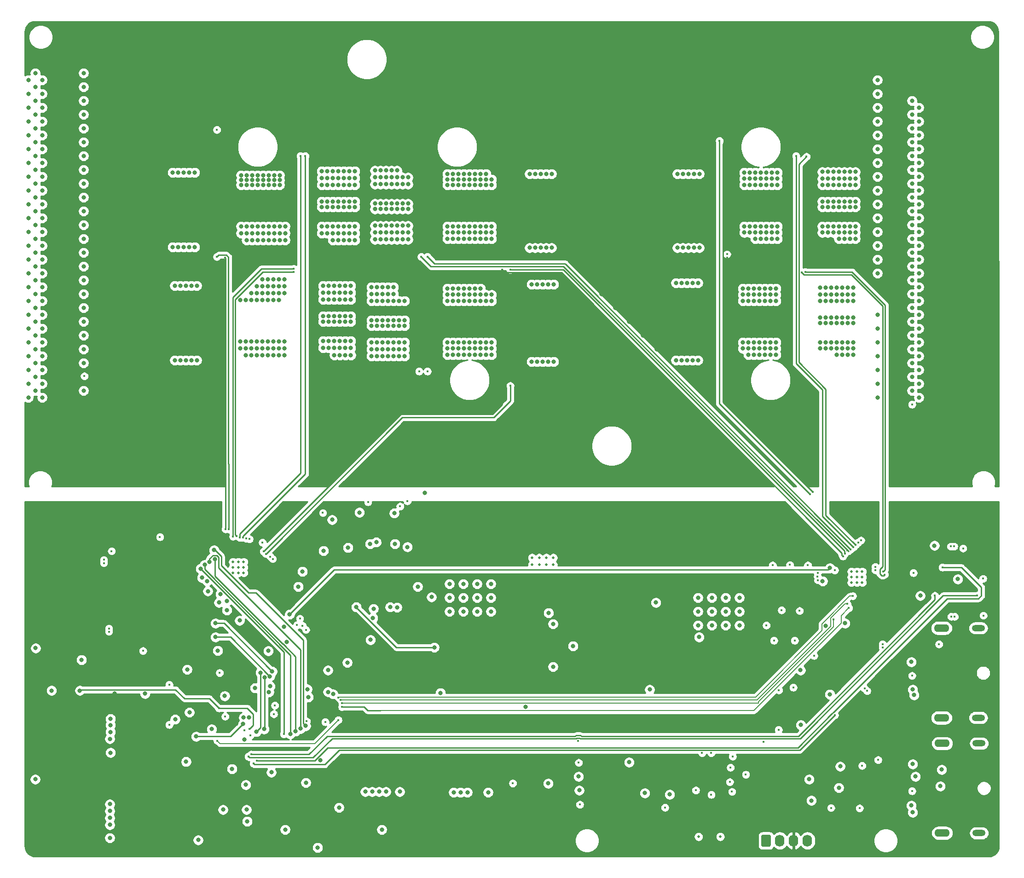
<source format=gbr>
%TF.GenerationSoftware,KiCad,Pcbnew,(5.1.12)-1*%
%TF.CreationDate,2021-12-01T20:01:38-06:00*%
%TF.ProjectId,DRV8350S_Double,44525638-3335-4305-935f-446f75626c65,rev?*%
%TF.SameCoordinates,Original*%
%TF.FileFunction,Copper,L3,Inr*%
%TF.FilePolarity,Positive*%
%FSLAX46Y46*%
G04 Gerber Fmt 4.6, Leading zero omitted, Abs format (unit mm)*
G04 Created by KiCad (PCBNEW (5.1.12)-1) date 2021-12-01 20:01:38*
%MOMM*%
%LPD*%
G01*
G04 APERTURE LIST*
%TA.AperFunction,ComponentPad*%
%ADD10C,0.500000*%
%TD*%
%TA.AperFunction,ComponentPad*%
%ADD11O,2.800000X1.400000*%
%TD*%
%TA.AperFunction,ComponentPad*%
%ADD12O,2.400000X1.200000*%
%TD*%
%TA.AperFunction,ComponentPad*%
%ADD13O,1.740000X2.200000*%
%TD*%
%TA.AperFunction,ViaPad*%
%ADD14C,0.800000*%
%TD*%
%TA.AperFunction,ViaPad*%
%ADD15C,0.400000*%
%TD*%
%TA.AperFunction,Conductor*%
%ADD16C,0.250000*%
%TD*%
%TA.AperFunction,Conductor*%
%ADD17C,0.200000*%
%TD*%
%TA.AperFunction,Conductor*%
%ADD18C,0.254000*%
%TD*%
%TA.AperFunction,Conductor*%
%ADD19C,0.100000*%
%TD*%
G04 APERTURE END LIST*
D10*
%TO.N,GND*%
%TO.C,U1*%
X126955000Y-115861500D03*
X126955000Y-114561500D03*
X128255000Y-115861500D03*
X128255000Y-114561500D03*
X129555000Y-115861500D03*
X129555000Y-114561500D03*
X130855000Y-115861500D03*
X130855000Y-114561500D03*
%TD*%
D11*
%TO.N,GND*%
%TO.C,J9*%
X202389000Y-165217000D03*
D12*
X209169000Y-165217000D03*
D11*
X202389000Y-148717000D03*
D12*
X209169000Y-148717000D03*
%TD*%
D11*
%TO.N,GND*%
%TO.C,J4*%
X202273000Y-144013000D03*
D12*
X209053000Y-144013000D03*
D11*
X202273000Y-127513000D03*
D12*
X209053000Y-127513000D03*
%TD*%
D10*
%TO.N,*%
%TO.C,J1*%
X157575500Y-165904000D03*
X161575500Y-165904000D03*
%TD*%
%TO.N,GND*%
%TO.C,U8*%
X185690000Y-117110000D03*
X186690000Y-117110000D03*
X187690000Y-117110000D03*
X185690000Y-118110000D03*
X186690000Y-118110000D03*
X187690000Y-118110000D03*
X185690000Y-119110000D03*
X186690000Y-119110000D03*
X187690000Y-119110000D03*
%TD*%
%TO.N,GND*%
%TO.C,U7*%
X71898000Y-115332000D03*
X72898000Y-115332000D03*
X73898000Y-115332000D03*
X71898000Y-116332000D03*
X72898000Y-116332000D03*
X73898000Y-116332000D03*
X71898000Y-117332000D03*
X72898000Y-117332000D03*
X73898000Y-117332000D03*
%TD*%
D13*
%TO.N,+12V*%
%TO.C,J3*%
X177609500Y-166624000D03*
%TO.N,+5V*%
X175069500Y-166624000D03*
%TO.N,+3V3*%
X172529500Y-166624000D03*
%TO.N,GND*%
%TA.AperFunction,ComponentPad*%
G36*
G01*
X169119500Y-167474001D02*
X169119500Y-165773999D01*
G75*
G02*
X169369499Y-165524000I249999J0D01*
G01*
X170609501Y-165524000D01*
G75*
G02*
X170859500Y-165773999I0J-249999D01*
G01*
X170859500Y-167474001D01*
G75*
G02*
X170609501Y-167724000I-249999J0D01*
G01*
X169369499Y-167724000D01*
G75*
G02*
X169119500Y-167474001I0J249999D01*
G01*
G37*
%TD.AperFunction*%
%TD*%
D14*
%TO.N,C2*%
X119507000Y-44958000D03*
X119507000Y-45974000D03*
X119507000Y-53594000D03*
%TO.N,A1*%
X119507000Y-67310000D03*
X119507000Y-74930000D03*
%TO.N,C1*%
X80391000Y-77343000D03*
%TO.N,Vin*%
X196850000Y-30480000D03*
X196850000Y-60960000D03*
X196850000Y-73660000D03*
X196850000Y-66040000D03*
X196850000Y-45720000D03*
X196850000Y-40640000D03*
X196850000Y-63500000D03*
X196850000Y-71120000D03*
X196850000Y-38100000D03*
X196850000Y-81280000D03*
X196850000Y-76200000D03*
X196850000Y-48260000D03*
X196850000Y-35560000D03*
X196850000Y-58420000D03*
X196850000Y-83820000D03*
X196850000Y-78740000D03*
X196850000Y-50800000D03*
X196850000Y-53340000D03*
X196850000Y-55880000D03*
X196850000Y-43180000D03*
X196850000Y-68580000D03*
X196850000Y-33020000D03*
X198120000Y-31750000D03*
X198120000Y-62230000D03*
X198120000Y-74930000D03*
X198120000Y-67310000D03*
X198120000Y-46990000D03*
X198120000Y-41910000D03*
X198120000Y-64770000D03*
X198120000Y-72390000D03*
X198120000Y-39370000D03*
X198120000Y-82550000D03*
X198120000Y-77470000D03*
X198120000Y-49530000D03*
X198120000Y-36830000D03*
X198120000Y-59690000D03*
X198120000Y-85090000D03*
X198120000Y-80010000D03*
X198120000Y-52070000D03*
X198120000Y-54610000D03*
X198120000Y-57150000D03*
X198120000Y-44450000D03*
X198120000Y-69850000D03*
X198120000Y-34290000D03*
%TO.N,GND*%
X50800000Y-44450000D03*
X50800000Y-74930000D03*
X50800000Y-87630000D03*
X50800000Y-80010000D03*
X50800000Y-59690000D03*
X50800000Y-54610000D03*
X50800000Y-77470000D03*
X50800000Y-85090000D03*
X50800000Y-52070000D03*
X50800000Y-95250000D03*
X50800000Y-90170000D03*
X50800000Y-62230000D03*
X50800000Y-49530000D03*
X50800000Y-72390000D03*
X50800000Y-97790000D03*
X50800000Y-92710000D03*
X50800000Y-64770000D03*
X50800000Y-67310000D03*
X50800000Y-69850000D03*
X50800000Y-57150000D03*
X50800000Y-82550000D03*
X50800000Y-46990000D03*
X49530000Y-43180000D03*
X49530000Y-73660000D03*
X49530000Y-86360000D03*
X49530000Y-78740000D03*
X49530000Y-58420000D03*
X49530000Y-53340000D03*
X49530000Y-76200000D03*
X49530000Y-83820000D03*
X49530000Y-50800000D03*
X49530000Y-93980000D03*
X49530000Y-88900000D03*
X49530000Y-60960000D03*
X49530000Y-48260000D03*
X49530000Y-71120000D03*
X49530000Y-96520000D03*
X49530000Y-91440000D03*
X49530000Y-63500000D03*
X49530000Y-66040000D03*
X49530000Y-68580000D03*
X49530000Y-55880000D03*
X49530000Y-45720000D03*
X204470000Y-99060000D03*
X204470000Y-96520000D03*
X204470000Y-60960000D03*
X204470000Y-48260000D03*
X204470000Y-53340000D03*
X204470000Y-45720000D03*
X204470000Y-76200000D03*
X204470000Y-66040000D03*
X204470000Y-50800000D03*
X204470000Y-78740000D03*
X204470000Y-73660000D03*
X204470000Y-58420000D03*
X204470000Y-55880000D03*
X204470000Y-91440000D03*
X204470000Y-63500000D03*
X204470000Y-93980000D03*
X204470000Y-88900000D03*
X204470000Y-68580000D03*
X204470000Y-71120000D03*
X204470000Y-83820000D03*
X204470000Y-81280000D03*
X204470000Y-86360000D03*
X201930000Y-99060000D03*
X201930000Y-96520000D03*
X201930000Y-60960000D03*
X201930000Y-48260000D03*
X201930000Y-53340000D03*
X201930000Y-45720000D03*
X201930000Y-76200000D03*
X201930000Y-66040000D03*
X201930000Y-50800000D03*
X201930000Y-78740000D03*
X201930000Y-73660000D03*
X201930000Y-58420000D03*
X201930000Y-55880000D03*
X201930000Y-91440000D03*
X201930000Y-63500000D03*
X201930000Y-93980000D03*
X201930000Y-88900000D03*
X201930000Y-68580000D03*
X201930000Y-71120000D03*
X201930000Y-83820000D03*
X201930000Y-81280000D03*
X201930000Y-86360000D03*
X203200000Y-97790000D03*
X203200000Y-95250000D03*
X203200000Y-59690000D03*
X203200000Y-46990000D03*
X203200000Y-52070000D03*
X203200000Y-44450000D03*
X203200000Y-74930000D03*
X203200000Y-64770000D03*
X203200000Y-49530000D03*
X203200000Y-77470000D03*
X203200000Y-72390000D03*
X203200000Y-57150000D03*
X203200000Y-54610000D03*
X203200000Y-90170000D03*
X203200000Y-62230000D03*
X203200000Y-92710000D03*
X203200000Y-87630000D03*
X203200000Y-67310000D03*
X203200000Y-69850000D03*
X203200000Y-82550000D03*
X203200000Y-80010000D03*
X203200000Y-85090000D03*
X48260000Y-82550000D03*
X48260000Y-62230000D03*
X48260000Y-46990000D03*
X48260000Y-52070000D03*
X48260000Y-77470000D03*
X48260000Y-92710000D03*
X48260000Y-59690000D03*
X48260000Y-54610000D03*
X48260000Y-97790000D03*
X48260000Y-85090000D03*
X48260000Y-49530000D03*
X48260000Y-87630000D03*
X48260000Y-95250000D03*
X48260000Y-90170000D03*
X48260000Y-44450000D03*
X48260000Y-80010000D03*
X48260000Y-72390000D03*
X48260000Y-57150000D03*
X48260000Y-74930000D03*
X48260000Y-67310000D03*
X48260000Y-69850000D03*
X48260000Y-64770000D03*
%TO.N,Vin*%
X36830000Y-69850000D03*
X36830000Y-49530000D03*
X36830000Y-34290000D03*
X36830000Y-39370000D03*
X36830000Y-64770000D03*
X36830000Y-80010000D03*
X36830000Y-46990000D03*
X36830000Y-41910000D03*
X36830000Y-85090000D03*
X36830000Y-26670000D03*
X36830000Y-72390000D03*
X36830000Y-36830000D03*
X36830000Y-74930000D03*
X36830000Y-82550000D03*
X36830000Y-77470000D03*
X36830000Y-31750000D03*
X36830000Y-67310000D03*
X36830000Y-59690000D03*
X36830000Y-44450000D03*
X36830000Y-29210000D03*
X36830000Y-62230000D03*
X36830000Y-54610000D03*
X36830000Y-57150000D03*
X36830000Y-52070000D03*
X34290000Y-69850000D03*
X34290000Y-49530000D03*
X34290000Y-34290000D03*
X34290000Y-39370000D03*
X34290000Y-64770000D03*
X34290000Y-80010000D03*
X34290000Y-46990000D03*
X34290000Y-41910000D03*
X34290000Y-85090000D03*
X34290000Y-26670000D03*
X34290000Y-72390000D03*
X34290000Y-36830000D03*
X34290000Y-74930000D03*
X34290000Y-82550000D03*
X34290000Y-77470000D03*
X34290000Y-31750000D03*
X34290000Y-67310000D03*
X34290000Y-59690000D03*
X34290000Y-44450000D03*
X34290000Y-29210000D03*
X34290000Y-62230000D03*
X34290000Y-54610000D03*
X34290000Y-57150000D03*
X34290000Y-52070000D03*
X190500000Y-82550000D03*
X190500000Y-54610000D03*
X190500000Y-59690000D03*
X190500000Y-49530000D03*
X190500000Y-39370000D03*
X190500000Y-44450000D03*
X190500000Y-62230000D03*
X190500000Y-34290000D03*
X190500000Y-72390000D03*
X190500000Y-29210000D03*
X190500000Y-52070000D03*
X190500000Y-41910000D03*
X190500000Y-57150000D03*
X190500000Y-80010000D03*
X190500000Y-74930000D03*
X190500000Y-69850000D03*
X190500000Y-31750000D03*
X190500000Y-46990000D03*
X190500000Y-26670000D03*
X190500000Y-36830000D03*
X190500000Y-85090000D03*
X190500000Y-77470000D03*
X44450000Y-66040000D03*
X44450000Y-53340000D03*
X44450000Y-58420000D03*
X44450000Y-48260000D03*
X44450000Y-38100000D03*
X44450000Y-43180000D03*
X44450000Y-60960000D03*
X44450000Y-33020000D03*
X44450000Y-71120000D03*
X44450000Y-27940000D03*
X44450000Y-50800000D03*
X44450000Y-40640000D03*
X44450000Y-55880000D03*
X44450000Y-78740000D03*
X44450000Y-73660000D03*
X44450000Y-68580000D03*
X44450000Y-63500000D03*
X44450000Y-30480000D03*
X44450000Y-45720000D03*
X44450000Y-25400000D03*
X44450000Y-35560000D03*
X44450000Y-83820000D03*
X44450000Y-76200000D03*
%TO.N,GND*%
X165100000Y-127000000D03*
X162560000Y-127000000D03*
X160020000Y-127000000D03*
X157480000Y-127000000D03*
X157480000Y-124460000D03*
X160020000Y-124460000D03*
X162560000Y-124460000D03*
X165100000Y-124460000D03*
X165100000Y-121920000D03*
X162560000Y-121920000D03*
X160020000Y-121920000D03*
X157480000Y-121920000D03*
X119380000Y-124460000D03*
X116840000Y-124460000D03*
X114300000Y-124460000D03*
X111760000Y-124460000D03*
X111760000Y-121920000D03*
X114300000Y-121920000D03*
X116840000Y-121920000D03*
X119380000Y-121920000D03*
X119380000Y-119380000D03*
X116840000Y-119380000D03*
X114300000Y-119380000D03*
X111760000Y-119380000D03*
X134493000Y-130810000D03*
X149733000Y-122809000D03*
X110109000Y-139446000D03*
X125730000Y-141986000D03*
X83947000Y-119888000D03*
X73152000Y-126111000D03*
X129921000Y-156083000D03*
X70408257Y-139991000D03*
X198374000Y-121539000D03*
X85344000Y-155956000D03*
X74295000Y-156337000D03*
X35560000Y-155321000D03*
X49276000Y-166116000D03*
X49276000Y-163703000D03*
X49276000Y-162433000D03*
X49276000Y-161163000D03*
X49276000Y-159893000D03*
X49403000Y-150431500D03*
X49276000Y-147891500D03*
X49403000Y-146621500D03*
X49403000Y-145351500D03*
X49403000Y-144208500D03*
X70104000Y-160909000D03*
X65532000Y-166497000D03*
X184531000Y-126619000D03*
X55753000Y-139573000D03*
X102108000Y-123698000D03*
X108458000Y-121793000D03*
X35623500Y-131191000D03*
X44069000Y-133350000D03*
X181737000Y-139700000D03*
X200977500Y-112331500D03*
X183388000Y-156881499D03*
X180975000Y-127063500D03*
X176339500Y-135255000D03*
X104013000Y-112585500D03*
X88582500Y-113284000D03*
X98298000Y-111696500D03*
X129984500Y-124714000D03*
X63500000Y-135128000D03*
X81280000Y-127254000D03*
X92964000Y-133858000D03*
X196723000Y-160147000D03*
X202057000Y-156591000D03*
X202311000Y-153543000D03*
X197485000Y-154813000D03*
X196977000Y-152527000D03*
X196977000Y-138811000D03*
X196723000Y-133731000D03*
D15*
X60198000Y-145288000D03*
D14*
X87503000Y-167894000D03*
X91440000Y-160528000D03*
X96266000Y-157607000D03*
X98806000Y-157607000D03*
X100076000Y-157607000D03*
X102616000Y-157607000D03*
X97536000Y-157607000D03*
X118872000Y-157734000D03*
X112522000Y-157734000D03*
X113792000Y-157734000D03*
X115062000Y-157734000D03*
X99314000Y-164592000D03*
D15*
X159918400Y-158165800D03*
X166268400Y-154457400D03*
X102666800Y-105105200D03*
X190601600Y-151765000D03*
X169494200Y-148437600D03*
X209981800Y-125196600D03*
D14*
X148590000Y-138811000D03*
D15*
X121412000Y-82931000D03*
X121412000Y-61595000D03*
X187452000Y-111379000D03*
X162687000Y-37846000D03*
X170053000Y-127000000D03*
X58483500Y-110744000D03*
X67691000Y-35687000D03*
D14*
X134620000Y-76200000D03*
X134620000Y-73660000D03*
X134620000Y-71120000D03*
X134620000Y-68580000D03*
X134620000Y-66040000D03*
X137160000Y-68580000D03*
X137160000Y-71120000D03*
X137160000Y-73660000D03*
X137160000Y-76200000D03*
X139700000Y-71120000D03*
X139700000Y-73660000D03*
X139700000Y-76200000D03*
X142240000Y-73660000D03*
X142240000Y-76200000D03*
X144780000Y-76200000D03*
X149860000Y-76200000D03*
X149860000Y-73660000D03*
X147320000Y-73660000D03*
X147320000Y-71120000D03*
X149860000Y-71120000D03*
X144780000Y-71120000D03*
X144780000Y-68580000D03*
X142240000Y-68580000D03*
X147320000Y-68580000D03*
X149860000Y-68580000D03*
X149860000Y-66040000D03*
X147320000Y-66040000D03*
X144780000Y-66040000D03*
X142240000Y-66040000D03*
X139700000Y-66040000D03*
X134620000Y-55880000D03*
X137160000Y-55880000D03*
X139700000Y-55880000D03*
X142240000Y-55880000D03*
X144780000Y-55880000D03*
X147320000Y-55880000D03*
X149860000Y-55880000D03*
X149860000Y-53340000D03*
X147320000Y-53340000D03*
X144780000Y-53340000D03*
X142240000Y-53340000D03*
X139700000Y-53340000D03*
X137160000Y-53340000D03*
X134620000Y-53340000D03*
X134620000Y-50800000D03*
X137160000Y-50800000D03*
X139700000Y-50800000D03*
X142240000Y-50800000D03*
X144780000Y-50800000D03*
X147320000Y-50800000D03*
X149860000Y-50800000D03*
X149860000Y-48260000D03*
X147320000Y-48260000D03*
X144780000Y-48260000D03*
X142240000Y-48260000D03*
X139700000Y-48260000D03*
X137160000Y-48260000D03*
X134620000Y-48260000D03*
X134620000Y-45720000D03*
X137160000Y-45720000D03*
X139700000Y-45720000D03*
X142240000Y-45720000D03*
X144780000Y-45720000D03*
X149860000Y-45720000D03*
X147320000Y-45720000D03*
X149860000Y-43180000D03*
X147320000Y-43180000D03*
X144780000Y-43180000D03*
X142240000Y-43180000D03*
X139700000Y-43180000D03*
X137160000Y-43180000D03*
X134620000Y-43180000D03*
X134620000Y-58420000D03*
X137160000Y-58420000D03*
X139700000Y-58420000D03*
X142240000Y-58420000D03*
X144780000Y-58420000D03*
X147320000Y-58420000D03*
X149860000Y-58420000D03*
D15*
X178562000Y-102489000D03*
X158211333Y-150499710D03*
D14*
X74035315Y-148021664D03*
D15*
X181954501Y-160591500D03*
X96761300Y-104317800D03*
X201803000Y-130479800D03*
D14*
X205268410Y-118501282D03*
D15*
X70524027Y-109301964D03*
X70448242Y-59382009D03*
X74945031Y-111127959D03*
X162813378Y-59325644D03*
X190088925Y-116235062D03*
X184144103Y-114307361D03*
X77546753Y-113396877D03*
X88458439Y-106301939D03*
X135446616Y-148256071D03*
D14*
%TO.N,Vin*%
X91313000Y-56134000D03*
X92329000Y-56134000D03*
X94361000Y-56134000D03*
X90297000Y-56134000D03*
X93345000Y-56134000D03*
X186436000Y-43561000D03*
X180340000Y-43561000D03*
X181356000Y-43561000D03*
X184404000Y-43561000D03*
X183388000Y-43561000D03*
X185420000Y-43561000D03*
X182372000Y-43561000D03*
X186436000Y-44831000D03*
X180340000Y-44831000D03*
X181356000Y-44831000D03*
X184404000Y-44831000D03*
X183388000Y-44831000D03*
X185420000Y-44831000D03*
X182372000Y-44831000D03*
X183388000Y-55880000D03*
X186436000Y-55880000D03*
X185420000Y-55880000D03*
X184404000Y-55880000D03*
X181356000Y-54737000D03*
X183388000Y-54737000D03*
X182372000Y-54737000D03*
X186436000Y-54737000D03*
X185420000Y-54737000D03*
X180340000Y-54737000D03*
X184404000Y-54737000D03*
X183007000Y-64897000D03*
X179959000Y-64897000D03*
X180975000Y-64897000D03*
X186055000Y-64897000D03*
X185039000Y-64897000D03*
X181991000Y-64897000D03*
X184023000Y-64897000D03*
X183007000Y-66167000D03*
X179959000Y-66167000D03*
X180975000Y-66167000D03*
X186055000Y-66167000D03*
X185039000Y-66167000D03*
X181991000Y-66167000D03*
X184023000Y-66167000D03*
X183007000Y-77216000D03*
X186055000Y-77216000D03*
X185039000Y-77216000D03*
X184023000Y-77216000D03*
X183007000Y-76073000D03*
X180975000Y-76073000D03*
X179959000Y-76073000D03*
X184023000Y-76073000D03*
X185039000Y-76073000D03*
X186055000Y-76073000D03*
X181991000Y-76073000D03*
X101092000Y-43307000D03*
X102108000Y-43307000D03*
X100076000Y-43307000D03*
X99060000Y-43307000D03*
X98044000Y-43307000D03*
X94361000Y-43434000D03*
X93345000Y-43434000D03*
X92329000Y-43434000D03*
X88265000Y-43434000D03*
X91313000Y-43434000D03*
X90297000Y-43434000D03*
X89281000Y-43434000D03*
X94361000Y-44704000D03*
X93345000Y-44704000D03*
X92329000Y-44704000D03*
X88265000Y-44704000D03*
X91313000Y-44704000D03*
X90297000Y-44704000D03*
X89281000Y-44704000D03*
X104140000Y-44577000D03*
X101092000Y-44577000D03*
X98044000Y-44577000D03*
X100076000Y-44577000D03*
X102108000Y-44577000D03*
X103124000Y-44577000D03*
X99060000Y-44577000D03*
X98044000Y-56007000D03*
X104140000Y-56007000D03*
X101092000Y-56007000D03*
X103124000Y-56007000D03*
X100076000Y-56007000D03*
X99060000Y-56007000D03*
X102108000Y-56007000D03*
X98044000Y-54737000D03*
X104140000Y-54737000D03*
X101092000Y-54737000D03*
X103124000Y-54737000D03*
X100076000Y-54737000D03*
X99060000Y-54737000D03*
X102108000Y-54737000D03*
X93345000Y-54864000D03*
X90297000Y-54864000D03*
X91313000Y-54864000D03*
X92329000Y-54864000D03*
X88265000Y-54864000D03*
X94361000Y-54864000D03*
X89281000Y-54864000D03*
X92607000Y-77296000D03*
X93623000Y-77296000D03*
X91591000Y-77296000D03*
X90575000Y-77296000D03*
X90551000Y-75946000D03*
X88519000Y-75946000D03*
X93599000Y-75946000D03*
X91567000Y-75946000D03*
X89535000Y-75946000D03*
X92583000Y-75946000D03*
X101473000Y-77470000D03*
X103505000Y-77470000D03*
X100457000Y-77470000D03*
X98425000Y-77470000D03*
X99441000Y-77470000D03*
X102489000Y-77470000D03*
X97409000Y-77470000D03*
X101473000Y-76200000D03*
X103505000Y-76200000D03*
X100457000Y-76200000D03*
X98425000Y-76200000D03*
X99441000Y-76200000D03*
X102489000Y-76200000D03*
X97409000Y-76200000D03*
X97409000Y-64770000D03*
X100457000Y-64770000D03*
X99441000Y-64770000D03*
X101473000Y-64770000D03*
X98425000Y-64770000D03*
X97409000Y-66040000D03*
X100457000Y-66040000D03*
X99441000Y-66040000D03*
X101473000Y-66040000D03*
X98425000Y-66040000D03*
X93599000Y-64516000D03*
X92583000Y-64516000D03*
X91567000Y-64516000D03*
X90551000Y-64516000D03*
X89535000Y-64516000D03*
X88519000Y-64516000D03*
X93599000Y-65786000D03*
X92583000Y-65786000D03*
X91567000Y-65786000D03*
X90551000Y-65786000D03*
X89535000Y-65786000D03*
X88519000Y-65786000D03*
X185039000Y-70358000D03*
X181991000Y-71374000D03*
X185039000Y-67310000D03*
X180975000Y-71374000D03*
X179959000Y-74930000D03*
X186055000Y-70358000D03*
X180975000Y-70358000D03*
X183007000Y-71374000D03*
X179959000Y-71374000D03*
X183007000Y-67310000D03*
X186055000Y-67310000D03*
X185039000Y-71374000D03*
X184023000Y-67310000D03*
X184023000Y-71374000D03*
X184023000Y-70358000D03*
X184023000Y-74930000D03*
X179959000Y-70358000D03*
X186055000Y-71374000D03*
X185039000Y-74930000D03*
X181991000Y-67310000D03*
X186055000Y-74930000D03*
X181991000Y-74930000D03*
X181991000Y-70358000D03*
X183007000Y-70358000D03*
X179959000Y-67310000D03*
X183007000Y-74930000D03*
X180975000Y-74930000D03*
X180975000Y-67310000D03*
X182372000Y-45974000D03*
X186436000Y-53594000D03*
X180340000Y-45974000D03*
X183388000Y-53594000D03*
X184404000Y-53594000D03*
X182372000Y-53594000D03*
X182372000Y-49022000D03*
X181356000Y-53594000D03*
X184404000Y-49022000D03*
X183388000Y-45974000D03*
X185420000Y-53594000D03*
X180340000Y-49022000D03*
X185420000Y-50038000D03*
X186436000Y-50038000D03*
X183388000Y-50038000D03*
X180340000Y-50038000D03*
X181356000Y-45974000D03*
X184404000Y-50038000D03*
X183388000Y-49022000D03*
X186436000Y-45974000D03*
X184404000Y-45974000D03*
X180340000Y-53594000D03*
X185420000Y-45974000D03*
X185420000Y-49022000D03*
X182372000Y-50038000D03*
X181356000Y-50038000D03*
X181356000Y-49022000D03*
X186436000Y-49022000D03*
X102108000Y-53467000D03*
X98044000Y-45847000D03*
X104140000Y-53467000D03*
X101092000Y-45847000D03*
X100076000Y-45847000D03*
X102108000Y-45847000D03*
X102108000Y-50419000D03*
X103124000Y-45847000D03*
X100076000Y-50419000D03*
X101092000Y-53467000D03*
X99060000Y-45847000D03*
X104140000Y-50419000D03*
X99060000Y-49403000D03*
X98044000Y-49403000D03*
X101092000Y-49403000D03*
X104140000Y-49403000D03*
X103124000Y-53467000D03*
X100076000Y-49403000D03*
X101092000Y-50419000D03*
X98044000Y-53467000D03*
X100076000Y-53467000D03*
X104140000Y-45847000D03*
X99060000Y-53467000D03*
X99060000Y-50419000D03*
X102108000Y-49403000D03*
X103124000Y-49403000D03*
X103124000Y-50419000D03*
X98044000Y-50419000D03*
X101473000Y-74930000D03*
X97409000Y-67310000D03*
X103505000Y-74930000D03*
X100457000Y-67310000D03*
X99441000Y-67310000D03*
X101473000Y-67310000D03*
X101473000Y-71882000D03*
X102489000Y-67310000D03*
X99441000Y-71882000D03*
X100457000Y-74930000D03*
X98425000Y-67310000D03*
X103505000Y-71882000D03*
X98425000Y-70866000D03*
X100457000Y-70866000D03*
X103505000Y-70866000D03*
X102489000Y-74930000D03*
X99441000Y-70866000D03*
X100457000Y-71882000D03*
X97409000Y-74930000D03*
X99441000Y-74930000D03*
X103505000Y-67310000D03*
X98425000Y-74930000D03*
X98425000Y-71882000D03*
X101473000Y-70866000D03*
X102489000Y-70866000D03*
X102489000Y-71882000D03*
X97409000Y-71882000D03*
X90297000Y-45974000D03*
X94361000Y-53594000D03*
X88265000Y-45974000D03*
X91313000Y-53594000D03*
X92329000Y-53594000D03*
X90297000Y-53594000D03*
X90297000Y-49022000D03*
X89281000Y-53594000D03*
X92329000Y-49022000D03*
X91313000Y-45974000D03*
X93345000Y-53594000D03*
X88265000Y-49022000D03*
X93345000Y-50038000D03*
X94361000Y-50038000D03*
X91313000Y-50038000D03*
X88265000Y-50038000D03*
X89281000Y-45974000D03*
X92329000Y-50038000D03*
X91313000Y-49022000D03*
X94361000Y-45974000D03*
X92329000Y-45974000D03*
X88265000Y-53594000D03*
X93345000Y-45974000D03*
X93345000Y-49022000D03*
X90297000Y-50038000D03*
X89281000Y-50038000D03*
X89281000Y-49022000D03*
X94361000Y-49022000D03*
X93599000Y-74676000D03*
X92583000Y-74676000D03*
X91567000Y-74676000D03*
X90551000Y-74676000D03*
X89535000Y-74676000D03*
X88519000Y-74676000D03*
X88519000Y-71120000D03*
X89535000Y-71120000D03*
X90551000Y-71120000D03*
X91567000Y-71120000D03*
X92583000Y-71120000D03*
X93599000Y-71120000D03*
X93599000Y-70104000D03*
X92583000Y-70104000D03*
X91567000Y-70104000D03*
X90551000Y-70104000D03*
X89535000Y-70104000D03*
X88519000Y-70104000D03*
X88519000Y-67056000D03*
X89535000Y-67056000D03*
X90551000Y-67056000D03*
X91567000Y-67056000D03*
X92583000Y-67056000D03*
X93599000Y-67056000D03*
X97409000Y-70866000D03*
X65278000Y-64516000D03*
X64262000Y-64516000D03*
X63246000Y-64516000D03*
X62230000Y-64516000D03*
X61214000Y-64516000D03*
X65278000Y-78232000D03*
X64262000Y-78232000D03*
X63246000Y-78232000D03*
X62230000Y-78232000D03*
X61214000Y-78232000D03*
X64897000Y-43688000D03*
X63881000Y-43688000D03*
X62865000Y-43688000D03*
X61849000Y-43688000D03*
X60833000Y-43688000D03*
X64897000Y-57404000D03*
X63881000Y-57404000D03*
X62865000Y-57404000D03*
X61849000Y-57404000D03*
X60833000Y-57404000D03*
X126873000Y-78486000D03*
X127889000Y-78486000D03*
X128905000Y-78486000D03*
X129921000Y-78486000D03*
X130937000Y-78486000D03*
X126873000Y-64262000D03*
X127889000Y-64262000D03*
X128905000Y-64262000D03*
X129921000Y-64262000D03*
X130937000Y-64262000D03*
X126492000Y-57531000D03*
X127508000Y-57531000D03*
X128524000Y-57531000D03*
X129540000Y-57531000D03*
X130556000Y-57531000D03*
X126492000Y-43942000D03*
X127508000Y-43942000D03*
X128524000Y-43942000D03*
X129540000Y-43942000D03*
X130556000Y-43942000D03*
X157480000Y-78232000D03*
X156464000Y-78232000D03*
X155448000Y-78232000D03*
X154432000Y-78232000D03*
X153416000Y-78232000D03*
X157480000Y-64008000D03*
X156464000Y-64008000D03*
X155448000Y-64008000D03*
X154432000Y-64008000D03*
X153416000Y-64008000D03*
X157734000Y-57531000D03*
X156718000Y-57531000D03*
X155702000Y-57531000D03*
X154686000Y-57531000D03*
X153670000Y-57531000D03*
X157734000Y-43942000D03*
X156718000Y-43942000D03*
X155702000Y-43942000D03*
X154686000Y-43942000D03*
X153670000Y-43942000D03*
X84709000Y-117094000D03*
D15*
X44577000Y-81153000D03*
X104013000Y-104140000D03*
X197104000Y-117348000D03*
X196850000Y-86360000D03*
D14*
X35560000Y-83820000D03*
X35560000Y-81280000D03*
X35560000Y-78740000D03*
X35560000Y-76200000D03*
X35560000Y-73660000D03*
X35560000Y-71120000D03*
X35560000Y-68580000D03*
X35560000Y-66040000D03*
X35560000Y-63500000D03*
X35560000Y-60960000D03*
X35560000Y-58420000D03*
X35560000Y-55880000D03*
X35560000Y-53340000D03*
X35560000Y-50800000D03*
X35560000Y-48260000D03*
X35560000Y-45720000D03*
X35560000Y-43180000D03*
X35560000Y-40640000D03*
X35560000Y-38100000D03*
X35560000Y-35560000D03*
X35560000Y-33020000D03*
X35560000Y-30480000D03*
X35560000Y-27940000D03*
X35560000Y-25400000D03*
%TO.N,USBGND*%
X152273000Y-158115000D03*
D15*
X151396700Y-160528000D03*
D14*
%TO.N,+3V3*%
X135636000Y-157353000D03*
X135509000Y-154813000D03*
D15*
X135509000Y-152273000D03*
D14*
X63296800Y-152095200D03*
X74422000Y-160909000D03*
X81788000Y-130048000D03*
X100838000Y-123634500D03*
X61283680Y-144292320D03*
X38544500Y-139001500D03*
X177927000Y-155321000D03*
X69118480Y-131668520D03*
X71755000Y-153416000D03*
X89406590Y-135255000D03*
X196977000Y-161417000D03*
X197231000Y-139827000D03*
X81534000Y-164592000D03*
X130810000Y-134620000D03*
D15*
X157073600Y-157353000D03*
X135737600Y-159969200D03*
X123393200Y-156057600D03*
X187655200Y-152831800D03*
X159891115Y-150499710D03*
D14*
X88003550Y-151857969D03*
D15*
X209905600Y-118414800D03*
X206235300Y-112852200D03*
X172300900Y-146215100D03*
X60198000Y-137922000D03*
D14*
%TO.N,NRST*%
X43751500Y-139001500D03*
X105918000Y-119888000D03*
X97218500Y-129667000D03*
D15*
X88900000Y-144780000D03*
X69342000Y-142240000D03*
X74993340Y-146023858D03*
D14*
%TO.N,+12V*%
X108966000Y-131064000D03*
X130810000Y-126746000D03*
X94615000Y-123634500D03*
X157670500Y-129159000D03*
D15*
%TO.N,5V_ISO*%
X55372000Y-131699000D03*
X49585880Y-113339880D03*
D14*
%TO.N,+5V*%
X49276000Y-167513000D03*
X49276000Y-151828500D03*
X74803000Y-166624000D03*
X65786000Y-160782000D03*
X50165000Y-139573000D03*
X50292000Y-136906000D03*
X98361500Y-109474000D03*
X63169800Y-156540200D03*
X91821000Y-164465000D03*
D15*
X58610500Y-113347500D03*
X163576000Y-154457400D03*
D14*
X135636000Y-143764000D03*
D15*
X184023000Y-133350000D03*
X103898700Y-154584400D03*
X120116600Y-154660600D03*
D14*
%TO.N,VDDA*%
X67994227Y-146101767D03*
X63908940Y-143014700D03*
%TO.N,VREF*%
X65151000Y-147447000D03*
X73787000Y-145161000D03*
%TO.N,A1*%
X112395000Y-77216000D03*
X116459000Y-77216000D03*
X113411000Y-77216000D03*
X115443000Y-77216000D03*
X114427000Y-77216000D03*
X117475000Y-77216000D03*
X118491000Y-77216000D03*
X112395000Y-76073000D03*
X116459000Y-76073000D03*
X113411000Y-76073000D03*
X115443000Y-76073000D03*
X114427000Y-76073000D03*
X117475000Y-76073000D03*
X118491000Y-76073000D03*
X112395000Y-65024000D03*
X116459000Y-65024000D03*
X113411000Y-65024000D03*
X115443000Y-65024000D03*
X114427000Y-65024000D03*
X117475000Y-65024000D03*
X112395000Y-66167000D03*
X116459000Y-66167000D03*
X113411000Y-66167000D03*
X115443000Y-66167000D03*
X114427000Y-66167000D03*
X117475000Y-66167000D03*
X118491000Y-66167000D03*
X116459000Y-74930000D03*
X112395000Y-67310000D03*
X118491000Y-74930000D03*
X115443000Y-67310000D03*
X114427000Y-67310000D03*
X116459000Y-67310000D03*
X117475000Y-67310000D03*
X115443000Y-74930000D03*
X113411000Y-67310000D03*
X117475000Y-74930000D03*
X112395000Y-74930000D03*
X114427000Y-74930000D03*
X118491000Y-67310000D03*
X113411000Y-74930000D03*
D15*
X106172000Y-80264000D03*
D14*
X107251500Y-102616000D03*
X111379000Y-77216000D03*
X111379000Y-76073000D03*
X111379000Y-74930000D03*
X111379000Y-67310000D03*
X111379000Y-66167000D03*
X111379000Y-65024000D03*
X119507000Y-77216000D03*
X119507000Y-76073000D03*
X119507000Y-66167000D03*
D15*
X78787384Y-114383369D03*
D14*
%TO.N,A2*%
X166751000Y-77216000D03*
X171831000Y-77216000D03*
X167767000Y-77216000D03*
X169799000Y-77216000D03*
X170815000Y-77216000D03*
X168783000Y-77216000D03*
X169799000Y-76073000D03*
X170815000Y-76073000D03*
X166751000Y-76073000D03*
X165735000Y-76073000D03*
X168783000Y-76073000D03*
X171831000Y-76073000D03*
X167767000Y-76073000D03*
X167767000Y-65024000D03*
X169799000Y-65024000D03*
X165735000Y-65024000D03*
X168783000Y-65024000D03*
X166751000Y-65024000D03*
X170815000Y-65024000D03*
X171831000Y-65024000D03*
X167767000Y-66167000D03*
X169799000Y-66167000D03*
X165735000Y-66167000D03*
X168783000Y-66167000D03*
X166751000Y-66167000D03*
X170815000Y-66167000D03*
X171831000Y-66167000D03*
X170815000Y-74930000D03*
X171831000Y-74930000D03*
X171831000Y-67310000D03*
X167767000Y-67310000D03*
X166751000Y-74930000D03*
X169799000Y-67310000D03*
X169799000Y-74930000D03*
X170815000Y-67310000D03*
X165735000Y-67310000D03*
X165735000Y-74930000D03*
X167767000Y-74930000D03*
X168783000Y-74930000D03*
X168783000Y-67310000D03*
X166751000Y-67310000D03*
D15*
X177673000Y-115951000D03*
X191502210Y-117147991D03*
X177213347Y-61971690D03*
D14*
%TO.N,B1*%
X79502000Y-56134000D03*
X76454000Y-56134000D03*
X75438000Y-56134000D03*
X77470000Y-56134000D03*
X74422000Y-56134000D03*
X78486000Y-56134000D03*
X74422000Y-44196000D03*
X75438000Y-44196000D03*
X73406000Y-44196000D03*
X78486000Y-44196000D03*
X77470000Y-44196000D03*
X76454000Y-44196000D03*
X79502000Y-44196000D03*
X74422000Y-45085000D03*
X75438000Y-45085000D03*
X73406000Y-45085000D03*
X78486000Y-45085000D03*
X77470000Y-45085000D03*
X76454000Y-45085000D03*
X79502000Y-45085000D03*
X74422000Y-45974000D03*
X79502000Y-54864000D03*
X76454000Y-54864000D03*
X75438000Y-54864000D03*
X73406000Y-54864000D03*
X77470000Y-54864000D03*
X74422000Y-54864000D03*
X78486000Y-54864000D03*
X75438000Y-45974000D03*
X79502000Y-53594000D03*
X73406000Y-45974000D03*
X76454000Y-53594000D03*
X77470000Y-53594000D03*
X75438000Y-53594000D03*
X74422000Y-53594000D03*
X76454000Y-45974000D03*
X78486000Y-53594000D03*
X79502000Y-45974000D03*
X77470000Y-45974000D03*
X73406000Y-53594000D03*
X78486000Y-45974000D03*
D15*
X85217000Y-40640000D03*
D14*
X80518000Y-56134000D03*
X81534000Y-56134000D03*
X80518000Y-54864000D03*
X81534000Y-54864000D03*
X81534000Y-53594000D03*
X80518000Y-53594000D03*
X80518000Y-45974000D03*
X80518000Y-45085000D03*
X80518000Y-44196000D03*
D15*
X73772929Y-110871831D03*
D14*
%TO.N,B2*%
X165989000Y-43688000D03*
X167005000Y-43688000D03*
X169037000Y-43688000D03*
X172085000Y-43688000D03*
X168021000Y-43688000D03*
X171069000Y-43688000D03*
X170053000Y-43688000D03*
X165989000Y-44831000D03*
X167005000Y-44831000D03*
X169037000Y-44831000D03*
X172085000Y-44831000D03*
X168021000Y-44831000D03*
X171069000Y-44831000D03*
X170053000Y-44831000D03*
X172085000Y-55880000D03*
X170053000Y-55880000D03*
X168021000Y-55880000D03*
X171069000Y-55880000D03*
X169037000Y-55880000D03*
X171069000Y-54737000D03*
X170053000Y-54737000D03*
X165989000Y-54737000D03*
X172085000Y-54737000D03*
X167005000Y-54737000D03*
X168021000Y-54737000D03*
X169037000Y-54737000D03*
X171069000Y-53594000D03*
X172085000Y-53594000D03*
X172085000Y-45974000D03*
X168021000Y-45974000D03*
X167005000Y-53594000D03*
X170053000Y-45974000D03*
X170053000Y-53594000D03*
X171069000Y-45974000D03*
X165989000Y-45974000D03*
X165989000Y-53594000D03*
X168021000Y-53594000D03*
X169037000Y-53594000D03*
X169037000Y-45974000D03*
X167005000Y-45974000D03*
D15*
X177419000Y-40767000D03*
X174371000Y-115870477D03*
X186468978Y-112235760D03*
D14*
%TO.N,C1*%
X75311000Y-77343000D03*
X77343000Y-77343000D03*
X79375000Y-77343000D03*
X76327000Y-77343000D03*
X74295000Y-77343000D03*
X78359000Y-77343000D03*
X79375000Y-76073000D03*
X76327000Y-76073000D03*
X75311000Y-76073000D03*
X77343000Y-76073000D03*
X74295000Y-76073000D03*
X78359000Y-76073000D03*
X73279000Y-76073000D03*
X76327000Y-64643000D03*
X78359000Y-64643000D03*
X79375000Y-64643000D03*
X77343000Y-64643000D03*
X75311000Y-65913000D03*
X76327000Y-65913000D03*
X78359000Y-65913000D03*
X79375000Y-65913000D03*
X77343000Y-65913000D03*
X75311000Y-67183000D03*
X79375000Y-74803000D03*
X73279000Y-67183000D03*
X76327000Y-74803000D03*
X77343000Y-74803000D03*
X75311000Y-74803000D03*
X74295000Y-74803000D03*
X76327000Y-67183000D03*
X78359000Y-74803000D03*
X74295000Y-67183000D03*
X79375000Y-67183000D03*
X77343000Y-67183000D03*
X73279000Y-74803000D03*
X78359000Y-67183000D03*
X90170000Y-107569000D03*
D15*
X77343000Y-111760000D03*
D14*
X80391000Y-76073000D03*
X80391000Y-74803000D03*
X81407000Y-77343000D03*
X81407000Y-76073000D03*
X81407000Y-74803000D03*
X80391000Y-67183000D03*
X80391000Y-65913000D03*
X80391000Y-64643000D03*
X81407000Y-64643000D03*
X81407000Y-65913000D03*
X81407000Y-63373000D03*
X80391000Y-63373000D03*
X79375000Y-63373000D03*
X78359000Y-63373000D03*
X77343000Y-63373000D03*
D15*
X83057936Y-61392633D03*
X71932800Y-110667800D03*
D14*
%TO.N,C2*%
X118491000Y-43942000D03*
X116459000Y-43942000D03*
X115443000Y-43942000D03*
X114427000Y-43942000D03*
X113411000Y-43942000D03*
X112395000Y-43942000D03*
X117475000Y-43942000D03*
X118491000Y-44958000D03*
X116459000Y-44958000D03*
X115443000Y-44958000D03*
X114427000Y-44958000D03*
X113411000Y-44958000D03*
X112395000Y-44958000D03*
X117475000Y-44958000D03*
X118491000Y-55880000D03*
X116459000Y-55880000D03*
X115443000Y-55880000D03*
X114427000Y-55880000D03*
X113411000Y-55880000D03*
X112395000Y-55880000D03*
X117475000Y-55880000D03*
X118491000Y-54737000D03*
X116459000Y-54737000D03*
X115443000Y-54737000D03*
X114427000Y-54737000D03*
X113411000Y-54737000D03*
X112395000Y-54737000D03*
X117475000Y-54737000D03*
X113411000Y-45974000D03*
X112395000Y-45974000D03*
X112395000Y-53594000D03*
X116459000Y-53594000D03*
X117475000Y-45974000D03*
X114427000Y-53594000D03*
X114427000Y-45974000D03*
X113411000Y-53594000D03*
X118491000Y-53594000D03*
X118491000Y-45974000D03*
X116459000Y-45974000D03*
X115443000Y-45974000D03*
X115443000Y-53594000D03*
X117475000Y-53594000D03*
D15*
X171196000Y-115951000D03*
X106553000Y-59182000D03*
D14*
X111379000Y-55880000D03*
X111379000Y-54737000D03*
X111379000Y-53594000D03*
X111379000Y-45974000D03*
X111379000Y-44958000D03*
X111379000Y-43942000D03*
X119507000Y-55880000D03*
X119507000Y-54737000D03*
D15*
X184966001Y-113211001D03*
D14*
%TO.N,C_DIVIDER_1*%
X97155000Y-112014000D03*
D15*
%TO.N,B_DIVIDER_2*%
X175260000Y-129794000D03*
X176149000Y-124333000D03*
%TO.N,C_DIVIDER_2*%
X172847000Y-124206000D03*
X175006000Y-138430000D03*
%TO.N,PC13*%
X91295990Y-144416010D03*
X69037200Y-148234400D03*
D14*
%TO.N,SWDIO*%
X97790000Y-123952000D03*
X97663000Y-125666500D03*
D15*
%TO.N,GLA1*%
X122936000Y-82931000D03*
X77963281Y-113846888D03*
%TO.N,GLA2*%
X162814064Y-58725633D03*
X190099000Y-116834990D03*
%TO.N,GHA1*%
X107696000Y-80264000D03*
X79235300Y-114782600D03*
%TO.N,GHA2*%
X176547010Y-62103000D03*
X191810334Y-117662844D03*
%TO.N,GLB1*%
X74356291Y-111012199D03*
X68961000Y-35814000D03*
%TO.N,GLB2*%
X161417000Y-37846000D03*
X186944000Y-111760000D03*
X178054000Y-102870000D03*
%TO.N,GHB1*%
X84328000Y-40640000D03*
X73173010Y-110861286D03*
%TO.N,GHB2*%
X175514000Y-40640000D03*
X186039932Y-112655204D03*
%TO.N,GLC1*%
X68961000Y-59182000D03*
X71123338Y-109330962D03*
%TO.N,GLC2*%
X122933677Y-61577990D03*
X184479121Y-113809589D03*
%TO.N,GHC2*%
X185547000Y-113030000D03*
X107696000Y-59182000D03*
D14*
%TO.N,DRV2_EN*%
X78422500Y-131699000D03*
X180403500Y-118872000D03*
%TO.N,~Fault2*%
X82359500Y-124968000D03*
X181737000Y-116468509D03*
D15*
%TO.N,SPI3_MOSI*%
X179482588Y-117320499D03*
X83708999Y-126936500D03*
%TO.N,SPI3_MISO*%
X182626000Y-116860000D03*
X84228446Y-125757446D03*
%TO.N,SPI3_SCK*%
X179460948Y-118027945D03*
X84709000Y-127063500D03*
%TO.N,SPI3_nSS*%
X179514500Y-118681500D03*
X85344000Y-127825500D03*
D14*
%TO.N,PWM_C1*%
X70802500Y-122555000D03*
X85598000Y-138747500D03*
%TO.N,PWM_B1*%
X69623097Y-121257903D03*
X89408000Y-139255500D03*
%TO.N,PWM_A1*%
X67183000Y-118872000D03*
X90327147Y-139649420D03*
%TO.N,INV1_EN*%
X67310000Y-120713500D03*
X69342000Y-122809000D03*
X70802500Y-124206000D03*
X85788500Y-140208000D03*
D15*
%TO.N,PWM_C2*%
X91313000Y-140271500D03*
X185928000Y-121602500D03*
%TO.N,PWM_B2*%
X91737265Y-140695765D03*
X184912000Y-123063000D03*
%TO.N,PWM_A2*%
X92011500Y-141287500D03*
X182425732Y-125930268D03*
%TO.N,INV2_EN*%
X91984054Y-142022054D03*
X185229500Y-123825000D03*
D14*
%TO.N,DRV1_EN*%
X66230500Y-118237000D03*
D15*
X85471000Y-144653000D03*
D14*
%TO.N,~Fault1*%
X85318808Y-145507000D03*
X68453000Y-113157000D03*
%TO.N,SPI2_MOSI*%
X84375826Y-146007000D03*
X67623234Y-115357000D03*
%TO.N,SPI2_MISO*%
X83420888Y-146507000D03*
X68580000Y-114857000D03*
%TO.N,SPI2_SCK*%
X82454738Y-147007000D03*
X66729078Y-115861000D03*
D15*
%TO.N,SPI2_nSS*%
X81280000Y-147002500D03*
D14*
X65976500Y-116586000D03*
D15*
%TO.N,SPI6_MOSI_-*%
X204668400Y-125387100D03*
X204579500Y-112483900D03*
%TO.N,SPI6_MOSI_+*%
X204068400Y-125387100D03*
X203979500Y-112483900D03*
%TO.N,SPI6_MISO_-*%
X191427100Y-131063000D03*
X188141567Y-138649667D03*
%TO.N,SPI6_MISO_+*%
X191427100Y-130463000D03*
X188565833Y-139073933D03*
D14*
%TO.N,PHASE_C_1_AMP_OUT*%
X93091000Y-112712500D03*
X77724000Y-136588500D03*
X77648810Y-146098954D03*
%TO.N,PHASE_B_1_AMP_OUT*%
X95186500Y-106235500D03*
X76972499Y-135699500D03*
X76203189Y-146573253D03*
%TO.N,PHASE_A_1_AMP_OUT*%
X101600000Y-106362500D03*
X74897358Y-143957000D03*
D15*
%TO.N,SPI6_MOSI*%
X202438000Y-116332000D03*
X76327000Y-151892000D03*
%TO.N,SPI6_MISO*%
X75692000Y-152400000D03*
X182626000Y-143510000D03*
%TO.N,SPI6_SCK*%
X201041000Y-121539000D03*
X75256010Y-150749000D03*
%TO.N,SPI6_nSS*%
X208788000Y-121539000D03*
X74756010Y-151136524D03*
%TO.N,PHASE_C_2_AMP_OUT*%
X172339000Y-138938000D03*
X75087186Y-147271618D03*
D14*
%TO.N,DC_AMP_OUT*%
X101727000Y-112014000D03*
X73897345Y-143957000D03*
D15*
%TO.N,PHASE_B_2_AMP_OUT*%
X171450000Y-129794000D03*
X79438500Y-143332200D03*
%TO.N,PHASE_A_2_AMP_OUT*%
X178816000Y-132588000D03*
X79629000Y-141732000D03*
D14*
%TO.N,SPI4_MOSI*%
X75984100Y-138531600D03*
X178333400Y-159232600D03*
%TO.N,SPI4_MISO*%
X78536800Y-139280900D03*
X176390300Y-145326100D03*
%TO.N,SPI4_nSS*%
X78752700Y-138214100D03*
X183642000Y-152958800D03*
D15*
%TO.N,SPI4_SCK*%
X187198000Y-160655000D03*
X69465903Y-135741191D03*
D14*
%TO.N,Net-(JP1-Pad2)*%
X147701000Y-157861000D03*
X144795920Y-152199991D03*
%TO.N,DFSDM1_CKIN1*%
X74549000Y-163068000D03*
X78981000Y-154051000D03*
%TO.N,CAN1_TX*%
X79139943Y-135483870D03*
X68707000Y-126619000D03*
%TO.N,CAN1_RX*%
X78705702Y-136398068D03*
X68707000Y-129159000D03*
D15*
%TO.N,CAN_IN+*%
X49098200Y-128165320D03*
X48171100Y-114944880D03*
%TO.N,CAN_IN-*%
X49098200Y-127565320D03*
X48171100Y-115544880D03*
%TO.N,TEMP_2*%
X163322000Y-155829000D03*
X196850000Y-157480000D03*
%TO.N,TEMP_1*%
X196850000Y-136271000D03*
X163449000Y-153162000D03*
%TO.N,TEMP_1_OUT*%
X74041000Y-146304000D03*
X163844042Y-151141358D03*
%TO.N,TEMP_2_OUT*%
X163728400Y-157607000D03*
X70485000Y-143764000D03*
%TO.N,GHC1*%
X83058622Y-61992644D03*
X72562321Y-110560550D03*
%TD*%
D16*
%TO.N,GND*%
X178562000Y-102489000D02*
X162052000Y-85979000D01*
X162052000Y-38481000D02*
X162687000Y-37846000D01*
X162052000Y-85979000D02*
X162052000Y-38481000D01*
X70524027Y-59457794D02*
X70448242Y-59382009D01*
X70524027Y-109301964D02*
X70524027Y-59457794D01*
X183944104Y-114107362D02*
X184144103Y-114307361D01*
X121920000Y-62103000D02*
X132334000Y-62103000D01*
X121412000Y-61595000D02*
X121920000Y-62103000D01*
X132334000Y-62103000D02*
X183944104Y-113713104D01*
X183944104Y-113713104D02*
X183944104Y-114107362D01*
X121412000Y-82931000D02*
X121412000Y-86360000D01*
X121412000Y-86360000D02*
X119634000Y-88138000D01*
X102805630Y-88138000D02*
X77546753Y-113396877D01*
X119634000Y-88138000D02*
X102805630Y-88138000D01*
%TO.N,NRST*%
X43905001Y-138847999D02*
X61364911Y-138847999D01*
X43751500Y-139001500D02*
X43905001Y-138847999D01*
X61364911Y-138847999D02*
X62985456Y-140468544D01*
X67570544Y-140468544D02*
X69342000Y-142240000D01*
X62985456Y-140468544D02*
X67570544Y-140468544D01*
X69342000Y-142240000D02*
X74549000Y-142240000D01*
X75643254Y-145373944D02*
X74993340Y-146023858D01*
X75643254Y-143334254D02*
X75643254Y-145373944D01*
X74549000Y-142240000D02*
X75643254Y-143334254D01*
%TO.N,+12V*%
X101987498Y-131064000D02*
X94621498Y-123698000D01*
X108966000Y-131064000D02*
X101987498Y-131064000D01*
X94621498Y-123640998D02*
X94615000Y-123634500D01*
X94621498Y-123698000D02*
X94621498Y-123640998D01*
%TO.N,+5V*%
X50165000Y-139573000D02*
X49339500Y-140398500D01*
X49339500Y-140398500D02*
X48831500Y-140398500D01*
%TO.N,VREF*%
X71501000Y-147447000D02*
X73787000Y-145161000D01*
X65151000Y-147447000D02*
X71501000Y-147447000D01*
%TO.N,A2*%
X185796690Y-61971690D02*
X177213347Y-61971690D01*
X191884300Y-116765901D02*
X191884300Y-68059300D01*
X191502210Y-117147991D02*
X191884300Y-116765901D01*
X191884300Y-68059300D02*
X185796690Y-61971690D01*
%TO.N,B1*%
X85217000Y-99150310D02*
X73772929Y-110594381D01*
X85217000Y-40640000D02*
X85217000Y-99150310D01*
X73772929Y-110594381D02*
X73772929Y-110871831D01*
%TO.N,B2*%
X176022000Y-42164000D02*
X177419000Y-40767000D01*
X176022000Y-78613000D02*
X176022000Y-42164000D01*
X180989418Y-83580418D02*
X176022000Y-78613000D01*
X180989418Y-106756200D02*
X180989418Y-83580418D01*
X186468978Y-112235760D02*
X180989418Y-106756200D01*
%TO.N,C1*%
X77164367Y-61392633D02*
X83057936Y-61392633D01*
X71894700Y-66662300D02*
X77164367Y-61392633D01*
X71894700Y-110629700D02*
X71894700Y-66662300D01*
X71932800Y-110667800D02*
X71894700Y-110629700D01*
%TO.N,C2*%
X185166000Y-113411000D02*
X132715000Y-60960000D01*
X108331000Y-60960000D02*
X106553000Y-59182000D01*
X132715000Y-60960000D02*
X108331000Y-60960000D01*
D17*
%TO.N,PC13*%
X69549465Y-148746665D02*
X69037200Y-148234400D01*
X86965335Y-148746665D02*
X91295990Y-144416010D01*
X71556065Y-148746665D02*
X86965335Y-148746665D01*
X71556065Y-148746665D02*
X69549465Y-148746665D01*
D16*
%TO.N,GLA1*%
X122936000Y-85725000D02*
X119888000Y-88773000D01*
X119888000Y-88773000D02*
X103037169Y-88773000D01*
X103037169Y-88773000D02*
X77963281Y-113846888D01*
X122936000Y-82931000D02*
X122936000Y-85725000D01*
%TO.N,GHA2*%
X190944500Y-116662200D02*
X191427100Y-116179600D01*
X191427100Y-68249800D02*
X185674000Y-62496700D01*
X176868705Y-62424695D02*
X176547010Y-62103000D01*
X185674000Y-62496700D02*
X176940710Y-62496700D01*
X191427100Y-116179600D02*
X191427100Y-68249800D01*
X191810334Y-117662844D02*
X191610335Y-117862843D01*
X191610335Y-117862843D02*
X191268843Y-117862843D01*
X191268843Y-117862843D02*
X190944500Y-117538500D01*
X176940710Y-62496700D02*
X176868705Y-62424695D01*
X190944500Y-117538500D02*
X190944500Y-116662200D01*
%TO.N,GLB2*%
X178054000Y-102870000D02*
X161417000Y-86233000D01*
X161417000Y-86233000D02*
X161417000Y-37846000D01*
%TO.N,GHB1*%
X73173010Y-110861286D02*
X73173010Y-110557890D01*
X73173010Y-110126090D02*
X73173010Y-110861286D01*
X84328000Y-98971100D02*
X73173010Y-110126090D01*
X84328000Y-40640000D02*
X84328000Y-98971100D01*
%TO.N,GHB2*%
X180340000Y-83667038D02*
X180340000Y-106955272D01*
X180340000Y-106955272D02*
X186039932Y-112655204D01*
X175514000Y-78841038D02*
X180340000Y-83667038D01*
X175514000Y-40640000D02*
X175514000Y-78841038D01*
%TO.N,GLC1*%
X69286001Y-58856999D02*
X68961000Y-59182000D01*
X70701961Y-58856999D02*
X69286001Y-58856999D01*
X71084787Y-59239825D02*
X70701961Y-58856999D01*
X71084787Y-97275398D02*
X71084787Y-59239825D01*
X71123338Y-97313949D02*
X71084787Y-97275398D01*
X71123338Y-109330962D02*
X71123338Y-97313949D01*
%TO.N,GLC2*%
X132689939Y-61577990D02*
X184441000Y-113329051D01*
X122933677Y-61577990D02*
X132689939Y-61577990D01*
X184441000Y-113329051D02*
X184441000Y-113771468D01*
X184441000Y-113771468D02*
X184479121Y-113809589D01*
%TO.N,GHC2*%
X185547000Y-113030000D02*
X133096000Y-60579000D01*
X133096000Y-60579000D02*
X132969000Y-60452000D01*
X132969000Y-60452000D02*
X132080000Y-60452000D01*
X108966000Y-60452000D02*
X107696000Y-59182000D01*
X132080000Y-60452000D02*
X108966000Y-60452000D01*
%TO.N,~Fault2*%
X181410010Y-116795499D02*
X181737000Y-116468509D01*
X82359500Y-124968000D02*
X90532001Y-116795499D01*
X90532001Y-116795499D02*
X181410010Y-116795499D01*
D17*
%TO.N,PWM_C2*%
X185399998Y-121602500D02*
X185928000Y-121602500D01*
X180274999Y-126727499D02*
X185399998Y-121602500D01*
X168053238Y-140195764D02*
X180274999Y-127974003D01*
X180274999Y-127974003D02*
X180274999Y-126727499D01*
X91388736Y-140195764D02*
X168053238Y-140195764D01*
X91313000Y-140271500D02*
X91388736Y-140195764D01*
%TO.N,PWM_B2*%
X91737265Y-140695765D02*
X168378737Y-140695765D01*
X181874001Y-127200501D02*
X181874001Y-125694195D01*
X168378737Y-140695765D02*
X181874001Y-127200501D01*
X184505196Y-123063000D02*
X184912000Y-123063000D01*
X181874001Y-125694195D02*
X184505196Y-123063000D01*
%TO.N,PWM_A2*%
X92013001Y-141285999D02*
X168594001Y-141285999D01*
X92011500Y-141287500D02*
X92013001Y-141285999D01*
X168594001Y-141108199D02*
X182403750Y-127298450D01*
X168594001Y-141285999D02*
X168594001Y-141108199D01*
X182403750Y-127298450D02*
X182403750Y-125952250D01*
%TO.N,INV2_EN*%
X183830999Y-125223501D02*
X185229500Y-123825000D01*
X183830999Y-126614699D02*
X183830999Y-125223501D01*
X167759697Y-142686001D02*
X183830999Y-126614699D01*
D16*
X99099601Y-142686001D02*
X96712001Y-142686001D01*
D17*
X99099601Y-142686001D02*
X167759697Y-142686001D01*
D16*
X96048054Y-142022054D02*
X91984054Y-142022054D01*
X96712001Y-142686001D02*
X96048054Y-142022054D01*
%TO.N,~Fault1*%
X84825836Y-129726834D02*
X76130002Y-121031000D01*
X84825836Y-145014028D02*
X84825836Y-129726834D01*
X85318808Y-145507000D02*
X84825836Y-145014028D01*
X68589412Y-113157000D02*
X68453000Y-113157000D01*
X69755010Y-114322598D02*
X68589412Y-113157000D01*
X69755011Y-116040013D02*
X69755010Y-114322598D01*
X74745998Y-121031000D02*
X69755011Y-116040013D01*
X76130002Y-121031000D02*
X74745998Y-121031000D01*
%TO.N,SPI2_MOSI*%
X84375826Y-146007000D02*
X84375826Y-131492826D01*
X67623234Y-114740764D02*
X67623234Y-115357000D01*
X68928001Y-114131999D02*
X68231999Y-114131999D01*
X69305001Y-114508999D02*
X68928001Y-114131999D01*
X68231999Y-114131999D02*
X67623234Y-114740764D01*
X69305001Y-116422001D02*
X69305001Y-114508999D01*
X84375826Y-131492826D02*
X69305001Y-116422001D01*
%TO.N,SPI2_MISO*%
X68580000Y-114857000D02*
X68580000Y-117916680D01*
X81095998Y-130429000D02*
X81439999Y-130773001D01*
X81092320Y-130429000D02*
X81095998Y-130429000D01*
X68580000Y-117916680D02*
X81092320Y-130429000D01*
X83420888Y-132757568D02*
X83420888Y-132923612D01*
X83420888Y-132757568D02*
X83420888Y-133177612D01*
X81439999Y-130776679D02*
X83420888Y-132757568D01*
X81439999Y-130773001D02*
X81439999Y-130776679D01*
X83420888Y-133177612D02*
X83420888Y-132923612D01*
X83420888Y-146507000D02*
X83420888Y-133177612D01*
%TO.N,SPI2_SCK*%
X66729078Y-116702168D02*
X66729078Y-115861000D01*
X82513001Y-132486091D02*
X66729078Y-116702168D01*
X82513001Y-146948737D02*
X82513001Y-132486091D01*
X82454738Y-147007000D02*
X82513001Y-146948737D01*
%TO.N,SPI2_nSS*%
X81280000Y-131889500D02*
X65976500Y-116586000D01*
X81280000Y-147002500D02*
X81280000Y-131889500D01*
%TO.N,PHASE_C_1_AMP_OUT*%
X77724000Y-136588500D02*
X77724000Y-146023764D01*
X77724000Y-146023764D02*
X77648810Y-146098954D01*
%TO.N,PHASE_B_1_AMP_OUT*%
X76972499Y-135699500D02*
X76972499Y-145803943D01*
X76972499Y-145803943D02*
X76203189Y-146573253D01*
%TO.N,SPI6_MOSI*%
X174230989Y-149492011D02*
X175119989Y-149492011D01*
X175915952Y-149492010D02*
X174230989Y-149492011D01*
X175915952Y-149492010D02*
X172059910Y-149492010D01*
X172059910Y-149492010D02*
X172059600Y-149491700D01*
X86944200Y-151892000D02*
X76327000Y-151892000D01*
X174230989Y-149492011D02*
X89344189Y-149492011D01*
X89344189Y-149492011D02*
X86944200Y-151892000D01*
X202438000Y-116332000D02*
X205918038Y-116332000D01*
X205918038Y-116332000D02*
X209613500Y-120027462D01*
X209613500Y-120027462D02*
X209613500Y-121539000D01*
X182100999Y-143306963D02*
X175915952Y-149492010D01*
X209613500Y-121539000D02*
X209088499Y-122064001D01*
X182100999Y-143257999D02*
X182100999Y-143306963D01*
X209088499Y-122064001D02*
X203343961Y-122064001D01*
X203343961Y-122064001D02*
X182422963Y-142984999D01*
X182422963Y-142984999D02*
X182373999Y-142984999D01*
X182373999Y-142984999D02*
X182100999Y-143257999D01*
%TO.N,SPI6_MISO*%
X75891999Y-152599999D02*
X88827001Y-152599999D01*
X91484979Y-149942021D02*
X176193979Y-149942021D01*
X75692000Y-152400000D02*
X75891999Y-152599999D01*
X88827001Y-152599999D02*
X91484979Y-149942021D01*
X182626000Y-143510000D02*
X176193979Y-149942021D01*
%TO.N,SPI6_SCK*%
X135008215Y-147281059D02*
X134911285Y-147377989D01*
X134911285Y-147377989D02*
X89261111Y-147377989D01*
X89261111Y-147377989D02*
X85890100Y-150749000D01*
X135885017Y-147281059D02*
X135008215Y-147281059D01*
X201041000Y-122301000D02*
X175964011Y-147377989D01*
X201041000Y-121539000D02*
X201041000Y-122301000D01*
X135981947Y-147377989D02*
X135885017Y-147281059D01*
X85890100Y-150749000D02*
X75256010Y-150749000D01*
X175964011Y-147377989D02*
X135981947Y-147377989D01*
%TO.N,SPI6_nSS*%
X85512301Y-151329999D02*
X86160001Y-151329999D01*
X85512301Y-151329999D02*
X74949485Y-151329999D01*
X74949485Y-151329999D02*
X74756010Y-151136524D01*
X135698617Y-147731070D02*
X135795547Y-147828000D01*
X90170000Y-147828000D02*
X135097685Y-147828000D01*
X135194615Y-147731070D02*
X135698617Y-147731070D01*
X135795547Y-147828000D02*
X176276000Y-147828000D01*
X202565000Y-121539000D02*
X208788000Y-121539000D01*
X176276000Y-147828000D02*
X202565000Y-121539000D01*
X85512301Y-151329999D02*
X86668001Y-151329999D01*
X135097685Y-147828000D02*
X135194615Y-147731070D01*
X86668001Y-151329999D02*
X90170000Y-147828000D01*
%TO.N,CAN1_TX*%
X70275073Y-126619000D02*
X68707000Y-126619000D01*
X79139943Y-135483870D02*
X70275073Y-126619000D01*
%TO.N,CAN1_RX*%
X71466634Y-129159000D02*
X68707000Y-129159000D01*
X78705702Y-136398068D02*
X71466634Y-129159000D01*
%TO.N,GHC1*%
X77396354Y-61992644D02*
X72362322Y-67026676D01*
X72362322Y-67026676D02*
X72362322Y-110360551D01*
X72362322Y-110360551D02*
X72562321Y-110560550D01*
X83058622Y-61992644D02*
X77396354Y-61992644D01*
%TD*%
D18*
%TO.N,+5V*%
X69764027Y-108954807D02*
X69721116Y-109058404D01*
X69689027Y-109219724D01*
X69689027Y-109384204D01*
X69721116Y-109545524D01*
X69784060Y-109697485D01*
X69875440Y-109834245D01*
X69991746Y-109950551D01*
X70128506Y-110041931D01*
X70280467Y-110104875D01*
X70441787Y-110136964D01*
X70606267Y-110136964D01*
X70767587Y-110104875D01*
X70788679Y-110096139D01*
X70879778Y-110133873D01*
X71041098Y-110165962D01*
X71134700Y-110165962D01*
X71134700Y-110412625D01*
X71129889Y-110424240D01*
X71097800Y-110585560D01*
X71097800Y-110750040D01*
X71129889Y-110911360D01*
X71192833Y-111063321D01*
X71284213Y-111200081D01*
X71400519Y-111316387D01*
X71537279Y-111407767D01*
X71689240Y-111470711D01*
X71850560Y-111502800D01*
X72015040Y-111502800D01*
X72176360Y-111470711D01*
X72328321Y-111407767D01*
X72377225Y-111375090D01*
X72480081Y-111395550D01*
X72526406Y-111395550D01*
X72640729Y-111509873D01*
X72777489Y-111601253D01*
X72929450Y-111664197D01*
X73090770Y-111696286D01*
X73255250Y-111696286D01*
X73416570Y-111664197D01*
X73460240Y-111646108D01*
X73529369Y-111674742D01*
X73690689Y-111706831D01*
X73855169Y-111706831D01*
X73884261Y-111701044D01*
X73960770Y-111752166D01*
X74112731Y-111815110D01*
X74274051Y-111847199D01*
X74438531Y-111847199D01*
X74500147Y-111834943D01*
X74549510Y-111867926D01*
X74701471Y-111930870D01*
X74862791Y-111962959D01*
X75027271Y-111962959D01*
X75188591Y-111930870D01*
X75340552Y-111867926D01*
X75477312Y-111776546D01*
X75593618Y-111660240D01*
X75684998Y-111523480D01*
X75747942Y-111371519D01*
X75780031Y-111210199D01*
X75780031Y-111045719D01*
X75747942Y-110884399D01*
X75684998Y-110732438D01*
X75593618Y-110595678D01*
X75477312Y-110479372D01*
X75340552Y-110387992D01*
X75188591Y-110325048D01*
X75128931Y-110313181D01*
X81175113Y-104267000D01*
X85601828Y-104267000D01*
X78178000Y-111690829D01*
X78178000Y-111677760D01*
X78145911Y-111516440D01*
X78082967Y-111364479D01*
X77991587Y-111227719D01*
X77875281Y-111111413D01*
X77738521Y-111020033D01*
X77586560Y-110957089D01*
X77425240Y-110925000D01*
X77260760Y-110925000D01*
X77099440Y-110957089D01*
X76947479Y-111020033D01*
X76810719Y-111111413D01*
X76694413Y-111227719D01*
X76603033Y-111364479D01*
X76540089Y-111516440D01*
X76508000Y-111677760D01*
X76508000Y-111842240D01*
X76540089Y-112003560D01*
X76603033Y-112155521D01*
X76694413Y-112292281D01*
X76810719Y-112408587D01*
X76947479Y-112499967D01*
X77099440Y-112562911D01*
X77260760Y-112595000D01*
X77273829Y-112595000D01*
X77254831Y-112613998D01*
X77151232Y-112656910D01*
X77014472Y-112748290D01*
X76898166Y-112864596D01*
X76806786Y-113001356D01*
X76743842Y-113153317D01*
X76711753Y-113314637D01*
X76711753Y-113479117D01*
X76743842Y-113640437D01*
X76806786Y-113792398D01*
X76898166Y-113929158D01*
X77014472Y-114045464D01*
X77151232Y-114136844D01*
X77185460Y-114151022D01*
X77223314Y-114242409D01*
X77314694Y-114379169D01*
X77431000Y-114495475D01*
X77567760Y-114586855D01*
X77719721Y-114649799D01*
X77881041Y-114681888D01*
X78007238Y-114681888D01*
X78047417Y-114778890D01*
X78138797Y-114915650D01*
X78255103Y-115031956D01*
X78391863Y-115123336D01*
X78489370Y-115163724D01*
X78495333Y-115178121D01*
X78586713Y-115314881D01*
X78703019Y-115431187D01*
X78839779Y-115522567D01*
X78991740Y-115585511D01*
X79153060Y-115617600D01*
X79317540Y-115617600D01*
X79478860Y-115585511D01*
X79630821Y-115522567D01*
X79767581Y-115431187D01*
X79883887Y-115314881D01*
X79975267Y-115178121D01*
X80038211Y-115026160D01*
X80070300Y-114864840D01*
X80070300Y-114700360D01*
X80038211Y-114539040D01*
X79975267Y-114387079D01*
X79883887Y-114250319D01*
X79767581Y-114134013D01*
X79630821Y-114042633D01*
X79533314Y-114002245D01*
X79527351Y-113987848D01*
X79435971Y-113851088D01*
X79319665Y-113734782D01*
X79218071Y-113666899D01*
X79702909Y-113182061D01*
X87547500Y-113182061D01*
X87547500Y-113385939D01*
X87587274Y-113585898D01*
X87665295Y-113774256D01*
X87778563Y-113943774D01*
X87922726Y-114087937D01*
X88092244Y-114201205D01*
X88280602Y-114279226D01*
X88480561Y-114319000D01*
X88684439Y-114319000D01*
X88884398Y-114279226D01*
X89072756Y-114201205D01*
X89242274Y-114087937D01*
X89386437Y-113943774D01*
X89499705Y-113774256D01*
X89577726Y-113585898D01*
X89617500Y-113385939D01*
X89617500Y-113182061D01*
X89577726Y-112982102D01*
X89499705Y-112793744D01*
X89386437Y-112624226D01*
X89372772Y-112610561D01*
X92056000Y-112610561D01*
X92056000Y-112814439D01*
X92095774Y-113014398D01*
X92173795Y-113202756D01*
X92287063Y-113372274D01*
X92431226Y-113516437D01*
X92600744Y-113629705D01*
X92789102Y-113707726D01*
X92989061Y-113747500D01*
X93192939Y-113747500D01*
X93392898Y-113707726D01*
X93581256Y-113629705D01*
X93750774Y-113516437D01*
X93894937Y-113372274D01*
X94008205Y-113202756D01*
X94086226Y-113014398D01*
X94126000Y-112814439D01*
X94126000Y-112610561D01*
X94086226Y-112410602D01*
X94008205Y-112222244D01*
X93894937Y-112052726D01*
X93754272Y-111912061D01*
X96120000Y-111912061D01*
X96120000Y-112115939D01*
X96159774Y-112315898D01*
X96237795Y-112504256D01*
X96351063Y-112673774D01*
X96495226Y-112817937D01*
X96664744Y-112931205D01*
X96853102Y-113009226D01*
X97053061Y-113049000D01*
X97256939Y-113049000D01*
X97456898Y-113009226D01*
X97645256Y-112931205D01*
X97814774Y-112817937D01*
X97957128Y-112675583D01*
X97996102Y-112691726D01*
X98196061Y-112731500D01*
X98399939Y-112731500D01*
X98599898Y-112691726D01*
X98788256Y-112613705D01*
X98957774Y-112500437D01*
X99101937Y-112356274D01*
X99215205Y-112186756D01*
X99293226Y-111998398D01*
X99310399Y-111912061D01*
X100692000Y-111912061D01*
X100692000Y-112115939D01*
X100731774Y-112315898D01*
X100809795Y-112504256D01*
X100923063Y-112673774D01*
X101067226Y-112817937D01*
X101236744Y-112931205D01*
X101425102Y-113009226D01*
X101625061Y-113049000D01*
X101828939Y-113049000D01*
X102028898Y-113009226D01*
X102217256Y-112931205D01*
X102386774Y-112817937D01*
X102530937Y-112673774D01*
X102644205Y-112504256D01*
X102652777Y-112483561D01*
X102978000Y-112483561D01*
X102978000Y-112687439D01*
X103017774Y-112887398D01*
X103095795Y-113075756D01*
X103209063Y-113245274D01*
X103353226Y-113389437D01*
X103522744Y-113502705D01*
X103711102Y-113580726D01*
X103911061Y-113620500D01*
X104114939Y-113620500D01*
X104314898Y-113580726D01*
X104503256Y-113502705D01*
X104672774Y-113389437D01*
X104816937Y-113245274D01*
X104930205Y-113075756D01*
X105008226Y-112887398D01*
X105048000Y-112687439D01*
X105048000Y-112483561D01*
X105008226Y-112283602D01*
X104930205Y-112095244D01*
X104816937Y-111925726D01*
X104672774Y-111781563D01*
X104503256Y-111668295D01*
X104314898Y-111590274D01*
X104114939Y-111550500D01*
X103911061Y-111550500D01*
X103711102Y-111590274D01*
X103522744Y-111668295D01*
X103353226Y-111781563D01*
X103209063Y-111925726D01*
X103095795Y-112095244D01*
X103017774Y-112283602D01*
X102978000Y-112483561D01*
X102652777Y-112483561D01*
X102722226Y-112315898D01*
X102762000Y-112115939D01*
X102762000Y-111912061D01*
X102722226Y-111712102D01*
X102644205Y-111523744D01*
X102530937Y-111354226D01*
X102386774Y-111210063D01*
X102217256Y-111096795D01*
X102028898Y-111018774D01*
X101828939Y-110979000D01*
X101625061Y-110979000D01*
X101425102Y-111018774D01*
X101236744Y-111096795D01*
X101067226Y-111210063D01*
X100923063Y-111354226D01*
X100809795Y-111523744D01*
X100731774Y-111712102D01*
X100692000Y-111912061D01*
X99310399Y-111912061D01*
X99333000Y-111798439D01*
X99333000Y-111594561D01*
X99293226Y-111394602D01*
X99215205Y-111206244D01*
X99101937Y-111036726D01*
X98957774Y-110892563D01*
X98788256Y-110779295D01*
X98599898Y-110701274D01*
X98399939Y-110661500D01*
X98196061Y-110661500D01*
X97996102Y-110701274D01*
X97807744Y-110779295D01*
X97638226Y-110892563D01*
X97495872Y-111034917D01*
X97456898Y-111018774D01*
X97256939Y-110979000D01*
X97053061Y-110979000D01*
X96853102Y-111018774D01*
X96664744Y-111096795D01*
X96495226Y-111210063D01*
X96351063Y-111354226D01*
X96237795Y-111523744D01*
X96159774Y-111712102D01*
X96120000Y-111912061D01*
X93754272Y-111912061D01*
X93750774Y-111908563D01*
X93581256Y-111795295D01*
X93392898Y-111717274D01*
X93192939Y-111677500D01*
X92989061Y-111677500D01*
X92789102Y-111717274D01*
X92600744Y-111795295D01*
X92431226Y-111908563D01*
X92287063Y-112052726D01*
X92173795Y-112222244D01*
X92095774Y-112410602D01*
X92056000Y-112610561D01*
X89372772Y-112610561D01*
X89242274Y-112480063D01*
X89072756Y-112366795D01*
X88884398Y-112288774D01*
X88684439Y-112249000D01*
X88480561Y-112249000D01*
X88280602Y-112288774D01*
X88092244Y-112366795D01*
X87922726Y-112480063D01*
X87778563Y-112624226D01*
X87665295Y-112793744D01*
X87587274Y-112982102D01*
X87547500Y-113182061D01*
X79702909Y-113182061D01*
X85417909Y-107467061D01*
X89135000Y-107467061D01*
X89135000Y-107670939D01*
X89174774Y-107870898D01*
X89252795Y-108059256D01*
X89366063Y-108228774D01*
X89510226Y-108372937D01*
X89679744Y-108486205D01*
X89868102Y-108564226D01*
X90068061Y-108604000D01*
X90271939Y-108604000D01*
X90471898Y-108564226D01*
X90660256Y-108486205D01*
X90829774Y-108372937D01*
X90973937Y-108228774D01*
X91087205Y-108059256D01*
X91165226Y-107870898D01*
X91205000Y-107670939D01*
X91205000Y-107467061D01*
X91165226Y-107267102D01*
X91087205Y-107078744D01*
X90973937Y-106909226D01*
X90829774Y-106765063D01*
X90660256Y-106651795D01*
X90471898Y-106573774D01*
X90271939Y-106534000D01*
X90068061Y-106534000D01*
X89868102Y-106573774D01*
X89679744Y-106651795D01*
X89510226Y-106765063D01*
X89366063Y-106909226D01*
X89252795Y-107078744D01*
X89174774Y-107267102D01*
X89135000Y-107467061D01*
X85417909Y-107467061D01*
X86665271Y-106219699D01*
X87623439Y-106219699D01*
X87623439Y-106384179D01*
X87655528Y-106545499D01*
X87718472Y-106697460D01*
X87809852Y-106834220D01*
X87926158Y-106950526D01*
X88062918Y-107041906D01*
X88214879Y-107104850D01*
X88376199Y-107136939D01*
X88540679Y-107136939D01*
X88701999Y-107104850D01*
X88853960Y-107041906D01*
X88990720Y-106950526D01*
X89107026Y-106834220D01*
X89198406Y-106697460D01*
X89261350Y-106545499D01*
X89293439Y-106384179D01*
X89293439Y-106219699D01*
X89276305Y-106133561D01*
X94151500Y-106133561D01*
X94151500Y-106337439D01*
X94191274Y-106537398D01*
X94269295Y-106725756D01*
X94382563Y-106895274D01*
X94526726Y-107039437D01*
X94696244Y-107152705D01*
X94884602Y-107230726D01*
X95084561Y-107270500D01*
X95288439Y-107270500D01*
X95488398Y-107230726D01*
X95676756Y-107152705D01*
X95846274Y-107039437D01*
X95990437Y-106895274D01*
X96103705Y-106725756D01*
X96181726Y-106537398D01*
X96221500Y-106337439D01*
X96221500Y-106133561D01*
X96181726Y-105933602D01*
X96103705Y-105745244D01*
X95990437Y-105575726D01*
X95846274Y-105431563D01*
X95676756Y-105318295D01*
X95488398Y-105240274D01*
X95288439Y-105200500D01*
X95084561Y-105200500D01*
X94884602Y-105240274D01*
X94696244Y-105318295D01*
X94526726Y-105431563D01*
X94382563Y-105575726D01*
X94269295Y-105745244D01*
X94191274Y-105933602D01*
X94151500Y-106133561D01*
X89276305Y-106133561D01*
X89261350Y-106058379D01*
X89198406Y-105906418D01*
X89107026Y-105769658D01*
X88990720Y-105653352D01*
X88853960Y-105561972D01*
X88701999Y-105499028D01*
X88540679Y-105466939D01*
X88376199Y-105466939D01*
X88214879Y-105499028D01*
X88062918Y-105561972D01*
X87926158Y-105653352D01*
X87809852Y-105769658D01*
X87718472Y-105906418D01*
X87655528Y-106058379D01*
X87623439Y-106219699D01*
X86665271Y-106219699D01*
X88617971Y-104267000D01*
X95926300Y-104267000D01*
X95926300Y-104400040D01*
X95958389Y-104561360D01*
X96021333Y-104713321D01*
X96112713Y-104850081D01*
X96229019Y-104966387D01*
X96365779Y-105057767D01*
X96517740Y-105120711D01*
X96679060Y-105152800D01*
X96843540Y-105152800D01*
X97004860Y-105120711D01*
X97156821Y-105057767D01*
X97293581Y-104966387D01*
X97409887Y-104850081D01*
X97501267Y-104713321D01*
X97564211Y-104561360D01*
X97596300Y-104400040D01*
X97596300Y-104267000D01*
X103186903Y-104267000D01*
X103210089Y-104383560D01*
X103269529Y-104527061D01*
X103199081Y-104456613D01*
X103062321Y-104365233D01*
X102910360Y-104302289D01*
X102749040Y-104270200D01*
X102584560Y-104270200D01*
X102423240Y-104302289D01*
X102271279Y-104365233D01*
X102134519Y-104456613D01*
X102018213Y-104572919D01*
X101926833Y-104709679D01*
X101863889Y-104861640D01*
X101831800Y-105022960D01*
X101831800Y-105187440D01*
X101863889Y-105348760D01*
X101868833Y-105360697D01*
X101701939Y-105327500D01*
X101498061Y-105327500D01*
X101298102Y-105367274D01*
X101109744Y-105445295D01*
X100940226Y-105558563D01*
X100796063Y-105702726D01*
X100682795Y-105872244D01*
X100604774Y-106060602D01*
X100565000Y-106260561D01*
X100565000Y-106464439D01*
X100604774Y-106664398D01*
X100682795Y-106852756D01*
X100796063Y-107022274D01*
X100940226Y-107166437D01*
X101109744Y-107279705D01*
X101298102Y-107357726D01*
X101498061Y-107397500D01*
X101701939Y-107397500D01*
X101901898Y-107357726D01*
X102090256Y-107279705D01*
X102259774Y-107166437D01*
X102403937Y-107022274D01*
X102517205Y-106852756D01*
X102595226Y-106664398D01*
X102635000Y-106464439D01*
X102635000Y-106260561D01*
X102595226Y-106060602D01*
X102541833Y-105931701D01*
X102584560Y-105940200D01*
X102749040Y-105940200D01*
X102910360Y-105908111D01*
X103062321Y-105845167D01*
X103199081Y-105753787D01*
X103315387Y-105637481D01*
X103406767Y-105500721D01*
X103469711Y-105348760D01*
X103501800Y-105187440D01*
X103501800Y-105022960D01*
X103469711Y-104861640D01*
X103410271Y-104718139D01*
X103480719Y-104788587D01*
X103617479Y-104879967D01*
X103769440Y-104942911D01*
X103930760Y-104975000D01*
X104095240Y-104975000D01*
X104256560Y-104942911D01*
X104408521Y-104879967D01*
X104545281Y-104788587D01*
X104661587Y-104672281D01*
X104752967Y-104535521D01*
X104815911Y-104383560D01*
X104839097Y-104267000D01*
X173423198Y-104267000D01*
X183184104Y-114027906D01*
X183184104Y-114070040D01*
X183180428Y-114107362D01*
X183184104Y-114144684D01*
X183184104Y-114144695D01*
X183195101Y-114256348D01*
X183238558Y-114399609D01*
X183309130Y-114531638D01*
X183357738Y-114590867D01*
X183404136Y-114702882D01*
X183495516Y-114839642D01*
X183611822Y-114955948D01*
X183748582Y-115047328D01*
X183900543Y-115110272D01*
X184061863Y-115142361D01*
X184226343Y-115142361D01*
X184387663Y-115110272D01*
X184539624Y-115047328D01*
X184676384Y-114955948D01*
X184792690Y-114839642D01*
X184884070Y-114702882D01*
X184947014Y-114550921D01*
X184958421Y-114493577D01*
X185011402Y-114458176D01*
X185127708Y-114341870D01*
X185219088Y-114205110D01*
X185234488Y-114167931D01*
X185314986Y-114160003D01*
X185458246Y-114116546D01*
X185590276Y-114045974D01*
X185706001Y-113951001D01*
X185800974Y-113835276D01*
X185805559Y-113826698D01*
X185942521Y-113769967D01*
X186079281Y-113678587D01*
X186195587Y-113562281D01*
X186262383Y-113462314D01*
X186283492Y-113458115D01*
X186435453Y-113395171D01*
X186572213Y-113303791D01*
X186688519Y-113187485D01*
X186779899Y-113050725D01*
X186799877Y-113002494D01*
X186864499Y-112975727D01*
X187001259Y-112884347D01*
X187117565Y-112768041D01*
X187208945Y-112631281D01*
X187247559Y-112538059D01*
X187339521Y-112499967D01*
X187476281Y-112408587D01*
X187592587Y-112292281D01*
X187661854Y-112188616D01*
X187695560Y-112181911D01*
X187847521Y-112118967D01*
X187984281Y-112027587D01*
X188100587Y-111911281D01*
X188191967Y-111774521D01*
X188254911Y-111622560D01*
X188287000Y-111461240D01*
X188287000Y-111296760D01*
X188254911Y-111135440D01*
X188191967Y-110983479D01*
X188100587Y-110846719D01*
X187984281Y-110730413D01*
X187847521Y-110639033D01*
X187695560Y-110576089D01*
X187534240Y-110544000D01*
X187369760Y-110544000D01*
X187208440Y-110576089D01*
X187056479Y-110639033D01*
X186919719Y-110730413D01*
X186803413Y-110846719D01*
X186734146Y-110950384D01*
X186700440Y-110957089D01*
X186548479Y-111020033D01*
X186416343Y-111108323D01*
X181749418Y-106441399D01*
X181749418Y-104267000D01*
X190667100Y-104267000D01*
X190667100Y-115632369D01*
X190621206Y-115586475D01*
X190484446Y-115495095D01*
X190332485Y-115432151D01*
X190171165Y-115400062D01*
X190006685Y-115400062D01*
X189845365Y-115432151D01*
X189693404Y-115495095D01*
X189556644Y-115586475D01*
X189440338Y-115702781D01*
X189348958Y-115839541D01*
X189286014Y-115991502D01*
X189253925Y-116152822D01*
X189253925Y-116317302D01*
X189286014Y-116478622D01*
X189314415Y-116547188D01*
X189296089Y-116591430D01*
X189264000Y-116752750D01*
X189264000Y-116917230D01*
X189296089Y-117078550D01*
X189359033Y-117230511D01*
X189450413Y-117367271D01*
X189566719Y-117483577D01*
X189703479Y-117574957D01*
X189855440Y-117637901D01*
X190016760Y-117669990D01*
X190181240Y-117669990D01*
X190193533Y-117667545D01*
X190195497Y-117687485D01*
X190228846Y-117797424D01*
X190238954Y-117830746D01*
X190309526Y-117962776D01*
X190349124Y-118011026D01*
X190404499Y-118078501D01*
X190433503Y-118102304D01*
X190705039Y-118373840D01*
X190728842Y-118402844D01*
X190844567Y-118497817D01*
X190976596Y-118568389D01*
X191119857Y-118611846D01*
X191231510Y-118622843D01*
X191231519Y-118622843D01*
X191268842Y-118626519D01*
X191306165Y-118622843D01*
X191573013Y-118622843D01*
X191610335Y-118626519D01*
X191647657Y-118622843D01*
X191647668Y-118622843D01*
X191759321Y-118611846D01*
X191902582Y-118568389D01*
X192034611Y-118497817D01*
X192093840Y-118449209D01*
X192205855Y-118402811D01*
X192211045Y-118399343D01*
X204233410Y-118399343D01*
X204233410Y-118603221D01*
X204273184Y-118803180D01*
X204351205Y-118991538D01*
X204464473Y-119161056D01*
X204608636Y-119305219D01*
X204778154Y-119418487D01*
X204966512Y-119496508D01*
X205166471Y-119536282D01*
X205370349Y-119536282D01*
X205570308Y-119496508D01*
X205758666Y-119418487D01*
X205928184Y-119305219D01*
X206072347Y-119161056D01*
X206185615Y-118991538D01*
X206263636Y-118803180D01*
X206303410Y-118603221D01*
X206303410Y-118399343D01*
X206263636Y-118199384D01*
X206185615Y-118011026D01*
X206072347Y-117841508D01*
X205928184Y-117697345D01*
X205758666Y-117584077D01*
X205570308Y-117506056D01*
X205370349Y-117466282D01*
X205166471Y-117466282D01*
X204966512Y-117506056D01*
X204778154Y-117584077D01*
X204608636Y-117697345D01*
X204464473Y-117841508D01*
X204351205Y-118011026D01*
X204273184Y-118199384D01*
X204233410Y-118399343D01*
X192211045Y-118399343D01*
X192342615Y-118311431D01*
X192458921Y-118195125D01*
X192550301Y-118058365D01*
X192613245Y-117906404D01*
X192645334Y-117745084D01*
X192645334Y-117580604D01*
X192613245Y-117419284D01*
X192550301Y-117267323D01*
X192549257Y-117265760D01*
X196269000Y-117265760D01*
X196269000Y-117430240D01*
X196301089Y-117591560D01*
X196364033Y-117743521D01*
X196455413Y-117880281D01*
X196571719Y-117996587D01*
X196708479Y-118087967D01*
X196860440Y-118150911D01*
X197021760Y-118183000D01*
X197186240Y-118183000D01*
X197347560Y-118150911D01*
X197499521Y-118087967D01*
X197636281Y-117996587D01*
X197752587Y-117880281D01*
X197843967Y-117743521D01*
X197906911Y-117591560D01*
X197939000Y-117430240D01*
X197939000Y-117265760D01*
X197906911Y-117104440D01*
X197843967Y-116952479D01*
X197752587Y-116815719D01*
X197636281Y-116699413D01*
X197499521Y-116608033D01*
X197347560Y-116545089D01*
X197186240Y-116513000D01*
X197021760Y-116513000D01*
X196860440Y-116545089D01*
X196708479Y-116608033D01*
X196571719Y-116699413D01*
X196455413Y-116815719D01*
X196364033Y-116952479D01*
X196301089Y-117104440D01*
X196269000Y-117265760D01*
X192549257Y-117265760D01*
X192507963Y-117203960D01*
X192519274Y-117190177D01*
X192589846Y-117058148D01*
X192633303Y-116914887D01*
X192644300Y-116803234D01*
X192644300Y-116803224D01*
X192647976Y-116765901D01*
X192644300Y-116728578D01*
X192644300Y-112229561D01*
X199942500Y-112229561D01*
X199942500Y-112433439D01*
X199982274Y-112633398D01*
X200060295Y-112821756D01*
X200173563Y-112991274D01*
X200317726Y-113135437D01*
X200487244Y-113248705D01*
X200675602Y-113326726D01*
X200875561Y-113366500D01*
X201079439Y-113366500D01*
X201279398Y-113326726D01*
X201467756Y-113248705D01*
X201637274Y-113135437D01*
X201781437Y-112991274D01*
X201894705Y-112821756D01*
X201972726Y-112633398D01*
X202012500Y-112433439D01*
X202012500Y-112401660D01*
X203144500Y-112401660D01*
X203144500Y-112566140D01*
X203176589Y-112727460D01*
X203239533Y-112879421D01*
X203330913Y-113016181D01*
X203447219Y-113132487D01*
X203583979Y-113223867D01*
X203735940Y-113286811D01*
X203897260Y-113318900D01*
X204061740Y-113318900D01*
X204223060Y-113286811D01*
X204279500Y-113263433D01*
X204335940Y-113286811D01*
X204497260Y-113318900D01*
X204661740Y-113318900D01*
X204823060Y-113286811D01*
X204975021Y-113223867D01*
X205111781Y-113132487D01*
X205228087Y-113016181D01*
X205319467Y-112879421D01*
X205364807Y-112769960D01*
X205400300Y-112769960D01*
X205400300Y-112934440D01*
X205432389Y-113095760D01*
X205495333Y-113247721D01*
X205586713Y-113384481D01*
X205703019Y-113500787D01*
X205839779Y-113592167D01*
X205991740Y-113655111D01*
X206153060Y-113687200D01*
X206317540Y-113687200D01*
X206478860Y-113655111D01*
X206630821Y-113592167D01*
X206767581Y-113500787D01*
X206883887Y-113384481D01*
X206975267Y-113247721D01*
X207038211Y-113095760D01*
X207070300Y-112934440D01*
X207070300Y-112769960D01*
X207038211Y-112608640D01*
X206975267Y-112456679D01*
X206883887Y-112319919D01*
X206767581Y-112203613D01*
X206630821Y-112112233D01*
X206478860Y-112049289D01*
X206317540Y-112017200D01*
X206153060Y-112017200D01*
X205991740Y-112049289D01*
X205839779Y-112112233D01*
X205703019Y-112203613D01*
X205586713Y-112319919D01*
X205495333Y-112456679D01*
X205432389Y-112608640D01*
X205400300Y-112769960D01*
X205364807Y-112769960D01*
X205382411Y-112727460D01*
X205414500Y-112566140D01*
X205414500Y-112401660D01*
X205382411Y-112240340D01*
X205319467Y-112088379D01*
X205228087Y-111951619D01*
X205111781Y-111835313D01*
X204975021Y-111743933D01*
X204823060Y-111680989D01*
X204661740Y-111648900D01*
X204497260Y-111648900D01*
X204335940Y-111680989D01*
X204279500Y-111704367D01*
X204223060Y-111680989D01*
X204061740Y-111648900D01*
X203897260Y-111648900D01*
X203735940Y-111680989D01*
X203583979Y-111743933D01*
X203447219Y-111835313D01*
X203330913Y-111951619D01*
X203239533Y-112088379D01*
X203176589Y-112240340D01*
X203144500Y-112401660D01*
X202012500Y-112401660D01*
X202012500Y-112229561D01*
X201972726Y-112029602D01*
X201894705Y-111841244D01*
X201781437Y-111671726D01*
X201637274Y-111527563D01*
X201467756Y-111414295D01*
X201279398Y-111336274D01*
X201079439Y-111296500D01*
X200875561Y-111296500D01*
X200675602Y-111336274D01*
X200487244Y-111414295D01*
X200317726Y-111527563D01*
X200173563Y-111671726D01*
X200060295Y-111841244D01*
X199982274Y-112029602D01*
X199942500Y-112229561D01*
X192644300Y-112229561D01*
X192644300Y-104267000D01*
X212773294Y-104267000D01*
X212826973Y-167607997D01*
X212788091Y-168004545D01*
X212682220Y-168355206D01*
X212510257Y-168678623D01*
X212278748Y-168962482D01*
X211996514Y-169195965D01*
X211674304Y-169370184D01*
X211324385Y-169478502D01*
X210929557Y-169520000D01*
X35592279Y-169520000D01*
X35195455Y-169481091D01*
X34844794Y-169375220D01*
X34521377Y-169203257D01*
X34237518Y-168971748D01*
X34004035Y-168689514D01*
X33829816Y-168367304D01*
X33721498Y-168017385D01*
X33697816Y-167792061D01*
X86468000Y-167792061D01*
X86468000Y-167995939D01*
X86507774Y-168195898D01*
X86585795Y-168384256D01*
X86699063Y-168553774D01*
X86843226Y-168697937D01*
X87012744Y-168811205D01*
X87201102Y-168889226D01*
X87401061Y-168929000D01*
X87604939Y-168929000D01*
X87804898Y-168889226D01*
X87993256Y-168811205D01*
X88162774Y-168697937D01*
X88306937Y-168553774D01*
X88420205Y-168384256D01*
X88498226Y-168195898D01*
X88538000Y-167995939D01*
X88538000Y-167792061D01*
X88498226Y-167592102D01*
X88420205Y-167403744D01*
X88306937Y-167234226D01*
X88162774Y-167090063D01*
X87993256Y-166976795D01*
X87804898Y-166898774D01*
X87604939Y-166859000D01*
X87401061Y-166859000D01*
X87201102Y-166898774D01*
X87012744Y-166976795D01*
X86843226Y-167090063D01*
X86699063Y-167234226D01*
X86585795Y-167403744D01*
X86507774Y-167592102D01*
X86468000Y-167792061D01*
X33697816Y-167792061D01*
X33680000Y-167622557D01*
X33680000Y-166014061D01*
X48241000Y-166014061D01*
X48241000Y-166217939D01*
X48280774Y-166417898D01*
X48358795Y-166606256D01*
X48472063Y-166775774D01*
X48616226Y-166919937D01*
X48785744Y-167033205D01*
X48974102Y-167111226D01*
X49174061Y-167151000D01*
X49377939Y-167151000D01*
X49577898Y-167111226D01*
X49766256Y-167033205D01*
X49935774Y-166919937D01*
X50079937Y-166775774D01*
X50193205Y-166606256D01*
X50271226Y-166417898D01*
X50275768Y-166395061D01*
X64497000Y-166395061D01*
X64497000Y-166598939D01*
X64536774Y-166798898D01*
X64614795Y-166987256D01*
X64728063Y-167156774D01*
X64872226Y-167300937D01*
X65041744Y-167414205D01*
X65230102Y-167492226D01*
X65430061Y-167532000D01*
X65633939Y-167532000D01*
X65833898Y-167492226D01*
X66022256Y-167414205D01*
X66191774Y-167300937D01*
X66335937Y-167156774D01*
X66449205Y-166987256D01*
X66527226Y-166798898D01*
X66567000Y-166598939D01*
X66567000Y-166403872D01*
X134798000Y-166403872D01*
X134798000Y-166844128D01*
X134883890Y-167275925D01*
X135052369Y-167682669D01*
X135296962Y-168048729D01*
X135608271Y-168360038D01*
X135974331Y-168604631D01*
X136381075Y-168773110D01*
X136812872Y-168859000D01*
X137253128Y-168859000D01*
X137684925Y-168773110D01*
X138091669Y-168604631D01*
X138457729Y-168360038D01*
X138769038Y-168048729D01*
X139013631Y-167682669D01*
X139182110Y-167275925D01*
X139268000Y-166844128D01*
X139268000Y-166403872D01*
X139182110Y-165972075D01*
X139117808Y-165816835D01*
X156690500Y-165816835D01*
X156690500Y-165991165D01*
X156724510Y-166162145D01*
X156791223Y-166323205D01*
X156888076Y-166468155D01*
X157011345Y-166591424D01*
X157156295Y-166688277D01*
X157317355Y-166754990D01*
X157488335Y-166789000D01*
X157662665Y-166789000D01*
X157833645Y-166754990D01*
X157994705Y-166688277D01*
X158139655Y-166591424D01*
X158262924Y-166468155D01*
X158359777Y-166323205D01*
X158426490Y-166162145D01*
X158460500Y-165991165D01*
X158460500Y-165816835D01*
X160690500Y-165816835D01*
X160690500Y-165991165D01*
X160724510Y-166162145D01*
X160791223Y-166323205D01*
X160888076Y-166468155D01*
X161011345Y-166591424D01*
X161156295Y-166688277D01*
X161317355Y-166754990D01*
X161488335Y-166789000D01*
X161662665Y-166789000D01*
X161833645Y-166754990D01*
X161994705Y-166688277D01*
X162139655Y-166591424D01*
X162262924Y-166468155D01*
X162359777Y-166323205D01*
X162426490Y-166162145D01*
X162460500Y-165991165D01*
X162460500Y-165816835D01*
X162451980Y-165773999D01*
X168481428Y-165773999D01*
X168481428Y-167474001D01*
X168498492Y-167647255D01*
X168549028Y-167813851D01*
X168631095Y-167967387D01*
X168741538Y-168101962D01*
X168876113Y-168212405D01*
X169029649Y-168294472D01*
X169196245Y-168345008D01*
X169369499Y-168362072D01*
X170609501Y-168362072D01*
X170782755Y-168345008D01*
X170949351Y-168294472D01*
X171102887Y-168212405D01*
X171237462Y-168101962D01*
X171347905Y-167967387D01*
X171406434Y-167857886D01*
X171460155Y-167923345D01*
X171689322Y-168111417D01*
X171950776Y-168251166D01*
X172234469Y-168337224D01*
X172529500Y-168366282D01*
X172824532Y-168337224D01*
X173108225Y-168251166D01*
X173369679Y-168111417D01*
X173598845Y-167923345D01*
X173786917Y-167694179D01*
X173801802Y-167666331D01*
X173891244Y-167802903D01*
X174099006Y-168014536D01*
X174344063Y-168181571D01*
X174616998Y-168297588D01*
X174709469Y-168315302D01*
X174942500Y-168194246D01*
X174942500Y-166751000D01*
X174922500Y-166751000D01*
X174922500Y-166497000D01*
X174942500Y-166497000D01*
X174942500Y-165053754D01*
X175196500Y-165053754D01*
X175196500Y-166497000D01*
X175216500Y-166497000D01*
X175216500Y-166751000D01*
X175196500Y-166751000D01*
X175196500Y-168194246D01*
X175429531Y-168315302D01*
X175522002Y-168297588D01*
X175794937Y-168181571D01*
X176039994Y-168014536D01*
X176247756Y-167802903D01*
X176337198Y-167666331D01*
X176352083Y-167694179D01*
X176540155Y-167923345D01*
X176769322Y-168111417D01*
X177030776Y-168251166D01*
X177314469Y-168337224D01*
X177609500Y-168366282D01*
X177904532Y-168337224D01*
X178188225Y-168251166D01*
X178449679Y-168111417D01*
X178678845Y-167923345D01*
X178866917Y-167694179D01*
X179006666Y-167432724D01*
X179092724Y-167149031D01*
X179114500Y-166927935D01*
X179114500Y-166403872D01*
X189789000Y-166403872D01*
X189789000Y-166844128D01*
X189874890Y-167275925D01*
X190043369Y-167682669D01*
X190287962Y-168048729D01*
X190599271Y-168360038D01*
X190965331Y-168604631D01*
X191372075Y-168773110D01*
X191803872Y-168859000D01*
X192244128Y-168859000D01*
X192675925Y-168773110D01*
X193082669Y-168604631D01*
X193448729Y-168360038D01*
X193760038Y-168048729D01*
X194004631Y-167682669D01*
X194173110Y-167275925D01*
X194259000Y-166844128D01*
X194259000Y-166403872D01*
X194173110Y-165972075D01*
X194004631Y-165565331D01*
X193771885Y-165217000D01*
X200347541Y-165217000D01*
X200373317Y-165478706D01*
X200449653Y-165730354D01*
X200573618Y-165962275D01*
X200740445Y-166165555D01*
X200943725Y-166332382D01*
X201175646Y-166456347D01*
X201427294Y-166532683D01*
X201623421Y-166552000D01*
X203154579Y-166552000D01*
X203350706Y-166532683D01*
X203602354Y-166456347D01*
X203834275Y-166332382D01*
X204037555Y-166165555D01*
X204204382Y-165962275D01*
X204328347Y-165730354D01*
X204404683Y-165478706D01*
X204430459Y-165217000D01*
X207328025Y-165217000D01*
X207351870Y-165459102D01*
X207422489Y-165691901D01*
X207537167Y-165906449D01*
X207691498Y-166094502D01*
X207879551Y-166248833D01*
X208094099Y-166363511D01*
X208326898Y-166434130D01*
X208508335Y-166452000D01*
X209829665Y-166452000D01*
X210011102Y-166434130D01*
X210243901Y-166363511D01*
X210458449Y-166248833D01*
X210646502Y-166094502D01*
X210800833Y-165906449D01*
X210915511Y-165691901D01*
X210986130Y-165459102D01*
X211009975Y-165217000D01*
X210986130Y-164974898D01*
X210915511Y-164742099D01*
X210800833Y-164527551D01*
X210646502Y-164339498D01*
X210458449Y-164185167D01*
X210243901Y-164070489D01*
X210011102Y-163999870D01*
X209829665Y-163982000D01*
X208508335Y-163982000D01*
X208326898Y-163999870D01*
X208094099Y-164070489D01*
X207879551Y-164185167D01*
X207691498Y-164339498D01*
X207537167Y-164527551D01*
X207422489Y-164742099D01*
X207351870Y-164974898D01*
X207328025Y-165217000D01*
X204430459Y-165217000D01*
X204404683Y-164955294D01*
X204328347Y-164703646D01*
X204204382Y-164471725D01*
X204037555Y-164268445D01*
X203834275Y-164101618D01*
X203602354Y-163977653D01*
X203350706Y-163901317D01*
X203154579Y-163882000D01*
X201623421Y-163882000D01*
X201427294Y-163901317D01*
X201175646Y-163977653D01*
X200943725Y-164101618D01*
X200740445Y-164268445D01*
X200573618Y-164471725D01*
X200449653Y-164703646D01*
X200373317Y-164955294D01*
X200347541Y-165217000D01*
X193771885Y-165217000D01*
X193760038Y-165199271D01*
X193448729Y-164887962D01*
X193082669Y-164643369D01*
X192675925Y-164474890D01*
X192244128Y-164389000D01*
X191803872Y-164389000D01*
X191372075Y-164474890D01*
X190965331Y-164643369D01*
X190599271Y-164887962D01*
X190287962Y-165199271D01*
X190043369Y-165565331D01*
X189874890Y-165972075D01*
X189789000Y-166403872D01*
X179114500Y-166403872D01*
X179114500Y-166320064D01*
X179092724Y-166098968D01*
X179006666Y-165815275D01*
X178866917Y-165553821D01*
X178678845Y-165324655D01*
X178449678Y-165136583D01*
X178188224Y-164996834D01*
X177904531Y-164910776D01*
X177609500Y-164881718D01*
X177314468Y-164910776D01*
X177030775Y-164996834D01*
X176769321Y-165136583D01*
X176540155Y-165324655D01*
X176352083Y-165553822D01*
X176337198Y-165581669D01*
X176247756Y-165445097D01*
X176039994Y-165233464D01*
X175794937Y-165066429D01*
X175522002Y-164950412D01*
X175429531Y-164932698D01*
X175196500Y-165053754D01*
X174942500Y-165053754D01*
X174709469Y-164932698D01*
X174616998Y-164950412D01*
X174344063Y-165066429D01*
X174099006Y-165233464D01*
X173891244Y-165445097D01*
X173801802Y-165581669D01*
X173786917Y-165553821D01*
X173598845Y-165324655D01*
X173369678Y-165136583D01*
X173108224Y-164996834D01*
X172824531Y-164910776D01*
X172529500Y-164881718D01*
X172234468Y-164910776D01*
X171950775Y-164996834D01*
X171689321Y-165136583D01*
X171460155Y-165324655D01*
X171406435Y-165390114D01*
X171347905Y-165280613D01*
X171237462Y-165146038D01*
X171102887Y-165035595D01*
X170949351Y-164953528D01*
X170782755Y-164902992D01*
X170609501Y-164885928D01*
X169369499Y-164885928D01*
X169196245Y-164902992D01*
X169029649Y-164953528D01*
X168876113Y-165035595D01*
X168741538Y-165146038D01*
X168631095Y-165280613D01*
X168549028Y-165434149D01*
X168498492Y-165600745D01*
X168481428Y-165773999D01*
X162451980Y-165773999D01*
X162426490Y-165645855D01*
X162359777Y-165484795D01*
X162262924Y-165339845D01*
X162139655Y-165216576D01*
X161994705Y-165119723D01*
X161833645Y-165053010D01*
X161662665Y-165019000D01*
X161488335Y-165019000D01*
X161317355Y-165053010D01*
X161156295Y-165119723D01*
X161011345Y-165216576D01*
X160888076Y-165339845D01*
X160791223Y-165484795D01*
X160724510Y-165645855D01*
X160690500Y-165816835D01*
X158460500Y-165816835D01*
X158426490Y-165645855D01*
X158359777Y-165484795D01*
X158262924Y-165339845D01*
X158139655Y-165216576D01*
X157994705Y-165119723D01*
X157833645Y-165053010D01*
X157662665Y-165019000D01*
X157488335Y-165019000D01*
X157317355Y-165053010D01*
X157156295Y-165119723D01*
X157011345Y-165216576D01*
X156888076Y-165339845D01*
X156791223Y-165484795D01*
X156724510Y-165645855D01*
X156690500Y-165816835D01*
X139117808Y-165816835D01*
X139013631Y-165565331D01*
X138769038Y-165199271D01*
X138457729Y-164887962D01*
X138091669Y-164643369D01*
X137684925Y-164474890D01*
X137253128Y-164389000D01*
X136812872Y-164389000D01*
X136381075Y-164474890D01*
X135974331Y-164643369D01*
X135608271Y-164887962D01*
X135296962Y-165199271D01*
X135052369Y-165565331D01*
X134883890Y-165972075D01*
X134798000Y-166403872D01*
X66567000Y-166403872D01*
X66567000Y-166395061D01*
X66527226Y-166195102D01*
X66449205Y-166006744D01*
X66335937Y-165837226D01*
X66191774Y-165693063D01*
X66022256Y-165579795D01*
X65833898Y-165501774D01*
X65633939Y-165462000D01*
X65430061Y-165462000D01*
X65230102Y-165501774D01*
X65041744Y-165579795D01*
X64872226Y-165693063D01*
X64728063Y-165837226D01*
X64614795Y-166006744D01*
X64536774Y-166195102D01*
X64497000Y-166395061D01*
X50275768Y-166395061D01*
X50311000Y-166217939D01*
X50311000Y-166014061D01*
X50271226Y-165814102D01*
X50193205Y-165625744D01*
X50079937Y-165456226D01*
X49935774Y-165312063D01*
X49766256Y-165198795D01*
X49577898Y-165120774D01*
X49377939Y-165081000D01*
X49174061Y-165081000D01*
X48974102Y-165120774D01*
X48785744Y-165198795D01*
X48616226Y-165312063D01*
X48472063Y-165456226D01*
X48358795Y-165625744D01*
X48280774Y-165814102D01*
X48241000Y-166014061D01*
X33680000Y-166014061D01*
X33680000Y-159791061D01*
X48241000Y-159791061D01*
X48241000Y-159994939D01*
X48280774Y-160194898D01*
X48358795Y-160383256D01*
X48455510Y-160528000D01*
X48358795Y-160672744D01*
X48280774Y-160861102D01*
X48241000Y-161061061D01*
X48241000Y-161264939D01*
X48280774Y-161464898D01*
X48358795Y-161653256D01*
X48455510Y-161798000D01*
X48358795Y-161942744D01*
X48280774Y-162131102D01*
X48241000Y-162331061D01*
X48241000Y-162534939D01*
X48280774Y-162734898D01*
X48358795Y-162923256D01*
X48455510Y-163068000D01*
X48358795Y-163212744D01*
X48280774Y-163401102D01*
X48241000Y-163601061D01*
X48241000Y-163804939D01*
X48280774Y-164004898D01*
X48358795Y-164193256D01*
X48472063Y-164362774D01*
X48616226Y-164506937D01*
X48785744Y-164620205D01*
X48974102Y-164698226D01*
X49174061Y-164738000D01*
X49377939Y-164738000D01*
X49577898Y-164698226D01*
X49766256Y-164620205D01*
X49935774Y-164506937D01*
X49952650Y-164490061D01*
X80499000Y-164490061D01*
X80499000Y-164693939D01*
X80538774Y-164893898D01*
X80616795Y-165082256D01*
X80730063Y-165251774D01*
X80874226Y-165395937D01*
X81043744Y-165509205D01*
X81232102Y-165587226D01*
X81432061Y-165627000D01*
X81635939Y-165627000D01*
X81835898Y-165587226D01*
X82024256Y-165509205D01*
X82193774Y-165395937D01*
X82337937Y-165251774D01*
X82451205Y-165082256D01*
X82529226Y-164893898D01*
X82569000Y-164693939D01*
X82569000Y-164490061D01*
X98279000Y-164490061D01*
X98279000Y-164693939D01*
X98318774Y-164893898D01*
X98396795Y-165082256D01*
X98510063Y-165251774D01*
X98654226Y-165395937D01*
X98823744Y-165509205D01*
X99012102Y-165587226D01*
X99212061Y-165627000D01*
X99415939Y-165627000D01*
X99615898Y-165587226D01*
X99804256Y-165509205D01*
X99973774Y-165395937D01*
X100117937Y-165251774D01*
X100231205Y-165082256D01*
X100309226Y-164893898D01*
X100349000Y-164693939D01*
X100349000Y-164490061D01*
X100309226Y-164290102D01*
X100231205Y-164101744D01*
X100117937Y-163932226D01*
X99973774Y-163788063D01*
X99804256Y-163674795D01*
X99615898Y-163596774D01*
X99415939Y-163557000D01*
X99212061Y-163557000D01*
X99012102Y-163596774D01*
X98823744Y-163674795D01*
X98654226Y-163788063D01*
X98510063Y-163932226D01*
X98396795Y-164101744D01*
X98318774Y-164290102D01*
X98279000Y-164490061D01*
X82569000Y-164490061D01*
X82529226Y-164290102D01*
X82451205Y-164101744D01*
X82337937Y-163932226D01*
X82193774Y-163788063D01*
X82024256Y-163674795D01*
X81835898Y-163596774D01*
X81635939Y-163557000D01*
X81432061Y-163557000D01*
X81232102Y-163596774D01*
X81043744Y-163674795D01*
X80874226Y-163788063D01*
X80730063Y-163932226D01*
X80616795Y-164101744D01*
X80538774Y-164290102D01*
X80499000Y-164490061D01*
X49952650Y-164490061D01*
X50079937Y-164362774D01*
X50193205Y-164193256D01*
X50271226Y-164004898D01*
X50311000Y-163804939D01*
X50311000Y-163601061D01*
X50271226Y-163401102D01*
X50193205Y-163212744D01*
X50096490Y-163068000D01*
X50164603Y-162966061D01*
X73514000Y-162966061D01*
X73514000Y-163169939D01*
X73553774Y-163369898D01*
X73631795Y-163558256D01*
X73745063Y-163727774D01*
X73889226Y-163871937D01*
X74058744Y-163985205D01*
X74247102Y-164063226D01*
X74447061Y-164103000D01*
X74650939Y-164103000D01*
X74850898Y-164063226D01*
X75039256Y-163985205D01*
X75208774Y-163871937D01*
X75352937Y-163727774D01*
X75466205Y-163558256D01*
X75544226Y-163369898D01*
X75584000Y-163169939D01*
X75584000Y-162966061D01*
X75544226Y-162766102D01*
X75466205Y-162577744D01*
X75352937Y-162408226D01*
X75208774Y-162264063D01*
X75039256Y-162150795D01*
X74850898Y-162072774D01*
X74650939Y-162033000D01*
X74447061Y-162033000D01*
X74247102Y-162072774D01*
X74058744Y-162150795D01*
X73889226Y-162264063D01*
X73745063Y-162408226D01*
X73631795Y-162577744D01*
X73553774Y-162766102D01*
X73514000Y-162966061D01*
X50164603Y-162966061D01*
X50193205Y-162923256D01*
X50271226Y-162734898D01*
X50311000Y-162534939D01*
X50311000Y-162331061D01*
X50271226Y-162131102D01*
X50193205Y-161942744D01*
X50096490Y-161798000D01*
X50193205Y-161653256D01*
X50271226Y-161464898D01*
X50311000Y-161264939D01*
X50311000Y-161061061D01*
X50271226Y-160861102D01*
X50248842Y-160807061D01*
X69069000Y-160807061D01*
X69069000Y-161010939D01*
X69108774Y-161210898D01*
X69186795Y-161399256D01*
X69300063Y-161568774D01*
X69444226Y-161712937D01*
X69613744Y-161826205D01*
X69802102Y-161904226D01*
X70002061Y-161944000D01*
X70205939Y-161944000D01*
X70405898Y-161904226D01*
X70594256Y-161826205D01*
X70763774Y-161712937D01*
X70907937Y-161568774D01*
X71021205Y-161399256D01*
X71099226Y-161210898D01*
X71139000Y-161010939D01*
X71139000Y-160807061D01*
X73387000Y-160807061D01*
X73387000Y-161010939D01*
X73426774Y-161210898D01*
X73504795Y-161399256D01*
X73618063Y-161568774D01*
X73762226Y-161712937D01*
X73931744Y-161826205D01*
X74120102Y-161904226D01*
X74320061Y-161944000D01*
X74523939Y-161944000D01*
X74723898Y-161904226D01*
X74912256Y-161826205D01*
X75081774Y-161712937D01*
X75225937Y-161568774D01*
X75339205Y-161399256D01*
X75417226Y-161210898D01*
X75457000Y-161010939D01*
X75457000Y-160807061D01*
X75417226Y-160607102D01*
X75342236Y-160426061D01*
X90405000Y-160426061D01*
X90405000Y-160629939D01*
X90444774Y-160829898D01*
X90522795Y-161018256D01*
X90636063Y-161187774D01*
X90780226Y-161331937D01*
X90949744Y-161445205D01*
X91138102Y-161523226D01*
X91338061Y-161563000D01*
X91541939Y-161563000D01*
X91741898Y-161523226D01*
X91930256Y-161445205D01*
X92099774Y-161331937D01*
X92243937Y-161187774D01*
X92357205Y-161018256D01*
X92435226Y-160829898D01*
X92475000Y-160629939D01*
X92475000Y-160426061D01*
X92435226Y-160226102D01*
X92357205Y-160037744D01*
X92256455Y-159886960D01*
X134902600Y-159886960D01*
X134902600Y-160051440D01*
X134934689Y-160212760D01*
X134997633Y-160364721D01*
X135089013Y-160501481D01*
X135205319Y-160617787D01*
X135342079Y-160709167D01*
X135494040Y-160772111D01*
X135655360Y-160804200D01*
X135819840Y-160804200D01*
X135981160Y-160772111D01*
X136133121Y-160709167D01*
X136269881Y-160617787D01*
X136386187Y-160501481D01*
X136423418Y-160445760D01*
X150561700Y-160445760D01*
X150561700Y-160610240D01*
X150593789Y-160771560D01*
X150656733Y-160923521D01*
X150748113Y-161060281D01*
X150864419Y-161176587D01*
X151001179Y-161267967D01*
X151153140Y-161330911D01*
X151314460Y-161363000D01*
X151478940Y-161363000D01*
X151640260Y-161330911D01*
X151792221Y-161267967D01*
X151928981Y-161176587D01*
X152045287Y-161060281D01*
X152136667Y-160923521D01*
X152199611Y-160771560D01*
X152231700Y-160610240D01*
X152231700Y-160509260D01*
X181119501Y-160509260D01*
X181119501Y-160673740D01*
X181151590Y-160835060D01*
X181214534Y-160987021D01*
X181305914Y-161123781D01*
X181422220Y-161240087D01*
X181558980Y-161331467D01*
X181710941Y-161394411D01*
X181872261Y-161426500D01*
X182036741Y-161426500D01*
X182198061Y-161394411D01*
X182350022Y-161331467D01*
X182486782Y-161240087D01*
X182603088Y-161123781D01*
X182694468Y-160987021D01*
X182757412Y-160835060D01*
X182789501Y-160673740D01*
X182789501Y-160572760D01*
X186363000Y-160572760D01*
X186363000Y-160737240D01*
X186395089Y-160898560D01*
X186458033Y-161050521D01*
X186549413Y-161187281D01*
X186665719Y-161303587D01*
X186802479Y-161394967D01*
X186954440Y-161457911D01*
X187115760Y-161490000D01*
X187280240Y-161490000D01*
X187441560Y-161457911D01*
X187593521Y-161394967D01*
X187730281Y-161303587D01*
X187846587Y-161187281D01*
X187937967Y-161050521D01*
X188000911Y-160898560D01*
X188033000Y-160737240D01*
X188033000Y-160572760D01*
X188000911Y-160411440D01*
X187937967Y-160259479D01*
X187846587Y-160122719D01*
X187768929Y-160045061D01*
X195688000Y-160045061D01*
X195688000Y-160248939D01*
X195727774Y-160448898D01*
X195805795Y-160637256D01*
X195919063Y-160806774D01*
X196053714Y-160941425D01*
X195981774Y-161115102D01*
X195942000Y-161315061D01*
X195942000Y-161518939D01*
X195981774Y-161718898D01*
X196059795Y-161907256D01*
X196173063Y-162076774D01*
X196317226Y-162220937D01*
X196486744Y-162334205D01*
X196675102Y-162412226D01*
X196875061Y-162452000D01*
X197078939Y-162452000D01*
X197278898Y-162412226D01*
X197467256Y-162334205D01*
X197636774Y-162220937D01*
X197780937Y-162076774D01*
X197894205Y-161907256D01*
X197972226Y-161718898D01*
X198012000Y-161518939D01*
X198012000Y-161315061D01*
X197972226Y-161115102D01*
X197894205Y-160926744D01*
X197780937Y-160757226D01*
X197646286Y-160622575D01*
X197718226Y-160448898D01*
X197758000Y-160248939D01*
X197758000Y-160045061D01*
X197718226Y-159845102D01*
X197640205Y-159656744D01*
X197526937Y-159487226D01*
X197382774Y-159343063D01*
X197213256Y-159229795D01*
X197024898Y-159151774D01*
X196824939Y-159112000D01*
X196621061Y-159112000D01*
X196421102Y-159151774D01*
X196232744Y-159229795D01*
X196063226Y-159343063D01*
X195919063Y-159487226D01*
X195805795Y-159656744D01*
X195727774Y-159845102D01*
X195688000Y-160045061D01*
X187768929Y-160045061D01*
X187730281Y-160006413D01*
X187593521Y-159915033D01*
X187441560Y-159852089D01*
X187280240Y-159820000D01*
X187115760Y-159820000D01*
X186954440Y-159852089D01*
X186802479Y-159915033D01*
X186665719Y-160006413D01*
X186549413Y-160122719D01*
X186458033Y-160259479D01*
X186395089Y-160411440D01*
X186363000Y-160572760D01*
X182789501Y-160572760D01*
X182789501Y-160509260D01*
X182757412Y-160347940D01*
X182694468Y-160195979D01*
X182603088Y-160059219D01*
X182486782Y-159942913D01*
X182350022Y-159851533D01*
X182198061Y-159788589D01*
X182036741Y-159756500D01*
X181872261Y-159756500D01*
X181710941Y-159788589D01*
X181558980Y-159851533D01*
X181422220Y-159942913D01*
X181305914Y-160059219D01*
X181214534Y-160195979D01*
X181151590Y-160347940D01*
X181119501Y-160509260D01*
X152231700Y-160509260D01*
X152231700Y-160445760D01*
X152199611Y-160284440D01*
X152136667Y-160132479D01*
X152045287Y-159995719D01*
X151928981Y-159879413D01*
X151792221Y-159788033D01*
X151640260Y-159725089D01*
X151478940Y-159693000D01*
X151314460Y-159693000D01*
X151153140Y-159725089D01*
X151001179Y-159788033D01*
X150864419Y-159879413D01*
X150748113Y-159995719D01*
X150656733Y-160132479D01*
X150593789Y-160284440D01*
X150561700Y-160445760D01*
X136423418Y-160445760D01*
X136477567Y-160364721D01*
X136540511Y-160212760D01*
X136572600Y-160051440D01*
X136572600Y-159886960D01*
X136540511Y-159725640D01*
X136477567Y-159573679D01*
X136386187Y-159436919D01*
X136269881Y-159320613D01*
X136133121Y-159229233D01*
X135981160Y-159166289D01*
X135819840Y-159134200D01*
X135655360Y-159134200D01*
X135494040Y-159166289D01*
X135342079Y-159229233D01*
X135205319Y-159320613D01*
X135089013Y-159436919D01*
X134997633Y-159573679D01*
X134934689Y-159725640D01*
X134902600Y-159886960D01*
X92256455Y-159886960D01*
X92243937Y-159868226D01*
X92099774Y-159724063D01*
X91930256Y-159610795D01*
X91741898Y-159532774D01*
X91541939Y-159493000D01*
X91338061Y-159493000D01*
X91138102Y-159532774D01*
X90949744Y-159610795D01*
X90780226Y-159724063D01*
X90636063Y-159868226D01*
X90522795Y-160037744D01*
X90444774Y-160226102D01*
X90405000Y-160426061D01*
X75342236Y-160426061D01*
X75339205Y-160418744D01*
X75225937Y-160249226D01*
X75081774Y-160105063D01*
X74912256Y-159991795D01*
X74723898Y-159913774D01*
X74523939Y-159874000D01*
X74320061Y-159874000D01*
X74120102Y-159913774D01*
X73931744Y-159991795D01*
X73762226Y-160105063D01*
X73618063Y-160249226D01*
X73504795Y-160418744D01*
X73426774Y-160607102D01*
X73387000Y-160807061D01*
X71139000Y-160807061D01*
X71099226Y-160607102D01*
X71021205Y-160418744D01*
X70907937Y-160249226D01*
X70763774Y-160105063D01*
X70594256Y-159991795D01*
X70405898Y-159913774D01*
X70205939Y-159874000D01*
X70002061Y-159874000D01*
X69802102Y-159913774D01*
X69613744Y-159991795D01*
X69444226Y-160105063D01*
X69300063Y-160249226D01*
X69186795Y-160418744D01*
X69108774Y-160607102D01*
X69069000Y-160807061D01*
X50248842Y-160807061D01*
X50193205Y-160672744D01*
X50096490Y-160528000D01*
X50193205Y-160383256D01*
X50271226Y-160194898D01*
X50311000Y-159994939D01*
X50311000Y-159791061D01*
X50271226Y-159591102D01*
X50193205Y-159402744D01*
X50079937Y-159233226D01*
X49935774Y-159089063D01*
X49766256Y-158975795D01*
X49577898Y-158897774D01*
X49377939Y-158858000D01*
X49174061Y-158858000D01*
X48974102Y-158897774D01*
X48785744Y-158975795D01*
X48616226Y-159089063D01*
X48472063Y-159233226D01*
X48358795Y-159402744D01*
X48280774Y-159591102D01*
X48241000Y-159791061D01*
X33680000Y-159791061D01*
X33680000Y-157505061D01*
X95231000Y-157505061D01*
X95231000Y-157708939D01*
X95270774Y-157908898D01*
X95348795Y-158097256D01*
X95462063Y-158266774D01*
X95606226Y-158410937D01*
X95775744Y-158524205D01*
X95964102Y-158602226D01*
X96164061Y-158642000D01*
X96367939Y-158642000D01*
X96567898Y-158602226D01*
X96756256Y-158524205D01*
X96901000Y-158427490D01*
X97045744Y-158524205D01*
X97234102Y-158602226D01*
X97434061Y-158642000D01*
X97637939Y-158642000D01*
X97837898Y-158602226D01*
X98026256Y-158524205D01*
X98171000Y-158427490D01*
X98315744Y-158524205D01*
X98504102Y-158602226D01*
X98704061Y-158642000D01*
X98907939Y-158642000D01*
X99107898Y-158602226D01*
X99296256Y-158524205D01*
X99441000Y-158427490D01*
X99585744Y-158524205D01*
X99774102Y-158602226D01*
X99974061Y-158642000D01*
X100177939Y-158642000D01*
X100377898Y-158602226D01*
X100566256Y-158524205D01*
X100735774Y-158410937D01*
X100879937Y-158266774D01*
X100993205Y-158097256D01*
X101071226Y-157908898D01*
X101111000Y-157708939D01*
X101111000Y-157505061D01*
X101581000Y-157505061D01*
X101581000Y-157708939D01*
X101620774Y-157908898D01*
X101698795Y-158097256D01*
X101812063Y-158266774D01*
X101956226Y-158410937D01*
X102125744Y-158524205D01*
X102314102Y-158602226D01*
X102514061Y-158642000D01*
X102717939Y-158642000D01*
X102917898Y-158602226D01*
X103106256Y-158524205D01*
X103275774Y-158410937D01*
X103419937Y-158266774D01*
X103533205Y-158097256D01*
X103611226Y-157908898D01*
X103651000Y-157708939D01*
X103651000Y-157632061D01*
X111487000Y-157632061D01*
X111487000Y-157835939D01*
X111526774Y-158035898D01*
X111604795Y-158224256D01*
X111718063Y-158393774D01*
X111862226Y-158537937D01*
X112031744Y-158651205D01*
X112220102Y-158729226D01*
X112420061Y-158769000D01*
X112623939Y-158769000D01*
X112823898Y-158729226D01*
X113012256Y-158651205D01*
X113157000Y-158554490D01*
X113301744Y-158651205D01*
X113490102Y-158729226D01*
X113690061Y-158769000D01*
X113893939Y-158769000D01*
X114093898Y-158729226D01*
X114282256Y-158651205D01*
X114427000Y-158554490D01*
X114571744Y-158651205D01*
X114760102Y-158729226D01*
X114960061Y-158769000D01*
X115163939Y-158769000D01*
X115363898Y-158729226D01*
X115552256Y-158651205D01*
X115721774Y-158537937D01*
X115865937Y-158393774D01*
X115979205Y-158224256D01*
X116057226Y-158035898D01*
X116097000Y-157835939D01*
X116097000Y-157632061D01*
X117837000Y-157632061D01*
X117837000Y-157835939D01*
X117876774Y-158035898D01*
X117954795Y-158224256D01*
X118068063Y-158393774D01*
X118212226Y-158537937D01*
X118381744Y-158651205D01*
X118570102Y-158729226D01*
X118770061Y-158769000D01*
X118973939Y-158769000D01*
X119173898Y-158729226D01*
X119362256Y-158651205D01*
X119531774Y-158537937D01*
X119675937Y-158393774D01*
X119789205Y-158224256D01*
X119867226Y-158035898D01*
X119907000Y-157835939D01*
X119907000Y-157632061D01*
X119867226Y-157432102D01*
X119792236Y-157251061D01*
X134601000Y-157251061D01*
X134601000Y-157454939D01*
X134640774Y-157654898D01*
X134718795Y-157843256D01*
X134832063Y-158012774D01*
X134976226Y-158156937D01*
X135145744Y-158270205D01*
X135334102Y-158348226D01*
X135534061Y-158388000D01*
X135737939Y-158388000D01*
X135937898Y-158348226D01*
X136126256Y-158270205D01*
X136295774Y-158156937D01*
X136439937Y-158012774D01*
X136553205Y-157843256D01*
X136588079Y-157759061D01*
X146666000Y-157759061D01*
X146666000Y-157962939D01*
X146705774Y-158162898D01*
X146783795Y-158351256D01*
X146897063Y-158520774D01*
X147041226Y-158664937D01*
X147210744Y-158778205D01*
X147399102Y-158856226D01*
X147599061Y-158896000D01*
X147802939Y-158896000D01*
X148002898Y-158856226D01*
X148191256Y-158778205D01*
X148360774Y-158664937D01*
X148504937Y-158520774D01*
X148618205Y-158351256D01*
X148696226Y-158162898D01*
X148726030Y-158013061D01*
X151238000Y-158013061D01*
X151238000Y-158216939D01*
X151277774Y-158416898D01*
X151355795Y-158605256D01*
X151469063Y-158774774D01*
X151613226Y-158918937D01*
X151782744Y-159032205D01*
X151971102Y-159110226D01*
X152171061Y-159150000D01*
X152374939Y-159150000D01*
X152472163Y-159130661D01*
X177298400Y-159130661D01*
X177298400Y-159334539D01*
X177338174Y-159534498D01*
X177416195Y-159722856D01*
X177529463Y-159892374D01*
X177673626Y-160036537D01*
X177843144Y-160149805D01*
X178031502Y-160227826D01*
X178231461Y-160267600D01*
X178435339Y-160267600D01*
X178635298Y-160227826D01*
X178823656Y-160149805D01*
X178993174Y-160036537D01*
X179137337Y-159892374D01*
X179250605Y-159722856D01*
X179328626Y-159534498D01*
X179368400Y-159334539D01*
X179368400Y-159130661D01*
X179328626Y-158930702D01*
X179250605Y-158742344D01*
X179137337Y-158572826D01*
X178993174Y-158428663D01*
X178823656Y-158315395D01*
X178635298Y-158237374D01*
X178435339Y-158197600D01*
X178231461Y-158197600D01*
X178031502Y-158237374D01*
X177843144Y-158315395D01*
X177673626Y-158428663D01*
X177529463Y-158572826D01*
X177416195Y-158742344D01*
X177338174Y-158930702D01*
X177298400Y-159130661D01*
X152472163Y-159130661D01*
X152574898Y-159110226D01*
X152763256Y-159032205D01*
X152932774Y-158918937D01*
X153076937Y-158774774D01*
X153190205Y-158605256D01*
X153268226Y-158416898D01*
X153308000Y-158216939D01*
X153308000Y-158013061D01*
X153268226Y-157813102D01*
X153190205Y-157624744D01*
X153076937Y-157455226D01*
X152932774Y-157311063D01*
X152872457Y-157270760D01*
X156238600Y-157270760D01*
X156238600Y-157435240D01*
X156270689Y-157596560D01*
X156333633Y-157748521D01*
X156425013Y-157885281D01*
X156541319Y-158001587D01*
X156678079Y-158092967D01*
X156830040Y-158155911D01*
X156991360Y-158188000D01*
X157155840Y-158188000D01*
X157317160Y-158155911D01*
X157469121Y-158092967D01*
X157483199Y-158083560D01*
X159083400Y-158083560D01*
X159083400Y-158248040D01*
X159115489Y-158409360D01*
X159178433Y-158561321D01*
X159269813Y-158698081D01*
X159386119Y-158814387D01*
X159522879Y-158905767D01*
X159674840Y-158968711D01*
X159836160Y-159000800D01*
X160000640Y-159000800D01*
X160161960Y-158968711D01*
X160313921Y-158905767D01*
X160450681Y-158814387D01*
X160566987Y-158698081D01*
X160658367Y-158561321D01*
X160721311Y-158409360D01*
X160753400Y-158248040D01*
X160753400Y-158083560D01*
X160721311Y-157922240D01*
X160658367Y-157770279D01*
X160566987Y-157633519D01*
X160458228Y-157524760D01*
X162893400Y-157524760D01*
X162893400Y-157689240D01*
X162925489Y-157850560D01*
X162988433Y-158002521D01*
X163079813Y-158139281D01*
X163196119Y-158255587D01*
X163332879Y-158346967D01*
X163484840Y-158409911D01*
X163646160Y-158442000D01*
X163810640Y-158442000D01*
X163971960Y-158409911D01*
X164123921Y-158346967D01*
X164260681Y-158255587D01*
X164376987Y-158139281D01*
X164468367Y-158002521D01*
X164531311Y-157850560D01*
X164563400Y-157689240D01*
X164563400Y-157524760D01*
X164531311Y-157363440D01*
X164468367Y-157211479D01*
X164376987Y-157074719D01*
X164260681Y-156958413D01*
X164123921Y-156867033D01*
X163971960Y-156804089D01*
X163848647Y-156779560D01*
X182353000Y-156779560D01*
X182353000Y-156983438D01*
X182392774Y-157183397D01*
X182470795Y-157371755D01*
X182584063Y-157541273D01*
X182728226Y-157685436D01*
X182897744Y-157798704D01*
X183086102Y-157876725D01*
X183286061Y-157916499D01*
X183489939Y-157916499D01*
X183689898Y-157876725D01*
X183878256Y-157798704D01*
X184047774Y-157685436D01*
X184191937Y-157541273D01*
X184287829Y-157397760D01*
X196015000Y-157397760D01*
X196015000Y-157562240D01*
X196047089Y-157723560D01*
X196110033Y-157875521D01*
X196201413Y-158012281D01*
X196317719Y-158128587D01*
X196454479Y-158219967D01*
X196606440Y-158282911D01*
X196767760Y-158315000D01*
X196932240Y-158315000D01*
X197093560Y-158282911D01*
X197245521Y-158219967D01*
X197382281Y-158128587D01*
X197498587Y-158012281D01*
X197589967Y-157875521D01*
X197652911Y-157723560D01*
X197685000Y-157562240D01*
X197685000Y-157397760D01*
X197652911Y-157236440D01*
X197589967Y-157084479D01*
X197498587Y-156947719D01*
X197382281Y-156831413D01*
X197245521Y-156740033D01*
X197093560Y-156677089D01*
X196932240Y-156645000D01*
X196767760Y-156645000D01*
X196606440Y-156677089D01*
X196454479Y-156740033D01*
X196317719Y-156831413D01*
X196201413Y-156947719D01*
X196110033Y-157084479D01*
X196047089Y-157236440D01*
X196015000Y-157397760D01*
X184287829Y-157397760D01*
X184305205Y-157371755D01*
X184383226Y-157183397D01*
X184423000Y-156983438D01*
X184423000Y-156779560D01*
X184383226Y-156579601D01*
X184345723Y-156489061D01*
X201022000Y-156489061D01*
X201022000Y-156692939D01*
X201061774Y-156892898D01*
X201139795Y-157081256D01*
X201253063Y-157250774D01*
X201397226Y-157394937D01*
X201566744Y-157508205D01*
X201755102Y-157586226D01*
X201955061Y-157626000D01*
X202158939Y-157626000D01*
X202358898Y-157586226D01*
X202547256Y-157508205D01*
X202716774Y-157394937D01*
X202860937Y-157250774D01*
X202974205Y-157081256D01*
X203052226Y-156892898D01*
X203063640Y-156835514D01*
X208734000Y-156835514D01*
X208734000Y-157098486D01*
X208785304Y-157356405D01*
X208885939Y-157599359D01*
X209032038Y-157818013D01*
X209217987Y-158003962D01*
X209436641Y-158150061D01*
X209679595Y-158250696D01*
X209937514Y-158302000D01*
X210200486Y-158302000D01*
X210458405Y-158250696D01*
X210701359Y-158150061D01*
X210920013Y-158003962D01*
X211105962Y-157818013D01*
X211252061Y-157599359D01*
X211352696Y-157356405D01*
X211404000Y-157098486D01*
X211404000Y-156835514D01*
X211352696Y-156577595D01*
X211252061Y-156334641D01*
X211105962Y-156115987D01*
X210920013Y-155930038D01*
X210701359Y-155783939D01*
X210458405Y-155683304D01*
X210200486Y-155632000D01*
X209937514Y-155632000D01*
X209679595Y-155683304D01*
X209436641Y-155783939D01*
X209217987Y-155930038D01*
X209032038Y-156115987D01*
X208885939Y-156334641D01*
X208785304Y-156577595D01*
X208734000Y-156835514D01*
X203063640Y-156835514D01*
X203092000Y-156692939D01*
X203092000Y-156489061D01*
X203052226Y-156289102D01*
X202974205Y-156100744D01*
X202860937Y-155931226D01*
X202716774Y-155787063D01*
X202547256Y-155673795D01*
X202358898Y-155595774D01*
X202158939Y-155556000D01*
X201955061Y-155556000D01*
X201755102Y-155595774D01*
X201566744Y-155673795D01*
X201397226Y-155787063D01*
X201253063Y-155931226D01*
X201139795Y-156100744D01*
X201061774Y-156289102D01*
X201022000Y-156489061D01*
X184345723Y-156489061D01*
X184305205Y-156391243D01*
X184191937Y-156221725D01*
X184047774Y-156077562D01*
X183878256Y-155964294D01*
X183689898Y-155886273D01*
X183489939Y-155846499D01*
X183286061Y-155846499D01*
X183086102Y-155886273D01*
X182897744Y-155964294D01*
X182728226Y-156077562D01*
X182584063Y-156221725D01*
X182470795Y-156391243D01*
X182392774Y-156579601D01*
X182353000Y-156779560D01*
X163848647Y-156779560D01*
X163810640Y-156772000D01*
X163646160Y-156772000D01*
X163484840Y-156804089D01*
X163332879Y-156867033D01*
X163196119Y-156958413D01*
X163079813Y-157074719D01*
X162988433Y-157211479D01*
X162925489Y-157363440D01*
X162893400Y-157524760D01*
X160458228Y-157524760D01*
X160450681Y-157517213D01*
X160313921Y-157425833D01*
X160161960Y-157362889D01*
X160000640Y-157330800D01*
X159836160Y-157330800D01*
X159674840Y-157362889D01*
X159522879Y-157425833D01*
X159386119Y-157517213D01*
X159269813Y-157633519D01*
X159178433Y-157770279D01*
X159115489Y-157922240D01*
X159083400Y-158083560D01*
X157483199Y-158083560D01*
X157605881Y-158001587D01*
X157722187Y-157885281D01*
X157813567Y-157748521D01*
X157876511Y-157596560D01*
X157908600Y-157435240D01*
X157908600Y-157270760D01*
X157876511Y-157109440D01*
X157813567Y-156957479D01*
X157722187Y-156820719D01*
X157605881Y-156704413D01*
X157469121Y-156613033D01*
X157317160Y-156550089D01*
X157155840Y-156518000D01*
X156991360Y-156518000D01*
X156830040Y-156550089D01*
X156678079Y-156613033D01*
X156541319Y-156704413D01*
X156425013Y-156820719D01*
X156333633Y-156957479D01*
X156270689Y-157109440D01*
X156238600Y-157270760D01*
X152872457Y-157270760D01*
X152763256Y-157197795D01*
X152574898Y-157119774D01*
X152374939Y-157080000D01*
X152171061Y-157080000D01*
X151971102Y-157119774D01*
X151782744Y-157197795D01*
X151613226Y-157311063D01*
X151469063Y-157455226D01*
X151355795Y-157624744D01*
X151277774Y-157813102D01*
X151238000Y-158013061D01*
X148726030Y-158013061D01*
X148736000Y-157962939D01*
X148736000Y-157759061D01*
X148696226Y-157559102D01*
X148618205Y-157370744D01*
X148504937Y-157201226D01*
X148360774Y-157057063D01*
X148191256Y-156943795D01*
X148002898Y-156865774D01*
X147802939Y-156826000D01*
X147599061Y-156826000D01*
X147399102Y-156865774D01*
X147210744Y-156943795D01*
X147041226Y-157057063D01*
X146897063Y-157201226D01*
X146783795Y-157370744D01*
X146705774Y-157559102D01*
X146666000Y-157759061D01*
X136588079Y-157759061D01*
X136631226Y-157654898D01*
X136671000Y-157454939D01*
X136671000Y-157251061D01*
X136631226Y-157051102D01*
X136553205Y-156862744D01*
X136439937Y-156693226D01*
X136295774Y-156549063D01*
X136126256Y-156435795D01*
X135937898Y-156357774D01*
X135737939Y-156318000D01*
X135534061Y-156318000D01*
X135334102Y-156357774D01*
X135145744Y-156435795D01*
X134976226Y-156549063D01*
X134832063Y-156693226D01*
X134718795Y-156862744D01*
X134640774Y-157051102D01*
X134601000Y-157251061D01*
X119792236Y-157251061D01*
X119789205Y-157243744D01*
X119675937Y-157074226D01*
X119531774Y-156930063D01*
X119362256Y-156816795D01*
X119173898Y-156738774D01*
X118973939Y-156699000D01*
X118770061Y-156699000D01*
X118570102Y-156738774D01*
X118381744Y-156816795D01*
X118212226Y-156930063D01*
X118068063Y-157074226D01*
X117954795Y-157243744D01*
X117876774Y-157432102D01*
X117837000Y-157632061D01*
X116097000Y-157632061D01*
X116057226Y-157432102D01*
X115979205Y-157243744D01*
X115865937Y-157074226D01*
X115721774Y-156930063D01*
X115552256Y-156816795D01*
X115363898Y-156738774D01*
X115163939Y-156699000D01*
X114960061Y-156699000D01*
X114760102Y-156738774D01*
X114571744Y-156816795D01*
X114427000Y-156913510D01*
X114282256Y-156816795D01*
X114093898Y-156738774D01*
X113893939Y-156699000D01*
X113690061Y-156699000D01*
X113490102Y-156738774D01*
X113301744Y-156816795D01*
X113157000Y-156913510D01*
X113012256Y-156816795D01*
X112823898Y-156738774D01*
X112623939Y-156699000D01*
X112420061Y-156699000D01*
X112220102Y-156738774D01*
X112031744Y-156816795D01*
X111862226Y-156930063D01*
X111718063Y-157074226D01*
X111604795Y-157243744D01*
X111526774Y-157432102D01*
X111487000Y-157632061D01*
X103651000Y-157632061D01*
X103651000Y-157505061D01*
X103611226Y-157305102D01*
X103533205Y-157116744D01*
X103419937Y-156947226D01*
X103275774Y-156803063D01*
X103106256Y-156689795D01*
X102917898Y-156611774D01*
X102717939Y-156572000D01*
X102514061Y-156572000D01*
X102314102Y-156611774D01*
X102125744Y-156689795D01*
X101956226Y-156803063D01*
X101812063Y-156947226D01*
X101698795Y-157116744D01*
X101620774Y-157305102D01*
X101581000Y-157505061D01*
X101111000Y-157505061D01*
X101071226Y-157305102D01*
X100993205Y-157116744D01*
X100879937Y-156947226D01*
X100735774Y-156803063D01*
X100566256Y-156689795D01*
X100377898Y-156611774D01*
X100177939Y-156572000D01*
X99974061Y-156572000D01*
X99774102Y-156611774D01*
X99585744Y-156689795D01*
X99441000Y-156786510D01*
X99296256Y-156689795D01*
X99107898Y-156611774D01*
X98907939Y-156572000D01*
X98704061Y-156572000D01*
X98504102Y-156611774D01*
X98315744Y-156689795D01*
X98171000Y-156786510D01*
X98026256Y-156689795D01*
X97837898Y-156611774D01*
X97637939Y-156572000D01*
X97434061Y-156572000D01*
X97234102Y-156611774D01*
X97045744Y-156689795D01*
X96901000Y-156786510D01*
X96756256Y-156689795D01*
X96567898Y-156611774D01*
X96367939Y-156572000D01*
X96164061Y-156572000D01*
X95964102Y-156611774D01*
X95775744Y-156689795D01*
X95606226Y-156803063D01*
X95462063Y-156947226D01*
X95348795Y-157116744D01*
X95270774Y-157305102D01*
X95231000Y-157505061D01*
X33680000Y-157505061D01*
X33680000Y-155219061D01*
X34525000Y-155219061D01*
X34525000Y-155422939D01*
X34564774Y-155622898D01*
X34642795Y-155811256D01*
X34756063Y-155980774D01*
X34900226Y-156124937D01*
X35069744Y-156238205D01*
X35258102Y-156316226D01*
X35458061Y-156356000D01*
X35661939Y-156356000D01*
X35861898Y-156316226D01*
X36050256Y-156238205D01*
X36054961Y-156235061D01*
X73260000Y-156235061D01*
X73260000Y-156438939D01*
X73299774Y-156638898D01*
X73377795Y-156827256D01*
X73491063Y-156996774D01*
X73635226Y-157140937D01*
X73804744Y-157254205D01*
X73993102Y-157332226D01*
X74193061Y-157372000D01*
X74396939Y-157372000D01*
X74596898Y-157332226D01*
X74785256Y-157254205D01*
X74954774Y-157140937D01*
X75098937Y-156996774D01*
X75212205Y-156827256D01*
X75290226Y-156638898D01*
X75330000Y-156438939D01*
X75330000Y-156235061D01*
X75290226Y-156035102D01*
X75215236Y-155854061D01*
X84309000Y-155854061D01*
X84309000Y-156057939D01*
X84348774Y-156257898D01*
X84426795Y-156446256D01*
X84540063Y-156615774D01*
X84684226Y-156759937D01*
X84853744Y-156873205D01*
X85042102Y-156951226D01*
X85242061Y-156991000D01*
X85445939Y-156991000D01*
X85645898Y-156951226D01*
X85834256Y-156873205D01*
X86003774Y-156759937D01*
X86147937Y-156615774D01*
X86261205Y-156446256D01*
X86339226Y-156257898D01*
X86379000Y-156057939D01*
X86379000Y-155975360D01*
X122558200Y-155975360D01*
X122558200Y-156139840D01*
X122590289Y-156301160D01*
X122653233Y-156453121D01*
X122744613Y-156589881D01*
X122860919Y-156706187D01*
X122997679Y-156797567D01*
X123149640Y-156860511D01*
X123310960Y-156892600D01*
X123475440Y-156892600D01*
X123636760Y-156860511D01*
X123788721Y-156797567D01*
X123925481Y-156706187D01*
X124041787Y-156589881D01*
X124133167Y-156453121D01*
X124196111Y-156301160D01*
X124228200Y-156139840D01*
X124228200Y-155981061D01*
X128886000Y-155981061D01*
X128886000Y-156184939D01*
X128925774Y-156384898D01*
X129003795Y-156573256D01*
X129117063Y-156742774D01*
X129261226Y-156886937D01*
X129430744Y-157000205D01*
X129619102Y-157078226D01*
X129819061Y-157118000D01*
X130022939Y-157118000D01*
X130222898Y-157078226D01*
X130411256Y-157000205D01*
X130580774Y-156886937D01*
X130724937Y-156742774D01*
X130838205Y-156573256D01*
X130916226Y-156384898D01*
X130956000Y-156184939D01*
X130956000Y-155981061D01*
X130916226Y-155781102D01*
X130838205Y-155592744D01*
X130724937Y-155423226D01*
X130580774Y-155279063D01*
X130411256Y-155165795D01*
X130222898Y-155087774D01*
X130022939Y-155048000D01*
X129819061Y-155048000D01*
X129619102Y-155087774D01*
X129430744Y-155165795D01*
X129261226Y-155279063D01*
X129117063Y-155423226D01*
X129003795Y-155592744D01*
X128925774Y-155781102D01*
X128886000Y-155981061D01*
X124228200Y-155981061D01*
X124228200Y-155975360D01*
X124196111Y-155814040D01*
X124133167Y-155662079D01*
X124041787Y-155525319D01*
X123925481Y-155409013D01*
X123788721Y-155317633D01*
X123636760Y-155254689D01*
X123475440Y-155222600D01*
X123310960Y-155222600D01*
X123149640Y-155254689D01*
X122997679Y-155317633D01*
X122860919Y-155409013D01*
X122744613Y-155525319D01*
X122653233Y-155662079D01*
X122590289Y-155814040D01*
X122558200Y-155975360D01*
X86379000Y-155975360D01*
X86379000Y-155854061D01*
X86339226Y-155654102D01*
X86261205Y-155465744D01*
X86147937Y-155296226D01*
X86003774Y-155152063D01*
X85834256Y-155038795D01*
X85645898Y-154960774D01*
X85445939Y-154921000D01*
X85242061Y-154921000D01*
X85042102Y-154960774D01*
X84853744Y-155038795D01*
X84684226Y-155152063D01*
X84540063Y-155296226D01*
X84426795Y-155465744D01*
X84348774Y-155654102D01*
X84309000Y-155854061D01*
X75215236Y-155854061D01*
X75212205Y-155846744D01*
X75098937Y-155677226D01*
X74954774Y-155533063D01*
X74785256Y-155419795D01*
X74596898Y-155341774D01*
X74396939Y-155302000D01*
X74193061Y-155302000D01*
X73993102Y-155341774D01*
X73804744Y-155419795D01*
X73635226Y-155533063D01*
X73491063Y-155677226D01*
X73377795Y-155846744D01*
X73299774Y-156035102D01*
X73260000Y-156235061D01*
X36054961Y-156235061D01*
X36219774Y-156124937D01*
X36363937Y-155980774D01*
X36477205Y-155811256D01*
X36555226Y-155622898D01*
X36595000Y-155422939D01*
X36595000Y-155219061D01*
X36555226Y-155019102D01*
X36477205Y-154830744D01*
X36363937Y-154661226D01*
X36219774Y-154517063D01*
X36050256Y-154403795D01*
X35861898Y-154325774D01*
X35661939Y-154286000D01*
X35458061Y-154286000D01*
X35258102Y-154325774D01*
X35069744Y-154403795D01*
X34900226Y-154517063D01*
X34756063Y-154661226D01*
X34642795Y-154830744D01*
X34564774Y-155019102D01*
X34525000Y-155219061D01*
X33680000Y-155219061D01*
X33680000Y-153314061D01*
X70720000Y-153314061D01*
X70720000Y-153517939D01*
X70759774Y-153717898D01*
X70837795Y-153906256D01*
X70951063Y-154075774D01*
X71095226Y-154219937D01*
X71264744Y-154333205D01*
X71453102Y-154411226D01*
X71653061Y-154451000D01*
X71856939Y-154451000D01*
X72056898Y-154411226D01*
X72245256Y-154333205D01*
X72414774Y-154219937D01*
X72558937Y-154075774D01*
X72672205Y-153906256D01*
X72750226Y-153717898D01*
X72790000Y-153517939D01*
X72790000Y-153314061D01*
X72750226Y-153114102D01*
X72672205Y-152925744D01*
X72558937Y-152756226D01*
X72414774Y-152612063D01*
X72245256Y-152498795D01*
X72056898Y-152420774D01*
X71856939Y-152381000D01*
X71653061Y-152381000D01*
X71453102Y-152420774D01*
X71264744Y-152498795D01*
X71095226Y-152612063D01*
X70951063Y-152756226D01*
X70837795Y-152925744D01*
X70759774Y-153114102D01*
X70720000Y-153314061D01*
X33680000Y-153314061D01*
X33680000Y-151993261D01*
X62261800Y-151993261D01*
X62261800Y-152197139D01*
X62301574Y-152397098D01*
X62379595Y-152585456D01*
X62492863Y-152754974D01*
X62637026Y-152899137D01*
X62806544Y-153012405D01*
X62994902Y-153090426D01*
X63194861Y-153130200D01*
X63398739Y-153130200D01*
X63598698Y-153090426D01*
X63787056Y-153012405D01*
X63956574Y-152899137D01*
X64100737Y-152754974D01*
X64214005Y-152585456D01*
X64292026Y-152397098D01*
X64331800Y-152197139D01*
X64331800Y-151993261D01*
X64292026Y-151793302D01*
X64214005Y-151604944D01*
X64100737Y-151435426D01*
X63956574Y-151291263D01*
X63787056Y-151177995D01*
X63598698Y-151099974D01*
X63398739Y-151060200D01*
X63194861Y-151060200D01*
X62994902Y-151099974D01*
X62806544Y-151177995D01*
X62637026Y-151291263D01*
X62492863Y-151435426D01*
X62379595Y-151604944D01*
X62301574Y-151793302D01*
X62261800Y-151993261D01*
X33680000Y-151993261D01*
X33680000Y-150329561D01*
X48368000Y-150329561D01*
X48368000Y-150533439D01*
X48407774Y-150733398D01*
X48485795Y-150921756D01*
X48599063Y-151091274D01*
X48743226Y-151235437D01*
X48912744Y-151348705D01*
X49101102Y-151426726D01*
X49301061Y-151466500D01*
X49504939Y-151466500D01*
X49704898Y-151426726D01*
X49893256Y-151348705D01*
X50062774Y-151235437D01*
X50206937Y-151091274D01*
X50320205Y-150921756D01*
X50398226Y-150733398D01*
X50438000Y-150533439D01*
X50438000Y-150329561D01*
X50398226Y-150129602D01*
X50320205Y-149941244D01*
X50206937Y-149771726D01*
X50062774Y-149627563D01*
X49893256Y-149514295D01*
X49704898Y-149436274D01*
X49504939Y-149396500D01*
X49301061Y-149396500D01*
X49101102Y-149436274D01*
X48912744Y-149514295D01*
X48743226Y-149627563D01*
X48599063Y-149771726D01*
X48485795Y-149941244D01*
X48407774Y-150129602D01*
X48368000Y-150329561D01*
X33680000Y-150329561D01*
X33680000Y-147789561D01*
X48241000Y-147789561D01*
X48241000Y-147993439D01*
X48280774Y-148193398D01*
X48358795Y-148381756D01*
X48472063Y-148551274D01*
X48616226Y-148695437D01*
X48785744Y-148808705D01*
X48974102Y-148886726D01*
X49174061Y-148926500D01*
X49377939Y-148926500D01*
X49577898Y-148886726D01*
X49766256Y-148808705D01*
X49935774Y-148695437D01*
X50079937Y-148551274D01*
X50193205Y-148381756D01*
X50271226Y-148193398D01*
X50311000Y-147993439D01*
X50311000Y-147789561D01*
X50271226Y-147589602D01*
X50193205Y-147401244D01*
X50150652Y-147337559D01*
X50206937Y-147281274D01*
X50320205Y-147111756D01*
X50398226Y-146923398D01*
X50438000Y-146723439D01*
X50438000Y-146519561D01*
X50398226Y-146319602D01*
X50320205Y-146131244D01*
X50223490Y-145986500D01*
X50320205Y-145841756D01*
X50398226Y-145653398D01*
X50438000Y-145453439D01*
X50438000Y-145249561D01*
X50429288Y-145205760D01*
X59363000Y-145205760D01*
X59363000Y-145370240D01*
X59395089Y-145531560D01*
X59458033Y-145683521D01*
X59549413Y-145820281D01*
X59665719Y-145936587D01*
X59802479Y-146027967D01*
X59954440Y-146090911D01*
X60115760Y-146123000D01*
X60280240Y-146123000D01*
X60441560Y-146090911D01*
X60593521Y-146027967D01*
X60730281Y-145936587D01*
X60846587Y-145820281D01*
X60937967Y-145683521D01*
X61000911Y-145531560D01*
X61033000Y-145370240D01*
X61033000Y-145297734D01*
X61181741Y-145327320D01*
X61385619Y-145327320D01*
X61585578Y-145287546D01*
X61773936Y-145209525D01*
X61943454Y-145096257D01*
X62087617Y-144952094D01*
X62200885Y-144782576D01*
X62278906Y-144594218D01*
X62318680Y-144394259D01*
X62318680Y-144190381D01*
X62278906Y-143990422D01*
X62200885Y-143802064D01*
X62087617Y-143632546D01*
X61943454Y-143488383D01*
X61773936Y-143375115D01*
X61585578Y-143297094D01*
X61385619Y-143257320D01*
X61181741Y-143257320D01*
X60981782Y-143297094D01*
X60793424Y-143375115D01*
X60623906Y-143488383D01*
X60479743Y-143632546D01*
X60366475Y-143802064D01*
X60288454Y-143990422D01*
X60248680Y-144190381D01*
X60248680Y-144394259D01*
X60260364Y-144453000D01*
X60115760Y-144453000D01*
X59954440Y-144485089D01*
X59802479Y-144548033D01*
X59665719Y-144639413D01*
X59549413Y-144755719D01*
X59458033Y-144892479D01*
X59395089Y-145044440D01*
X59363000Y-145205760D01*
X50429288Y-145205760D01*
X50398226Y-145049602D01*
X50320205Y-144861244D01*
X50265920Y-144780000D01*
X50320205Y-144698756D01*
X50398226Y-144510398D01*
X50438000Y-144310439D01*
X50438000Y-144106561D01*
X50398226Y-143906602D01*
X50320205Y-143718244D01*
X50206937Y-143548726D01*
X50062774Y-143404563D01*
X49893256Y-143291295D01*
X49704898Y-143213274D01*
X49504939Y-143173500D01*
X49301061Y-143173500D01*
X49101102Y-143213274D01*
X48912744Y-143291295D01*
X48743226Y-143404563D01*
X48599063Y-143548726D01*
X48485795Y-143718244D01*
X48407774Y-143906602D01*
X48368000Y-144106561D01*
X48368000Y-144310439D01*
X48407774Y-144510398D01*
X48485795Y-144698756D01*
X48540080Y-144780000D01*
X48485795Y-144861244D01*
X48407774Y-145049602D01*
X48368000Y-145249561D01*
X48368000Y-145453439D01*
X48407774Y-145653398D01*
X48485795Y-145841756D01*
X48582510Y-145986500D01*
X48485795Y-146131244D01*
X48407774Y-146319602D01*
X48368000Y-146519561D01*
X48368000Y-146723439D01*
X48407774Y-146923398D01*
X48485795Y-147111756D01*
X48528348Y-147175441D01*
X48472063Y-147231726D01*
X48358795Y-147401244D01*
X48280774Y-147589602D01*
X48241000Y-147789561D01*
X33680000Y-147789561D01*
X33680000Y-142912761D01*
X62873940Y-142912761D01*
X62873940Y-143116639D01*
X62913714Y-143316598D01*
X62991735Y-143504956D01*
X63105003Y-143674474D01*
X63249166Y-143818637D01*
X63418684Y-143931905D01*
X63607042Y-144009926D01*
X63807001Y-144049700D01*
X64010879Y-144049700D01*
X64210838Y-144009926D01*
X64399196Y-143931905D01*
X64568714Y-143818637D01*
X64712877Y-143674474D01*
X64826145Y-143504956D01*
X64904166Y-143316598D01*
X64943940Y-143116639D01*
X64943940Y-142912761D01*
X64904166Y-142712802D01*
X64826145Y-142524444D01*
X64712877Y-142354926D01*
X64568714Y-142210763D01*
X64399196Y-142097495D01*
X64210838Y-142019474D01*
X64010879Y-141979700D01*
X63807001Y-141979700D01*
X63607042Y-142019474D01*
X63418684Y-142097495D01*
X63249166Y-142210763D01*
X63105003Y-142354926D01*
X62991735Y-142524444D01*
X62913714Y-142712802D01*
X62873940Y-142912761D01*
X33680000Y-142912761D01*
X33680000Y-138899561D01*
X37509500Y-138899561D01*
X37509500Y-139103439D01*
X37549274Y-139303398D01*
X37627295Y-139491756D01*
X37740563Y-139661274D01*
X37884726Y-139805437D01*
X38054244Y-139918705D01*
X38242602Y-139996726D01*
X38442561Y-140036500D01*
X38646439Y-140036500D01*
X38846398Y-139996726D01*
X39034756Y-139918705D01*
X39204274Y-139805437D01*
X39348437Y-139661274D01*
X39461705Y-139491756D01*
X39539726Y-139303398D01*
X39579500Y-139103439D01*
X39579500Y-138899561D01*
X42716500Y-138899561D01*
X42716500Y-139103439D01*
X42756274Y-139303398D01*
X42834295Y-139491756D01*
X42947563Y-139661274D01*
X43091726Y-139805437D01*
X43261244Y-139918705D01*
X43449602Y-139996726D01*
X43649561Y-140036500D01*
X43853439Y-140036500D01*
X44053398Y-139996726D01*
X44241756Y-139918705D01*
X44411274Y-139805437D01*
X44555437Y-139661274D01*
X44591034Y-139607999D01*
X54718000Y-139607999D01*
X54718000Y-139674939D01*
X54757774Y-139874898D01*
X54835795Y-140063256D01*
X54949063Y-140232774D01*
X55093226Y-140376937D01*
X55262744Y-140490205D01*
X55451102Y-140568226D01*
X55651061Y-140608000D01*
X55854939Y-140608000D01*
X56054898Y-140568226D01*
X56243256Y-140490205D01*
X56412774Y-140376937D01*
X56556937Y-140232774D01*
X56670205Y-140063256D01*
X56748226Y-139874898D01*
X56788000Y-139674939D01*
X56788000Y-139607999D01*
X61050110Y-139607999D01*
X62421656Y-140979546D01*
X62445455Y-141008545D01*
X62561180Y-141103518D01*
X62693209Y-141174090D01*
X62836470Y-141217547D01*
X62948123Y-141228544D01*
X62948131Y-141228544D01*
X62985456Y-141232220D01*
X63022781Y-141228544D01*
X67255743Y-141228544D01*
X68559122Y-142531924D01*
X68602033Y-142635521D01*
X68693413Y-142772281D01*
X68809719Y-142888587D01*
X68946479Y-142979967D01*
X69098440Y-143042911D01*
X69259760Y-143075000D01*
X69424240Y-143075000D01*
X69585560Y-143042911D01*
X69689157Y-143000000D01*
X70147500Y-143000000D01*
X70089479Y-143024033D01*
X69952719Y-143115413D01*
X69836413Y-143231719D01*
X69745033Y-143368479D01*
X69682089Y-143520440D01*
X69650000Y-143681760D01*
X69650000Y-143846240D01*
X69682089Y-144007560D01*
X69745033Y-144159521D01*
X69836413Y-144296281D01*
X69952719Y-144412587D01*
X70089479Y-144503967D01*
X70241440Y-144566911D01*
X70402760Y-144599000D01*
X70567240Y-144599000D01*
X70728560Y-144566911D01*
X70880521Y-144503967D01*
X71017281Y-144412587D01*
X71133587Y-144296281D01*
X71224967Y-144159521D01*
X71287911Y-144007560D01*
X71320000Y-143846240D01*
X71320000Y-143681760D01*
X71287911Y-143520440D01*
X71224967Y-143368479D01*
X71133587Y-143231719D01*
X71017281Y-143115413D01*
X70880521Y-143024033D01*
X70822500Y-143000000D01*
X73503162Y-143000000D01*
X73407089Y-143039795D01*
X73237571Y-143153063D01*
X73093408Y-143297226D01*
X72980140Y-143466744D01*
X72902119Y-143655102D01*
X72862345Y-143855061D01*
X72862345Y-144058939D01*
X72902119Y-144258898D01*
X72980140Y-144447256D01*
X73002928Y-144481361D01*
X72983063Y-144501226D01*
X72869795Y-144670744D01*
X72791774Y-144859102D01*
X72752000Y-145059061D01*
X72752000Y-145121198D01*
X71186199Y-146687000D01*
X68847971Y-146687000D01*
X68911432Y-146592023D01*
X68989453Y-146403665D01*
X69029227Y-146203706D01*
X69029227Y-145999828D01*
X68989453Y-145799869D01*
X68911432Y-145611511D01*
X68798164Y-145441993D01*
X68654001Y-145297830D01*
X68484483Y-145184562D01*
X68296125Y-145106541D01*
X68096166Y-145066767D01*
X67892288Y-145066767D01*
X67692329Y-145106541D01*
X67503971Y-145184562D01*
X67334453Y-145297830D01*
X67190290Y-145441993D01*
X67077022Y-145611511D01*
X66999001Y-145799869D01*
X66959227Y-145999828D01*
X66959227Y-146203706D01*
X66999001Y-146403665D01*
X67077022Y-146592023D01*
X67140483Y-146687000D01*
X65854711Y-146687000D01*
X65810774Y-146643063D01*
X65641256Y-146529795D01*
X65452898Y-146451774D01*
X65252939Y-146412000D01*
X65049061Y-146412000D01*
X64849102Y-146451774D01*
X64660744Y-146529795D01*
X64491226Y-146643063D01*
X64347063Y-146787226D01*
X64233795Y-146956744D01*
X64155774Y-147145102D01*
X64116000Y-147345061D01*
X64116000Y-147548939D01*
X64155774Y-147748898D01*
X64233795Y-147937256D01*
X64347063Y-148106774D01*
X64491226Y-148250937D01*
X64660744Y-148364205D01*
X64849102Y-148442226D01*
X65049061Y-148482000D01*
X65252939Y-148482000D01*
X65452898Y-148442226D01*
X65641256Y-148364205D01*
X65810774Y-148250937D01*
X65854711Y-148207000D01*
X68202200Y-148207000D01*
X68202200Y-148316640D01*
X68234289Y-148477960D01*
X68297233Y-148629921D01*
X68388613Y-148766681D01*
X68504919Y-148882987D01*
X68641679Y-148974367D01*
X68793640Y-149037311D01*
X68802409Y-149039055D01*
X69004211Y-149240857D01*
X69027227Y-149268903D01*
X69139145Y-149360752D01*
X69266832Y-149429002D01*
X69363351Y-149458281D01*
X69405379Y-149471030D01*
X69419597Y-149472430D01*
X69513360Y-149481665D01*
X69513367Y-149481665D01*
X69549464Y-149485220D01*
X69585561Y-149481665D01*
X86082634Y-149481665D01*
X85575299Y-149989000D01*
X75603167Y-149989000D01*
X75499570Y-149946089D01*
X75338250Y-149914000D01*
X75173770Y-149914000D01*
X75012450Y-149946089D01*
X74860489Y-150009033D01*
X74723729Y-150100413D01*
X74607423Y-150216719D01*
X74531902Y-150329744D01*
X74512450Y-150333613D01*
X74360489Y-150396557D01*
X74223729Y-150487937D01*
X74107423Y-150604243D01*
X74016043Y-150741003D01*
X73953099Y-150892964D01*
X73921010Y-151054284D01*
X73921010Y-151218764D01*
X73953099Y-151380084D01*
X74016043Y-151532045D01*
X74107423Y-151668805D01*
X74223729Y-151785111D01*
X74360489Y-151876491D01*
X74475382Y-151924081D01*
X74525209Y-151964973D01*
X74657238Y-152035545D01*
X74800499Y-152079002D01*
X74912152Y-152089999D01*
X74912162Y-152089999D01*
X74916435Y-152090420D01*
X74889089Y-152156440D01*
X74857000Y-152317760D01*
X74857000Y-152482240D01*
X74889089Y-152643560D01*
X74952033Y-152795521D01*
X75043413Y-152932281D01*
X75159719Y-153048587D01*
X75296479Y-153139967D01*
X75408494Y-153186365D01*
X75467723Y-153234973D01*
X75599752Y-153305545D01*
X75743013Y-153349002D01*
X75854666Y-153359999D01*
X75854675Y-153359999D01*
X75891998Y-153363675D01*
X75929321Y-153359999D01*
X78208290Y-153359999D01*
X78177063Y-153391226D01*
X78063795Y-153560744D01*
X77985774Y-153749102D01*
X77946000Y-153949061D01*
X77946000Y-154152939D01*
X77985774Y-154352898D01*
X78063795Y-154541256D01*
X78177063Y-154710774D01*
X78321226Y-154854937D01*
X78490744Y-154968205D01*
X78679102Y-155046226D01*
X78879061Y-155086000D01*
X79082939Y-155086000D01*
X79282898Y-155046226D01*
X79471256Y-154968205D01*
X79640774Y-154854937D01*
X79784650Y-154711061D01*
X134474000Y-154711061D01*
X134474000Y-154914939D01*
X134513774Y-155114898D01*
X134591795Y-155303256D01*
X134705063Y-155472774D01*
X134849226Y-155616937D01*
X135018744Y-155730205D01*
X135207102Y-155808226D01*
X135407061Y-155848000D01*
X135610939Y-155848000D01*
X135810898Y-155808226D01*
X135959288Y-155746760D01*
X162487000Y-155746760D01*
X162487000Y-155911240D01*
X162519089Y-156072560D01*
X162582033Y-156224521D01*
X162673413Y-156361281D01*
X162789719Y-156477587D01*
X162926479Y-156568967D01*
X163078440Y-156631911D01*
X163239760Y-156664000D01*
X163404240Y-156664000D01*
X163565560Y-156631911D01*
X163717521Y-156568967D01*
X163854281Y-156477587D01*
X163970587Y-156361281D01*
X164061967Y-156224521D01*
X164124911Y-156072560D01*
X164157000Y-155911240D01*
X164157000Y-155746760D01*
X164124911Y-155585440D01*
X164061967Y-155433479D01*
X163970587Y-155296719D01*
X163854281Y-155180413D01*
X163717521Y-155089033D01*
X163565560Y-155026089D01*
X163404240Y-154994000D01*
X163239760Y-154994000D01*
X163078440Y-155026089D01*
X162926479Y-155089033D01*
X162789719Y-155180413D01*
X162673413Y-155296719D01*
X162582033Y-155433479D01*
X162519089Y-155585440D01*
X162487000Y-155746760D01*
X135959288Y-155746760D01*
X135999256Y-155730205D01*
X136168774Y-155616937D01*
X136312937Y-155472774D01*
X136426205Y-155303256D01*
X136504226Y-155114898D01*
X136544000Y-154914939D01*
X136544000Y-154711061D01*
X136504226Y-154511102D01*
X136447917Y-154375160D01*
X165433400Y-154375160D01*
X165433400Y-154539640D01*
X165465489Y-154700960D01*
X165528433Y-154852921D01*
X165619813Y-154989681D01*
X165736119Y-155105987D01*
X165872879Y-155197367D01*
X166024840Y-155260311D01*
X166186160Y-155292400D01*
X166350640Y-155292400D01*
X166511960Y-155260311D01*
X166611546Y-155219061D01*
X176892000Y-155219061D01*
X176892000Y-155422939D01*
X176931774Y-155622898D01*
X177009795Y-155811256D01*
X177123063Y-155980774D01*
X177267226Y-156124937D01*
X177436744Y-156238205D01*
X177625102Y-156316226D01*
X177825061Y-156356000D01*
X178028939Y-156356000D01*
X178228898Y-156316226D01*
X178417256Y-156238205D01*
X178586774Y-156124937D01*
X178730937Y-155980774D01*
X178844205Y-155811256D01*
X178922226Y-155622898D01*
X178962000Y-155422939D01*
X178962000Y-155219061D01*
X178922226Y-155019102D01*
X178844205Y-154830744D01*
X178764236Y-154711061D01*
X196450000Y-154711061D01*
X196450000Y-154914939D01*
X196489774Y-155114898D01*
X196567795Y-155303256D01*
X196681063Y-155472774D01*
X196825226Y-155616937D01*
X196994744Y-155730205D01*
X197183102Y-155808226D01*
X197383061Y-155848000D01*
X197586939Y-155848000D01*
X197786898Y-155808226D01*
X197975256Y-155730205D01*
X198144774Y-155616937D01*
X198288937Y-155472774D01*
X198402205Y-155303256D01*
X198480226Y-155114898D01*
X198520000Y-154914939D01*
X198520000Y-154711061D01*
X198480226Y-154511102D01*
X198402205Y-154322744D01*
X198288937Y-154153226D01*
X198144774Y-154009063D01*
X197975256Y-153895795D01*
X197786898Y-153817774D01*
X197586939Y-153778000D01*
X197383061Y-153778000D01*
X197183102Y-153817774D01*
X196994744Y-153895795D01*
X196825226Y-154009063D01*
X196681063Y-154153226D01*
X196567795Y-154322744D01*
X196489774Y-154511102D01*
X196450000Y-154711061D01*
X178764236Y-154711061D01*
X178730937Y-154661226D01*
X178586774Y-154517063D01*
X178417256Y-154403795D01*
X178228898Y-154325774D01*
X178028939Y-154286000D01*
X177825061Y-154286000D01*
X177625102Y-154325774D01*
X177436744Y-154403795D01*
X177267226Y-154517063D01*
X177123063Y-154661226D01*
X177009795Y-154830744D01*
X176931774Y-155019102D01*
X176892000Y-155219061D01*
X166611546Y-155219061D01*
X166663921Y-155197367D01*
X166800681Y-155105987D01*
X166916987Y-154989681D01*
X167008367Y-154852921D01*
X167071311Y-154700960D01*
X167103400Y-154539640D01*
X167103400Y-154375160D01*
X167071311Y-154213840D01*
X167008367Y-154061879D01*
X166916987Y-153925119D01*
X166800681Y-153808813D01*
X166663921Y-153717433D01*
X166511960Y-153654489D01*
X166350640Y-153622400D01*
X166186160Y-153622400D01*
X166024840Y-153654489D01*
X165872879Y-153717433D01*
X165736119Y-153808813D01*
X165619813Y-153925119D01*
X165528433Y-154061879D01*
X165465489Y-154213840D01*
X165433400Y-154375160D01*
X136447917Y-154375160D01*
X136426205Y-154322744D01*
X136312937Y-154153226D01*
X136168774Y-154009063D01*
X135999256Y-153895795D01*
X135810898Y-153817774D01*
X135610939Y-153778000D01*
X135407061Y-153778000D01*
X135207102Y-153817774D01*
X135018744Y-153895795D01*
X134849226Y-154009063D01*
X134705063Y-154153226D01*
X134591795Y-154322744D01*
X134513774Y-154511102D01*
X134474000Y-154711061D01*
X79784650Y-154711061D01*
X79784937Y-154710774D01*
X79898205Y-154541256D01*
X79976226Y-154352898D01*
X80016000Y-154152939D01*
X80016000Y-153949061D01*
X79976226Y-153749102D01*
X79898205Y-153560744D01*
X79784937Y-153391226D01*
X79753710Y-153359999D01*
X88789679Y-153359999D01*
X88827001Y-153363675D01*
X88864323Y-153359999D01*
X88864334Y-153359999D01*
X88975987Y-153349002D01*
X89119248Y-153305545D01*
X89251277Y-153234973D01*
X89367002Y-153140000D01*
X89390805Y-153110996D01*
X90311041Y-152190760D01*
X134674000Y-152190760D01*
X134674000Y-152355240D01*
X134706089Y-152516560D01*
X134769033Y-152668521D01*
X134860413Y-152805281D01*
X134976719Y-152921587D01*
X135113479Y-153012967D01*
X135265440Y-153075911D01*
X135426760Y-153108000D01*
X135591240Y-153108000D01*
X135752560Y-153075911D01*
X135904521Y-153012967D01*
X136041281Y-152921587D01*
X136157587Y-152805281D01*
X136248967Y-152668521D01*
X136311911Y-152516560D01*
X136344000Y-152355240D01*
X136344000Y-152190760D01*
X136325559Y-152098052D01*
X143760920Y-152098052D01*
X143760920Y-152301930D01*
X143800694Y-152501889D01*
X143878715Y-152690247D01*
X143991983Y-152859765D01*
X144136146Y-153003928D01*
X144305664Y-153117196D01*
X144494022Y-153195217D01*
X144693981Y-153234991D01*
X144897859Y-153234991D01*
X145097818Y-153195217D01*
X145286176Y-153117196D01*
X145342203Y-153079760D01*
X162614000Y-153079760D01*
X162614000Y-153244240D01*
X162646089Y-153405560D01*
X162709033Y-153557521D01*
X162800413Y-153694281D01*
X162916719Y-153810587D01*
X163053479Y-153901967D01*
X163205440Y-153964911D01*
X163366760Y-153997000D01*
X163531240Y-153997000D01*
X163692560Y-153964911D01*
X163844521Y-153901967D01*
X163981281Y-153810587D01*
X164097587Y-153694281D01*
X164188967Y-153557521D01*
X164251911Y-153405560D01*
X164284000Y-153244240D01*
X164284000Y-153079760D01*
X164251911Y-152918440D01*
X164226405Y-152856861D01*
X182607000Y-152856861D01*
X182607000Y-153060739D01*
X182646774Y-153260698D01*
X182724795Y-153449056D01*
X182838063Y-153618574D01*
X182982226Y-153762737D01*
X183151744Y-153876005D01*
X183340102Y-153954026D01*
X183540061Y-153993800D01*
X183743939Y-153993800D01*
X183943898Y-153954026D01*
X184132256Y-153876005D01*
X184301774Y-153762737D01*
X184445937Y-153618574D01*
X184559205Y-153449056D01*
X184637226Y-153260698D01*
X184677000Y-153060739D01*
X184677000Y-152856861D01*
X184655657Y-152749560D01*
X186820200Y-152749560D01*
X186820200Y-152914040D01*
X186852289Y-153075360D01*
X186915233Y-153227321D01*
X187006613Y-153364081D01*
X187122919Y-153480387D01*
X187259679Y-153571767D01*
X187411640Y-153634711D01*
X187572960Y-153666800D01*
X187737440Y-153666800D01*
X187898760Y-153634711D01*
X188050721Y-153571767D01*
X188187481Y-153480387D01*
X188303787Y-153364081D01*
X188395167Y-153227321D01*
X188458111Y-153075360D01*
X188490200Y-152914040D01*
X188490200Y-152749560D01*
X188458111Y-152588240D01*
X188395167Y-152436279D01*
X188303787Y-152299519D01*
X188187481Y-152183213D01*
X188050721Y-152091833D01*
X187898760Y-152028889D01*
X187737440Y-151996800D01*
X187572960Y-151996800D01*
X187411640Y-152028889D01*
X187259679Y-152091833D01*
X187122919Y-152183213D01*
X187006613Y-152299519D01*
X186915233Y-152436279D01*
X186852289Y-152588240D01*
X186820200Y-152749560D01*
X184655657Y-152749560D01*
X184637226Y-152656902D01*
X184559205Y-152468544D01*
X184445937Y-152299026D01*
X184301774Y-152154863D01*
X184132256Y-152041595D01*
X183943898Y-151963574D01*
X183743939Y-151923800D01*
X183540061Y-151923800D01*
X183340102Y-151963574D01*
X183151744Y-152041595D01*
X182982226Y-152154863D01*
X182838063Y-152299026D01*
X182724795Y-152468544D01*
X182646774Y-152656902D01*
X182607000Y-152856861D01*
X164226405Y-152856861D01*
X164188967Y-152766479D01*
X164097587Y-152629719D01*
X163981281Y-152513413D01*
X163844521Y-152422033D01*
X163692560Y-152359089D01*
X163531240Y-152327000D01*
X163366760Y-152327000D01*
X163205440Y-152359089D01*
X163053479Y-152422033D01*
X162916719Y-152513413D01*
X162800413Y-152629719D01*
X162709033Y-152766479D01*
X162646089Y-152918440D01*
X162614000Y-153079760D01*
X145342203Y-153079760D01*
X145455694Y-153003928D01*
X145599857Y-152859765D01*
X145713125Y-152690247D01*
X145791146Y-152501889D01*
X145830920Y-152301930D01*
X145830920Y-152098052D01*
X145791146Y-151898093D01*
X145713125Y-151709735D01*
X145599857Y-151540217D01*
X145455694Y-151396054D01*
X145286176Y-151282786D01*
X145097818Y-151204765D01*
X144897859Y-151164991D01*
X144693981Y-151164991D01*
X144494022Y-151204765D01*
X144305664Y-151282786D01*
X144136146Y-151396054D01*
X143991983Y-151540217D01*
X143878715Y-151709735D01*
X143800694Y-151898093D01*
X143760920Y-152098052D01*
X136325559Y-152098052D01*
X136311911Y-152029440D01*
X136248967Y-151877479D01*
X136157587Y-151740719D01*
X136041281Y-151624413D01*
X135904521Y-151533033D01*
X135752560Y-151470089D01*
X135591240Y-151438000D01*
X135426760Y-151438000D01*
X135265440Y-151470089D01*
X135113479Y-151533033D01*
X134976719Y-151624413D01*
X134860413Y-151740719D01*
X134769033Y-151877479D01*
X134706089Y-152029440D01*
X134674000Y-152190760D01*
X90311041Y-152190760D01*
X91799781Y-150702021D01*
X157400217Y-150702021D01*
X157408422Y-150743270D01*
X157471366Y-150895231D01*
X157562746Y-151031991D01*
X157679052Y-151148297D01*
X157815812Y-151239677D01*
X157967773Y-151302621D01*
X158129093Y-151334710D01*
X158293573Y-151334710D01*
X158454893Y-151302621D01*
X158606854Y-151239677D01*
X158743614Y-151148297D01*
X158859920Y-151031991D01*
X158951300Y-150895231D01*
X159014244Y-150743270D01*
X159022449Y-150702021D01*
X159079999Y-150702021D01*
X159088204Y-150743270D01*
X159151148Y-150895231D01*
X159242528Y-151031991D01*
X159358834Y-151148297D01*
X159495594Y-151239677D01*
X159647555Y-151302621D01*
X159808875Y-151334710D01*
X159973355Y-151334710D01*
X160134675Y-151302621D01*
X160286636Y-151239677D01*
X160423396Y-151148297D01*
X160539702Y-151031991D01*
X160631082Y-150895231D01*
X160694026Y-150743270D01*
X160702231Y-150702021D01*
X163133352Y-150702021D01*
X163104075Y-150745837D01*
X163041131Y-150897798D01*
X163009042Y-151059118D01*
X163009042Y-151223598D01*
X163041131Y-151384918D01*
X163104075Y-151536879D01*
X163195455Y-151673639D01*
X163311761Y-151789945D01*
X163448521Y-151881325D01*
X163600482Y-151944269D01*
X163761802Y-151976358D01*
X163926282Y-151976358D01*
X164087602Y-151944269D01*
X164239563Y-151881325D01*
X164376323Y-151789945D01*
X164483508Y-151682760D01*
X189766600Y-151682760D01*
X189766600Y-151847240D01*
X189798689Y-152008560D01*
X189861633Y-152160521D01*
X189953013Y-152297281D01*
X190069319Y-152413587D01*
X190206079Y-152504967D01*
X190358040Y-152567911D01*
X190519360Y-152600000D01*
X190683840Y-152600000D01*
X190845160Y-152567911D01*
X190997121Y-152504967D01*
X191116708Y-152425061D01*
X195942000Y-152425061D01*
X195942000Y-152628939D01*
X195981774Y-152828898D01*
X196059795Y-153017256D01*
X196173063Y-153186774D01*
X196317226Y-153330937D01*
X196486744Y-153444205D01*
X196675102Y-153522226D01*
X196875061Y-153562000D01*
X197078939Y-153562000D01*
X197278898Y-153522226D01*
X197467256Y-153444205D01*
X197471961Y-153441061D01*
X201276000Y-153441061D01*
X201276000Y-153644939D01*
X201315774Y-153844898D01*
X201393795Y-154033256D01*
X201507063Y-154202774D01*
X201651226Y-154346937D01*
X201820744Y-154460205D01*
X202009102Y-154538226D01*
X202209061Y-154578000D01*
X202412939Y-154578000D01*
X202612898Y-154538226D01*
X202801256Y-154460205D01*
X202970774Y-154346937D01*
X203114937Y-154202774D01*
X203228205Y-154033256D01*
X203306226Y-153844898D01*
X203346000Y-153644939D01*
X203346000Y-153441061D01*
X203306226Y-153241102D01*
X203228205Y-153052744D01*
X203114937Y-152883226D01*
X202970774Y-152739063D01*
X202801256Y-152625795D01*
X202612898Y-152547774D01*
X202412939Y-152508000D01*
X202209061Y-152508000D01*
X202009102Y-152547774D01*
X201820744Y-152625795D01*
X201651226Y-152739063D01*
X201507063Y-152883226D01*
X201393795Y-153052744D01*
X201315774Y-153241102D01*
X201276000Y-153441061D01*
X197471961Y-153441061D01*
X197636774Y-153330937D01*
X197780937Y-153186774D01*
X197894205Y-153017256D01*
X197972226Y-152828898D01*
X198012000Y-152628939D01*
X198012000Y-152425061D01*
X197972226Y-152225102D01*
X197894205Y-152036744D01*
X197780937Y-151867226D01*
X197636774Y-151723063D01*
X197467256Y-151609795D01*
X197278898Y-151531774D01*
X197078939Y-151492000D01*
X196875061Y-151492000D01*
X196675102Y-151531774D01*
X196486744Y-151609795D01*
X196317226Y-151723063D01*
X196173063Y-151867226D01*
X196059795Y-152036744D01*
X195981774Y-152225102D01*
X195942000Y-152425061D01*
X191116708Y-152425061D01*
X191133881Y-152413587D01*
X191250187Y-152297281D01*
X191341567Y-152160521D01*
X191404511Y-152008560D01*
X191436600Y-151847240D01*
X191436600Y-151682760D01*
X191404511Y-151521440D01*
X191341567Y-151369479D01*
X191250187Y-151232719D01*
X191133881Y-151116413D01*
X190997121Y-151025033D01*
X190845160Y-150962089D01*
X190683840Y-150930000D01*
X190519360Y-150930000D01*
X190358040Y-150962089D01*
X190206079Y-151025033D01*
X190069319Y-151116413D01*
X189953013Y-151232719D01*
X189861633Y-151369479D01*
X189798689Y-151521440D01*
X189766600Y-151682760D01*
X164483508Y-151682760D01*
X164492629Y-151673639D01*
X164584009Y-151536879D01*
X164646953Y-151384918D01*
X164679042Y-151223598D01*
X164679042Y-151059118D01*
X164646953Y-150897798D01*
X164584009Y-150745837D01*
X164554732Y-150702021D01*
X176156657Y-150702021D01*
X176193979Y-150705697D01*
X176231301Y-150702021D01*
X176231312Y-150702021D01*
X176342965Y-150691024D01*
X176486226Y-150647567D01*
X176618255Y-150576995D01*
X176733980Y-150482022D01*
X176757783Y-150453018D01*
X178493801Y-148717000D01*
X200347541Y-148717000D01*
X200373317Y-148978706D01*
X200449653Y-149230354D01*
X200573618Y-149462275D01*
X200740445Y-149665555D01*
X200943725Y-149832382D01*
X201175646Y-149956347D01*
X201427294Y-150032683D01*
X201623421Y-150052000D01*
X203154579Y-150052000D01*
X203350706Y-150032683D01*
X203602354Y-149956347D01*
X203834275Y-149832382D01*
X204037555Y-149665555D01*
X204204382Y-149462275D01*
X204328347Y-149230354D01*
X204404683Y-148978706D01*
X204430459Y-148717000D01*
X207328025Y-148717000D01*
X207351870Y-148959102D01*
X207422489Y-149191901D01*
X207537167Y-149406449D01*
X207691498Y-149594502D01*
X207879551Y-149748833D01*
X208094099Y-149863511D01*
X208326898Y-149934130D01*
X208508335Y-149952000D01*
X209829665Y-149952000D01*
X210011102Y-149934130D01*
X210243901Y-149863511D01*
X210458449Y-149748833D01*
X210646502Y-149594502D01*
X210800833Y-149406449D01*
X210915511Y-149191901D01*
X210986130Y-148959102D01*
X211009975Y-148717000D01*
X210986130Y-148474898D01*
X210915511Y-148242099D01*
X210800833Y-148027551D01*
X210646502Y-147839498D01*
X210458449Y-147685167D01*
X210243901Y-147570489D01*
X210011102Y-147499870D01*
X209829665Y-147482000D01*
X208508335Y-147482000D01*
X208326898Y-147499870D01*
X208094099Y-147570489D01*
X207879551Y-147685167D01*
X207691498Y-147839498D01*
X207537167Y-148027551D01*
X207422489Y-148242099D01*
X207351870Y-148474898D01*
X207328025Y-148717000D01*
X204430459Y-148717000D01*
X204404683Y-148455294D01*
X204328347Y-148203646D01*
X204204382Y-147971725D01*
X204037555Y-147768445D01*
X203834275Y-147601618D01*
X203602354Y-147477653D01*
X203350706Y-147401317D01*
X203154579Y-147382000D01*
X201623421Y-147382000D01*
X201427294Y-147401317D01*
X201175646Y-147477653D01*
X200943725Y-147601618D01*
X200740445Y-147768445D01*
X200573618Y-147971725D01*
X200449653Y-148203646D01*
X200373317Y-148455294D01*
X200347541Y-148717000D01*
X178493801Y-148717000D01*
X182917924Y-144292878D01*
X183021521Y-144249967D01*
X183158281Y-144158587D01*
X183274587Y-144042281D01*
X183294151Y-144013000D01*
X200231541Y-144013000D01*
X200257317Y-144274706D01*
X200333653Y-144526354D01*
X200457618Y-144758275D01*
X200624445Y-144961555D01*
X200827725Y-145128382D01*
X201059646Y-145252347D01*
X201311294Y-145328683D01*
X201507421Y-145348000D01*
X203038579Y-145348000D01*
X203234706Y-145328683D01*
X203486354Y-145252347D01*
X203718275Y-145128382D01*
X203921555Y-144961555D01*
X204088382Y-144758275D01*
X204212347Y-144526354D01*
X204288683Y-144274706D01*
X204314459Y-144013000D01*
X207212025Y-144013000D01*
X207235870Y-144255102D01*
X207306489Y-144487901D01*
X207421167Y-144702449D01*
X207575498Y-144890502D01*
X207763551Y-145044833D01*
X207978099Y-145159511D01*
X208210898Y-145230130D01*
X208392335Y-145248000D01*
X209713665Y-145248000D01*
X209895102Y-145230130D01*
X210127901Y-145159511D01*
X210342449Y-145044833D01*
X210530502Y-144890502D01*
X210684833Y-144702449D01*
X210799511Y-144487901D01*
X210870130Y-144255102D01*
X210893975Y-144013000D01*
X210870130Y-143770898D01*
X210799511Y-143538099D01*
X210684833Y-143323551D01*
X210530502Y-143135498D01*
X210342449Y-142981167D01*
X210127901Y-142866489D01*
X209895102Y-142795870D01*
X209713665Y-142778000D01*
X208392335Y-142778000D01*
X208210898Y-142795870D01*
X207978099Y-142866489D01*
X207763551Y-142981167D01*
X207575498Y-143135498D01*
X207421167Y-143323551D01*
X207306489Y-143538099D01*
X207235870Y-143770898D01*
X207212025Y-144013000D01*
X204314459Y-144013000D01*
X204288683Y-143751294D01*
X204212347Y-143499646D01*
X204088382Y-143267725D01*
X203921555Y-143064445D01*
X203718275Y-142897618D01*
X203486354Y-142773653D01*
X203234706Y-142697317D01*
X203038579Y-142678000D01*
X201507421Y-142678000D01*
X201311294Y-142697317D01*
X201059646Y-142773653D01*
X200827725Y-142897618D01*
X200624445Y-143064445D01*
X200457618Y-143267725D01*
X200333653Y-143499646D01*
X200257317Y-143751294D01*
X200231541Y-144013000D01*
X183294151Y-144013000D01*
X183365967Y-143905521D01*
X183428911Y-143753560D01*
X183461000Y-143592240D01*
X183461000Y-143427760D01*
X183428911Y-143266440D01*
X183366646Y-143116117D01*
X187416010Y-139066754D01*
X187492980Y-139181948D01*
X187609286Y-139298254D01*
X187746046Y-139389634D01*
X187802487Y-139413013D01*
X187825866Y-139469454D01*
X187917246Y-139606214D01*
X188033552Y-139722520D01*
X188170312Y-139813900D01*
X188322273Y-139876844D01*
X188483593Y-139908933D01*
X188648073Y-139908933D01*
X188809393Y-139876844D01*
X188961354Y-139813900D01*
X189098114Y-139722520D01*
X189214420Y-139606214D01*
X189305800Y-139469454D01*
X189368744Y-139317493D01*
X189400833Y-139156173D01*
X189400833Y-138991693D01*
X189368744Y-138830373D01*
X189318496Y-138709061D01*
X195942000Y-138709061D01*
X195942000Y-138912939D01*
X195981774Y-139112898D01*
X196059795Y-139301256D01*
X196173063Y-139470774D01*
X196234383Y-139532094D01*
X196196000Y-139725061D01*
X196196000Y-139928939D01*
X196235774Y-140128898D01*
X196313795Y-140317256D01*
X196427063Y-140486774D01*
X196571226Y-140630937D01*
X196740744Y-140744205D01*
X196929102Y-140822226D01*
X197129061Y-140862000D01*
X197332939Y-140862000D01*
X197532898Y-140822226D01*
X197721256Y-140744205D01*
X197890774Y-140630937D01*
X198034937Y-140486774D01*
X198148205Y-140317256D01*
X198226226Y-140128898D01*
X198266000Y-139928939D01*
X198266000Y-139725061D01*
X198226226Y-139525102D01*
X198148205Y-139336744D01*
X198034937Y-139167226D01*
X197973617Y-139105906D01*
X198012000Y-138912939D01*
X198012000Y-138709061D01*
X197972226Y-138509102D01*
X197894205Y-138320744D01*
X197780937Y-138151226D01*
X197636774Y-138007063D01*
X197467256Y-137893795D01*
X197278898Y-137815774D01*
X197078939Y-137776000D01*
X196875061Y-137776000D01*
X196675102Y-137815774D01*
X196486744Y-137893795D01*
X196317226Y-138007063D01*
X196173063Y-138151226D01*
X196059795Y-138320744D01*
X195981774Y-138509102D01*
X195942000Y-138709061D01*
X189318496Y-138709061D01*
X189305800Y-138678412D01*
X189214420Y-138541652D01*
X189098114Y-138425346D01*
X188961354Y-138333966D01*
X188904913Y-138310587D01*
X188881534Y-138254146D01*
X188790154Y-138117386D01*
X188673848Y-138001080D01*
X188558654Y-137924110D01*
X190294004Y-136188760D01*
X196015000Y-136188760D01*
X196015000Y-136353240D01*
X196047089Y-136514560D01*
X196110033Y-136666521D01*
X196201413Y-136803281D01*
X196317719Y-136919587D01*
X196454479Y-137010967D01*
X196606440Y-137073911D01*
X196767760Y-137106000D01*
X196932240Y-137106000D01*
X197093560Y-137073911D01*
X197245521Y-137010967D01*
X197382281Y-136919587D01*
X197498587Y-136803281D01*
X197589967Y-136666521D01*
X197652911Y-136514560D01*
X197685000Y-136353240D01*
X197685000Y-136188760D01*
X197652911Y-136027440D01*
X197589967Y-135875479D01*
X197498587Y-135738719D01*
X197391382Y-135631514D01*
X208618000Y-135631514D01*
X208618000Y-135894486D01*
X208669304Y-136152405D01*
X208769939Y-136395359D01*
X208916038Y-136614013D01*
X209101987Y-136799962D01*
X209320641Y-136946061D01*
X209563595Y-137046696D01*
X209821514Y-137098000D01*
X210084486Y-137098000D01*
X210342405Y-137046696D01*
X210585359Y-136946061D01*
X210804013Y-136799962D01*
X210989962Y-136614013D01*
X211136061Y-136395359D01*
X211236696Y-136152405D01*
X211288000Y-135894486D01*
X211288000Y-135631514D01*
X211236696Y-135373595D01*
X211136061Y-135130641D01*
X210989962Y-134911987D01*
X210804013Y-134726038D01*
X210585359Y-134579939D01*
X210342405Y-134479304D01*
X210084486Y-134428000D01*
X209821514Y-134428000D01*
X209563595Y-134479304D01*
X209320641Y-134579939D01*
X209101987Y-134726038D01*
X208916038Y-134911987D01*
X208769939Y-135130641D01*
X208669304Y-135373595D01*
X208618000Y-135631514D01*
X197391382Y-135631514D01*
X197382281Y-135622413D01*
X197245521Y-135531033D01*
X197093560Y-135468089D01*
X196932240Y-135436000D01*
X196767760Y-135436000D01*
X196606440Y-135468089D01*
X196454479Y-135531033D01*
X196317719Y-135622413D01*
X196201413Y-135738719D01*
X196110033Y-135875479D01*
X196047089Y-136027440D01*
X196015000Y-136188760D01*
X190294004Y-136188760D01*
X192853703Y-133629061D01*
X195688000Y-133629061D01*
X195688000Y-133832939D01*
X195727774Y-134032898D01*
X195805795Y-134221256D01*
X195919063Y-134390774D01*
X196063226Y-134534937D01*
X196232744Y-134648205D01*
X196421102Y-134726226D01*
X196621061Y-134766000D01*
X196824939Y-134766000D01*
X197024898Y-134726226D01*
X197213256Y-134648205D01*
X197382774Y-134534937D01*
X197526937Y-134390774D01*
X197640205Y-134221256D01*
X197718226Y-134032898D01*
X197758000Y-133832939D01*
X197758000Y-133629061D01*
X197718226Y-133429102D01*
X197640205Y-133240744D01*
X197526937Y-133071226D01*
X197382774Y-132927063D01*
X197213256Y-132813795D01*
X197024898Y-132735774D01*
X196824939Y-132696000D01*
X196621061Y-132696000D01*
X196421102Y-132735774D01*
X196232744Y-132813795D01*
X196063226Y-132927063D01*
X195919063Y-133071226D01*
X195805795Y-133240744D01*
X195727774Y-133429102D01*
X195688000Y-133629061D01*
X192853703Y-133629061D01*
X196085204Y-130397560D01*
X200968000Y-130397560D01*
X200968000Y-130562040D01*
X201000089Y-130723360D01*
X201063033Y-130875321D01*
X201154413Y-131012081D01*
X201270719Y-131128387D01*
X201407479Y-131219767D01*
X201559440Y-131282711D01*
X201720760Y-131314800D01*
X201885240Y-131314800D01*
X202046560Y-131282711D01*
X202198521Y-131219767D01*
X202335281Y-131128387D01*
X202451587Y-131012081D01*
X202542967Y-130875321D01*
X202605911Y-130723360D01*
X202638000Y-130562040D01*
X202638000Y-130397560D01*
X202605911Y-130236240D01*
X202542967Y-130084279D01*
X202451587Y-129947519D01*
X202335281Y-129831213D01*
X202198521Y-129739833D01*
X202046560Y-129676889D01*
X201885240Y-129644800D01*
X201720760Y-129644800D01*
X201559440Y-129676889D01*
X201407479Y-129739833D01*
X201270719Y-129831213D01*
X201154413Y-129947519D01*
X201063033Y-130084279D01*
X201000089Y-130236240D01*
X200968000Y-130397560D01*
X196085204Y-130397560D01*
X198969764Y-127513000D01*
X200231541Y-127513000D01*
X200257317Y-127774706D01*
X200333653Y-128026354D01*
X200457618Y-128258275D01*
X200624445Y-128461555D01*
X200827725Y-128628382D01*
X201059646Y-128752347D01*
X201311294Y-128828683D01*
X201507421Y-128848000D01*
X203038579Y-128848000D01*
X203234706Y-128828683D01*
X203486354Y-128752347D01*
X203718275Y-128628382D01*
X203921555Y-128461555D01*
X204088382Y-128258275D01*
X204212347Y-128026354D01*
X204288683Y-127774706D01*
X204314459Y-127513000D01*
X207212025Y-127513000D01*
X207235870Y-127755102D01*
X207306489Y-127987901D01*
X207421167Y-128202449D01*
X207575498Y-128390502D01*
X207763551Y-128544833D01*
X207978099Y-128659511D01*
X208210898Y-128730130D01*
X208392335Y-128748000D01*
X209713665Y-128748000D01*
X209895102Y-128730130D01*
X210127901Y-128659511D01*
X210342449Y-128544833D01*
X210530502Y-128390502D01*
X210684833Y-128202449D01*
X210799511Y-127987901D01*
X210870130Y-127755102D01*
X210893975Y-127513000D01*
X210870130Y-127270898D01*
X210799511Y-127038099D01*
X210684833Y-126823551D01*
X210530502Y-126635498D01*
X210342449Y-126481167D01*
X210127901Y-126366489D01*
X209895102Y-126295870D01*
X209713665Y-126278000D01*
X208392335Y-126278000D01*
X208210898Y-126295870D01*
X207978099Y-126366489D01*
X207763551Y-126481167D01*
X207575498Y-126635498D01*
X207421167Y-126823551D01*
X207306489Y-127038099D01*
X207235870Y-127270898D01*
X207212025Y-127513000D01*
X204314459Y-127513000D01*
X204288683Y-127251294D01*
X204212347Y-126999646D01*
X204088382Y-126767725D01*
X203921555Y-126564445D01*
X203718275Y-126397618D01*
X203486354Y-126273653D01*
X203234706Y-126197317D01*
X203038579Y-126178000D01*
X201507421Y-126178000D01*
X201311294Y-126197317D01*
X201059646Y-126273653D01*
X200827725Y-126397618D01*
X200624445Y-126564445D01*
X200457618Y-126767725D01*
X200333653Y-126999646D01*
X200257317Y-127251294D01*
X200231541Y-127513000D01*
X198969764Y-127513000D01*
X201177904Y-125304860D01*
X203233400Y-125304860D01*
X203233400Y-125469340D01*
X203265489Y-125630660D01*
X203328433Y-125782621D01*
X203419813Y-125919381D01*
X203536119Y-126035687D01*
X203672879Y-126127067D01*
X203824840Y-126190011D01*
X203986160Y-126222100D01*
X204150640Y-126222100D01*
X204311960Y-126190011D01*
X204368400Y-126166633D01*
X204424840Y-126190011D01*
X204586160Y-126222100D01*
X204750640Y-126222100D01*
X204911960Y-126190011D01*
X205063921Y-126127067D01*
X205200681Y-126035687D01*
X205316987Y-125919381D01*
X205408367Y-125782621D01*
X205471311Y-125630660D01*
X205503400Y-125469340D01*
X205503400Y-125304860D01*
X205471311Y-125143540D01*
X205459225Y-125114360D01*
X209146800Y-125114360D01*
X209146800Y-125278840D01*
X209178889Y-125440160D01*
X209241833Y-125592121D01*
X209333213Y-125728881D01*
X209449519Y-125845187D01*
X209586279Y-125936567D01*
X209738240Y-125999511D01*
X209899560Y-126031600D01*
X210064040Y-126031600D01*
X210225360Y-125999511D01*
X210377321Y-125936567D01*
X210514081Y-125845187D01*
X210630387Y-125728881D01*
X210721767Y-125592121D01*
X210784711Y-125440160D01*
X210816800Y-125278840D01*
X210816800Y-125114360D01*
X210784711Y-124953040D01*
X210721767Y-124801079D01*
X210630387Y-124664319D01*
X210514081Y-124548013D01*
X210377321Y-124456633D01*
X210225360Y-124393689D01*
X210064040Y-124361600D01*
X209899560Y-124361600D01*
X209738240Y-124393689D01*
X209586279Y-124456633D01*
X209449519Y-124548013D01*
X209333213Y-124664319D01*
X209241833Y-124801079D01*
X209178889Y-124953040D01*
X209146800Y-125114360D01*
X205459225Y-125114360D01*
X205408367Y-124991579D01*
X205316987Y-124854819D01*
X205200681Y-124738513D01*
X205063921Y-124647133D01*
X204911960Y-124584189D01*
X204750640Y-124552100D01*
X204586160Y-124552100D01*
X204424840Y-124584189D01*
X204368400Y-124607567D01*
X204311960Y-124584189D01*
X204150640Y-124552100D01*
X203986160Y-124552100D01*
X203824840Y-124584189D01*
X203672879Y-124647133D01*
X203536119Y-124738513D01*
X203419813Y-124854819D01*
X203328433Y-124991579D01*
X203265489Y-125143540D01*
X203233400Y-125304860D01*
X201177904Y-125304860D01*
X203658763Y-122824001D01*
X209051177Y-122824001D01*
X209088499Y-122827677D01*
X209125821Y-122824001D01*
X209125832Y-122824001D01*
X209237485Y-122813004D01*
X209380746Y-122769547D01*
X209512775Y-122698975D01*
X209628500Y-122604002D01*
X209652302Y-122574999D01*
X210124502Y-122102800D01*
X210153501Y-122079001D01*
X210248474Y-121963276D01*
X210319046Y-121831247D01*
X210362503Y-121687986D01*
X210373500Y-121576333D01*
X210377177Y-121539000D01*
X210373500Y-121501667D01*
X210373500Y-120064784D01*
X210377176Y-120027461D01*
X210373500Y-119990138D01*
X210373500Y-119990129D01*
X210362503Y-119878476D01*
X210319046Y-119735215D01*
X210248474Y-119603186D01*
X210234454Y-119586102D01*
X210177299Y-119516458D01*
X210177295Y-119516454D01*
X210153501Y-119487461D01*
X210124509Y-119463668D01*
X209910641Y-119249800D01*
X209987840Y-119249800D01*
X210149160Y-119217711D01*
X210301121Y-119154767D01*
X210437881Y-119063387D01*
X210554187Y-118947081D01*
X210645567Y-118810321D01*
X210708511Y-118658360D01*
X210740600Y-118497040D01*
X210740600Y-118332560D01*
X210708511Y-118171240D01*
X210645567Y-118019279D01*
X210554187Y-117882519D01*
X210437881Y-117766213D01*
X210301121Y-117674833D01*
X210149160Y-117611889D01*
X209987840Y-117579800D01*
X209823360Y-117579800D01*
X209662040Y-117611889D01*
X209510079Y-117674833D01*
X209373319Y-117766213D01*
X209257013Y-117882519D01*
X209165633Y-118019279D01*
X209102689Y-118171240D01*
X209070600Y-118332560D01*
X209070600Y-118409760D01*
X206481842Y-115821003D01*
X206458039Y-115791999D01*
X206342314Y-115697026D01*
X206210285Y-115626454D01*
X206067024Y-115582997D01*
X205955371Y-115572000D01*
X205955360Y-115572000D01*
X205918038Y-115568324D01*
X205880716Y-115572000D01*
X202785157Y-115572000D01*
X202681560Y-115529089D01*
X202520240Y-115497000D01*
X202355760Y-115497000D01*
X202194440Y-115529089D01*
X202042479Y-115592033D01*
X201905719Y-115683413D01*
X201789413Y-115799719D01*
X201698033Y-115936479D01*
X201635089Y-116088440D01*
X201603000Y-116249760D01*
X201603000Y-116414240D01*
X201635089Y-116575560D01*
X201698033Y-116727521D01*
X201789413Y-116864281D01*
X201905719Y-116980587D01*
X202042479Y-117071967D01*
X202194440Y-117134911D01*
X202355760Y-117167000D01*
X202520240Y-117167000D01*
X202681560Y-117134911D01*
X202785157Y-117092000D01*
X205603237Y-117092000D01*
X208853500Y-120342265D01*
X208853500Y-120704000D01*
X208705760Y-120704000D01*
X208544440Y-120736089D01*
X208440843Y-120779000D01*
X202602322Y-120779000D01*
X202564999Y-120775324D01*
X202527676Y-120779000D01*
X202527667Y-120779000D01*
X202416014Y-120789997D01*
X202272753Y-120833454D01*
X202140724Y-120904026D01*
X202024999Y-120998999D01*
X202001201Y-121027997D01*
X201811648Y-121217550D01*
X201780967Y-121143479D01*
X201689587Y-121006719D01*
X201573281Y-120890413D01*
X201436521Y-120799033D01*
X201284560Y-120736089D01*
X201123240Y-120704000D01*
X200958760Y-120704000D01*
X200797440Y-120736089D01*
X200645479Y-120799033D01*
X200508719Y-120890413D01*
X200392413Y-121006719D01*
X200301033Y-121143479D01*
X200238089Y-121295440D01*
X200206000Y-121456760D01*
X200206000Y-121621240D01*
X200238089Y-121782560D01*
X200281000Y-121886157D01*
X200281000Y-121986198D01*
X192176631Y-130090568D01*
X192167067Y-130067479D01*
X192075687Y-129930719D01*
X191959381Y-129814413D01*
X191822621Y-129723033D01*
X191670660Y-129660089D01*
X191509340Y-129628000D01*
X191344860Y-129628000D01*
X191183540Y-129660089D01*
X191031579Y-129723033D01*
X190894819Y-129814413D01*
X190778513Y-129930719D01*
X190687133Y-130067479D01*
X190624189Y-130219440D01*
X190592100Y-130380760D01*
X190592100Y-130545240D01*
X190624189Y-130706560D01*
X190647567Y-130763000D01*
X190624189Y-130819440D01*
X190592100Y-130980760D01*
X190592100Y-131145240D01*
X190624189Y-131306560D01*
X190687133Y-131458521D01*
X190735817Y-131531382D01*
X182754934Y-139512265D01*
X182732226Y-139398102D01*
X182654205Y-139209744D01*
X182540937Y-139040226D01*
X182396774Y-138896063D01*
X182227256Y-138782795D01*
X182038898Y-138704774D01*
X181838939Y-138665000D01*
X181635061Y-138665000D01*
X181435102Y-138704774D01*
X181246744Y-138782795D01*
X181077226Y-138896063D01*
X180933063Y-139040226D01*
X180819795Y-139209744D01*
X180741774Y-139398102D01*
X180702000Y-139598061D01*
X180702000Y-139801939D01*
X180741774Y-140001898D01*
X180819795Y-140190256D01*
X180933063Y-140359774D01*
X181077226Y-140503937D01*
X181246744Y-140617205D01*
X181435102Y-140695226D01*
X181549265Y-140717934D01*
X177343780Y-144923419D01*
X177307505Y-144835844D01*
X177194237Y-144666326D01*
X177050074Y-144522163D01*
X176880556Y-144408895D01*
X176692198Y-144330874D01*
X176492239Y-144291100D01*
X176288361Y-144291100D01*
X176088402Y-144330874D01*
X175900044Y-144408895D01*
X175730526Y-144522163D01*
X175586363Y-144666326D01*
X175473095Y-144835844D01*
X175395074Y-145024202D01*
X175355300Y-145224161D01*
X175355300Y-145428039D01*
X175395074Y-145627998D01*
X175473095Y-145816356D01*
X175586363Y-145985874D01*
X175730526Y-146130037D01*
X175900044Y-146243305D01*
X175987619Y-146279580D01*
X175649210Y-146617989D01*
X173035944Y-146617989D01*
X173040867Y-146610621D01*
X173103811Y-146458660D01*
X173135900Y-146297340D01*
X173135900Y-146132860D01*
X173103811Y-145971540D01*
X173040867Y-145819579D01*
X172949487Y-145682819D01*
X172833181Y-145566513D01*
X172696421Y-145475133D01*
X172544460Y-145412189D01*
X172383140Y-145380100D01*
X172218660Y-145380100D01*
X172057340Y-145412189D01*
X171905379Y-145475133D01*
X171768619Y-145566513D01*
X171652313Y-145682819D01*
X171560933Y-145819579D01*
X171497989Y-145971540D01*
X171465900Y-146132860D01*
X171465900Y-146297340D01*
X171497989Y-146458660D01*
X171560933Y-146610621D01*
X171565856Y-146617989D01*
X136256730Y-146617989D01*
X136177264Y-146575513D01*
X136034003Y-146532056D01*
X135922350Y-146521059D01*
X135922339Y-146521059D01*
X135885017Y-146517383D01*
X135847695Y-146521059D01*
X135045540Y-146521059D01*
X135008215Y-146517383D01*
X134970890Y-146521059D01*
X134970882Y-146521059D01*
X134859229Y-146532056D01*
X134715968Y-146575513D01*
X134636502Y-146617989D01*
X90133458Y-146617989D01*
X91530782Y-145220665D01*
X91539550Y-145218921D01*
X91691511Y-145155977D01*
X91828271Y-145064597D01*
X91944577Y-144948291D01*
X92035957Y-144811531D01*
X92098901Y-144659570D01*
X92130990Y-144498250D01*
X92130990Y-144333770D01*
X92098901Y-144172450D01*
X92035957Y-144020489D01*
X91944577Y-143883729D01*
X91828271Y-143767423D01*
X91691511Y-143676043D01*
X91539550Y-143613099D01*
X91378230Y-143581010D01*
X91213750Y-143581010D01*
X91052430Y-143613099D01*
X90900469Y-143676043D01*
X90763709Y-143767423D01*
X90647403Y-143883729D01*
X90556023Y-144020489D01*
X90493079Y-144172450D01*
X90491335Y-144181218D01*
X89716299Y-144956254D01*
X89735000Y-144862240D01*
X89735000Y-144697760D01*
X89702911Y-144536440D01*
X89639967Y-144384479D01*
X89548587Y-144247719D01*
X89432281Y-144131413D01*
X89295521Y-144040033D01*
X89143560Y-143977089D01*
X88982240Y-143945000D01*
X88817760Y-143945000D01*
X88656440Y-143977089D01*
X88504479Y-144040033D01*
X88367719Y-144131413D01*
X88251413Y-144247719D01*
X88160033Y-144384479D01*
X88097089Y-144536440D01*
X88065000Y-144697760D01*
X88065000Y-144862240D01*
X88097089Y-145023560D01*
X88160033Y-145175521D01*
X88251413Y-145312281D01*
X88367719Y-145428587D01*
X88504479Y-145519967D01*
X88656440Y-145582911D01*
X88817760Y-145615000D01*
X88982240Y-145615000D01*
X89076254Y-145596299D01*
X86660889Y-148011665D01*
X82709183Y-148011665D01*
X82756636Y-148002226D01*
X82944994Y-147924205D01*
X83114512Y-147810937D01*
X83258675Y-147666774D01*
X83342046Y-147542000D01*
X83522827Y-147542000D01*
X83722786Y-147502226D01*
X83911144Y-147424205D01*
X84080662Y-147310937D01*
X84224825Y-147166774D01*
X84308196Y-147042000D01*
X84477765Y-147042000D01*
X84677724Y-147002226D01*
X84866082Y-146924205D01*
X85035600Y-146810937D01*
X85179763Y-146666774D01*
X85263134Y-146542000D01*
X85420747Y-146542000D01*
X85620706Y-146502226D01*
X85809064Y-146424205D01*
X85978582Y-146310937D01*
X86122745Y-146166774D01*
X86236013Y-145997256D01*
X86314034Y-145808898D01*
X86353808Y-145608939D01*
X86353808Y-145405061D01*
X86314034Y-145205102D01*
X86236013Y-145016744D01*
X86228677Y-145005765D01*
X86273911Y-144896560D01*
X86306000Y-144735240D01*
X86306000Y-144570760D01*
X86273911Y-144409440D01*
X86210967Y-144257479D01*
X86119587Y-144120719D01*
X86003281Y-144004413D01*
X85866521Y-143913033D01*
X85714560Y-143850089D01*
X85585836Y-143824484D01*
X85585836Y-141222965D01*
X85686561Y-141243000D01*
X85890439Y-141243000D01*
X86090398Y-141203226D01*
X86278756Y-141125205D01*
X86448274Y-141011937D01*
X86592437Y-140867774D01*
X86705705Y-140698256D01*
X86783726Y-140509898D01*
X86823500Y-140309939D01*
X86823500Y-140106061D01*
X86783726Y-139906102D01*
X86705705Y-139717744D01*
X86592437Y-139548226D01*
X86448274Y-139404063D01*
X86417723Y-139383649D01*
X86515205Y-139237756D01*
X86550079Y-139153561D01*
X88373000Y-139153561D01*
X88373000Y-139357439D01*
X88412774Y-139557398D01*
X88490795Y-139745756D01*
X88604063Y-139915274D01*
X88748226Y-140059437D01*
X88917744Y-140172705D01*
X89106102Y-140250726D01*
X89306061Y-140290500D01*
X89509939Y-140290500D01*
X89510628Y-140290363D01*
X89523210Y-140309194D01*
X89667373Y-140453357D01*
X89836891Y-140566625D01*
X90025249Y-140644646D01*
X90225208Y-140684420D01*
X90429086Y-140684420D01*
X90568734Y-140656642D01*
X90573033Y-140667021D01*
X90664413Y-140803781D01*
X90780719Y-140920087D01*
X90917479Y-141011467D01*
X90973920Y-141034845D01*
X90997298Y-141091286D01*
X91088678Y-141228046D01*
X91176500Y-141315868D01*
X91176500Y-141369740D01*
X91208589Y-141531060D01*
X91246586Y-141622793D01*
X91244087Y-141626533D01*
X91181143Y-141778494D01*
X91149054Y-141939814D01*
X91149054Y-142104294D01*
X91181143Y-142265614D01*
X91244087Y-142417575D01*
X91335467Y-142554335D01*
X91451773Y-142670641D01*
X91588533Y-142762021D01*
X91740494Y-142824965D01*
X91901814Y-142857054D01*
X92066294Y-142857054D01*
X92227614Y-142824965D01*
X92331211Y-142782054D01*
X95733253Y-142782054D01*
X96148201Y-143197003D01*
X96172000Y-143226002D01*
X96287725Y-143320975D01*
X96419754Y-143391547D01*
X96563015Y-143435004D01*
X96674668Y-143446001D01*
X96674678Y-143446001D01*
X96712001Y-143449677D01*
X96749324Y-143446001D01*
X99136934Y-143446001D01*
X99248587Y-143435004D01*
X99294750Y-143421001D01*
X167723592Y-143421001D01*
X167759697Y-143424557D01*
X167795802Y-143421001D01*
X167903782Y-143410366D01*
X168042330Y-143368338D01*
X168170017Y-143300088D01*
X168281935Y-143208239D01*
X168304956Y-143180188D01*
X171861772Y-139623372D01*
X171943479Y-139677967D01*
X172095440Y-139740911D01*
X172256760Y-139773000D01*
X172421240Y-139773000D01*
X172582560Y-139740911D01*
X172734521Y-139677967D01*
X172871281Y-139586587D01*
X172987587Y-139470281D01*
X173078967Y-139333521D01*
X173141911Y-139181560D01*
X173174000Y-139020240D01*
X173174000Y-138855760D01*
X173141911Y-138694440D01*
X173078967Y-138542479D01*
X173024372Y-138460772D01*
X173137384Y-138347760D01*
X174171000Y-138347760D01*
X174171000Y-138512240D01*
X174203089Y-138673560D01*
X174266033Y-138825521D01*
X174357413Y-138962281D01*
X174473719Y-139078587D01*
X174610479Y-139169967D01*
X174762440Y-139232911D01*
X174923760Y-139265000D01*
X175088240Y-139265000D01*
X175249560Y-139232911D01*
X175401521Y-139169967D01*
X175538281Y-139078587D01*
X175654587Y-138962281D01*
X175745967Y-138825521D01*
X175808911Y-138673560D01*
X175841000Y-138512240D01*
X175841000Y-138347760D01*
X175808911Y-138186440D01*
X175745967Y-138034479D01*
X175654587Y-137897719D01*
X175538281Y-137781413D01*
X175401521Y-137690033D01*
X175249560Y-137627089D01*
X175088240Y-137595000D01*
X174923760Y-137595000D01*
X174762440Y-137627089D01*
X174610479Y-137690033D01*
X174473719Y-137781413D01*
X174357413Y-137897719D01*
X174266033Y-138034479D01*
X174203089Y-138186440D01*
X174171000Y-138347760D01*
X173137384Y-138347760D01*
X175552967Y-135932178D01*
X175679726Y-136058937D01*
X175849244Y-136172205D01*
X176037602Y-136250226D01*
X176237561Y-136290000D01*
X176441439Y-136290000D01*
X176641398Y-136250226D01*
X176829756Y-136172205D01*
X176999274Y-136058937D01*
X177143437Y-135914774D01*
X177256705Y-135745256D01*
X177334726Y-135556898D01*
X177374500Y-135356939D01*
X177374500Y-135153061D01*
X177334726Y-134953102D01*
X177256705Y-134764744D01*
X177143437Y-134595226D01*
X177016678Y-134468467D01*
X178266138Y-133219006D01*
X178283719Y-133236587D01*
X178420479Y-133327967D01*
X178572440Y-133390911D01*
X178733760Y-133423000D01*
X178898240Y-133423000D01*
X179059560Y-133390911D01*
X179211521Y-133327967D01*
X179348281Y-133236587D01*
X179464587Y-133120281D01*
X179555967Y-132983521D01*
X179618911Y-132831560D01*
X179651000Y-132670240D01*
X179651000Y-132505760D01*
X179618911Y-132344440D01*
X179555967Y-132192479D01*
X179464587Y-132055719D01*
X179447006Y-132038138D01*
X183985711Y-127499434D01*
X184040744Y-127536205D01*
X184229102Y-127614226D01*
X184429061Y-127654000D01*
X184632939Y-127654000D01*
X184832898Y-127614226D01*
X185021256Y-127536205D01*
X185190774Y-127422937D01*
X185334937Y-127278774D01*
X185448205Y-127109256D01*
X185526226Y-126920898D01*
X185566000Y-126720939D01*
X185566000Y-126517061D01*
X185526226Y-126317102D01*
X185448205Y-126128744D01*
X185334937Y-125959226D01*
X185190774Y-125815063D01*
X185021256Y-125701795D01*
X184832898Y-125623774D01*
X184632939Y-125584000D01*
X184565999Y-125584000D01*
X184565999Y-125527947D01*
X185464292Y-124629655D01*
X185473060Y-124627911D01*
X185625021Y-124564967D01*
X185761781Y-124473587D01*
X185878087Y-124357281D01*
X185969467Y-124220521D01*
X186032411Y-124068560D01*
X186064500Y-123907240D01*
X186064500Y-123742760D01*
X186032411Y-123581440D01*
X185969467Y-123429479D01*
X185878087Y-123292719D01*
X185761781Y-123176413D01*
X185743261Y-123164038D01*
X185747000Y-123145240D01*
X185747000Y-122980760D01*
X185714911Y-122819440D01*
X185651967Y-122667479D01*
X185560587Y-122530719D01*
X185535906Y-122506038D01*
X185650565Y-122391380D01*
X185684440Y-122405411D01*
X185845760Y-122437500D01*
X186010240Y-122437500D01*
X186171560Y-122405411D01*
X186323521Y-122342467D01*
X186460281Y-122251087D01*
X186576587Y-122134781D01*
X186667967Y-121998021D01*
X186730911Y-121846060D01*
X186763000Y-121684740D01*
X186763000Y-121520260D01*
X186746451Y-121437061D01*
X197339000Y-121437061D01*
X197339000Y-121640939D01*
X197378774Y-121840898D01*
X197456795Y-122029256D01*
X197570063Y-122198774D01*
X197714226Y-122342937D01*
X197883744Y-122456205D01*
X198072102Y-122534226D01*
X198272061Y-122574000D01*
X198475939Y-122574000D01*
X198675898Y-122534226D01*
X198864256Y-122456205D01*
X199033774Y-122342937D01*
X199177937Y-122198774D01*
X199291205Y-122029256D01*
X199369226Y-121840898D01*
X199409000Y-121640939D01*
X199409000Y-121437061D01*
X199369226Y-121237102D01*
X199291205Y-121048744D01*
X199177937Y-120879226D01*
X199033774Y-120735063D01*
X198864256Y-120621795D01*
X198675898Y-120543774D01*
X198475939Y-120504000D01*
X198272061Y-120504000D01*
X198072102Y-120543774D01*
X197883744Y-120621795D01*
X197714226Y-120735063D01*
X197570063Y-120879226D01*
X197456795Y-121048744D01*
X197378774Y-121237102D01*
X197339000Y-121437061D01*
X186746451Y-121437061D01*
X186730911Y-121358940D01*
X186667967Y-121206979D01*
X186576587Y-121070219D01*
X186460281Y-120953913D01*
X186323521Y-120862533D01*
X186171560Y-120799589D01*
X186010240Y-120767500D01*
X185845760Y-120767500D01*
X185684440Y-120799589D01*
X185532479Y-120862533D01*
X185525045Y-120867500D01*
X185436094Y-120867500D01*
X185399997Y-120863945D01*
X185363900Y-120867500D01*
X185363893Y-120867500D01*
X185279672Y-120875795D01*
X185255912Y-120878135D01*
X185243122Y-120882015D01*
X185117365Y-120920163D01*
X184989678Y-120988413D01*
X184877760Y-121080262D01*
X184854744Y-121108307D01*
X179780807Y-126182245D01*
X179752762Y-126205261D01*
X179660913Y-126317179D01*
X179629189Y-126376531D01*
X179592663Y-126444866D01*
X179550634Y-126583414D01*
X179536443Y-126727499D01*
X179540000Y-126763614D01*
X179539999Y-127669556D01*
X167748792Y-139460764D01*
X149400625Y-139460764D01*
X149507205Y-139301256D01*
X149585226Y-139112898D01*
X149625000Y-138912939D01*
X149625000Y-138709061D01*
X149585226Y-138509102D01*
X149507205Y-138320744D01*
X149393937Y-138151226D01*
X149249774Y-138007063D01*
X149080256Y-137893795D01*
X148891898Y-137815774D01*
X148691939Y-137776000D01*
X148488061Y-137776000D01*
X148288102Y-137815774D01*
X148099744Y-137893795D01*
X147930226Y-138007063D01*
X147786063Y-138151226D01*
X147672795Y-138320744D01*
X147594774Y-138509102D01*
X147555000Y-138709061D01*
X147555000Y-138912939D01*
X147594774Y-139112898D01*
X147672795Y-139301256D01*
X147779375Y-139460764D01*
X111144000Y-139460764D01*
X111144000Y-139344061D01*
X111104226Y-139144102D01*
X111026205Y-138955744D01*
X110912937Y-138786226D01*
X110768774Y-138642063D01*
X110599256Y-138528795D01*
X110410898Y-138450774D01*
X110210939Y-138411000D01*
X110007061Y-138411000D01*
X109807102Y-138450774D01*
X109618744Y-138528795D01*
X109449226Y-138642063D01*
X109305063Y-138786226D01*
X109191795Y-138955744D01*
X109113774Y-139144102D01*
X109074000Y-139344061D01*
X109074000Y-139460764D01*
X91517222Y-139460764D01*
X91395240Y-139436500D01*
X91340072Y-139436500D01*
X91322373Y-139347522D01*
X91244352Y-139159164D01*
X91131084Y-138989646D01*
X90986921Y-138845483D01*
X90817403Y-138732215D01*
X90629045Y-138654194D01*
X90429086Y-138614420D01*
X90225208Y-138614420D01*
X90224519Y-138614557D01*
X90211937Y-138595726D01*
X90067774Y-138451563D01*
X89898256Y-138338295D01*
X89709898Y-138260274D01*
X89509939Y-138220500D01*
X89306061Y-138220500D01*
X89106102Y-138260274D01*
X88917744Y-138338295D01*
X88748226Y-138451563D01*
X88604063Y-138595726D01*
X88490795Y-138765244D01*
X88412774Y-138953602D01*
X88373000Y-139153561D01*
X86550079Y-139153561D01*
X86593226Y-139049398D01*
X86633000Y-138849439D01*
X86633000Y-138645561D01*
X86593226Y-138445602D01*
X86515205Y-138257244D01*
X86401937Y-138087726D01*
X86257774Y-137943563D01*
X86088256Y-137830295D01*
X85899898Y-137752274D01*
X85699939Y-137712500D01*
X85585836Y-137712500D01*
X85585836Y-135153061D01*
X88371590Y-135153061D01*
X88371590Y-135356939D01*
X88411364Y-135556898D01*
X88489385Y-135745256D01*
X88602653Y-135914774D01*
X88746816Y-136058937D01*
X88916334Y-136172205D01*
X89104692Y-136250226D01*
X89304651Y-136290000D01*
X89508529Y-136290000D01*
X89708488Y-136250226D01*
X89896846Y-136172205D01*
X90066364Y-136058937D01*
X90210527Y-135914774D01*
X90323795Y-135745256D01*
X90401816Y-135556898D01*
X90441590Y-135356939D01*
X90441590Y-135153061D01*
X90401816Y-134953102D01*
X90323795Y-134764744D01*
X90210527Y-134595226D01*
X90066364Y-134451063D01*
X89896846Y-134337795D01*
X89708488Y-134259774D01*
X89508529Y-134220000D01*
X89304651Y-134220000D01*
X89104692Y-134259774D01*
X88916334Y-134337795D01*
X88746816Y-134451063D01*
X88602653Y-134595226D01*
X88489385Y-134764744D01*
X88411364Y-134953102D01*
X88371590Y-135153061D01*
X85585836Y-135153061D01*
X85585836Y-133756061D01*
X91929000Y-133756061D01*
X91929000Y-133959939D01*
X91968774Y-134159898D01*
X92046795Y-134348256D01*
X92160063Y-134517774D01*
X92304226Y-134661937D01*
X92473744Y-134775205D01*
X92662102Y-134853226D01*
X92862061Y-134893000D01*
X93065939Y-134893000D01*
X93265898Y-134853226D01*
X93454256Y-134775205D01*
X93623774Y-134661937D01*
X93767650Y-134518061D01*
X129775000Y-134518061D01*
X129775000Y-134721939D01*
X129814774Y-134921898D01*
X129892795Y-135110256D01*
X130006063Y-135279774D01*
X130150226Y-135423937D01*
X130319744Y-135537205D01*
X130508102Y-135615226D01*
X130708061Y-135655000D01*
X130911939Y-135655000D01*
X131111898Y-135615226D01*
X131300256Y-135537205D01*
X131469774Y-135423937D01*
X131613937Y-135279774D01*
X131727205Y-135110256D01*
X131805226Y-134921898D01*
X131845000Y-134721939D01*
X131845000Y-134518061D01*
X131805226Y-134318102D01*
X131727205Y-134129744D01*
X131613937Y-133960226D01*
X131469774Y-133816063D01*
X131300256Y-133702795D01*
X131111898Y-133624774D01*
X130911939Y-133585000D01*
X130708061Y-133585000D01*
X130508102Y-133624774D01*
X130319744Y-133702795D01*
X130150226Y-133816063D01*
X130006063Y-133960226D01*
X129892795Y-134129744D01*
X129814774Y-134318102D01*
X129775000Y-134518061D01*
X93767650Y-134518061D01*
X93767937Y-134517774D01*
X93881205Y-134348256D01*
X93959226Y-134159898D01*
X93999000Y-133959939D01*
X93999000Y-133756061D01*
X93959226Y-133556102D01*
X93881205Y-133367744D01*
X93767937Y-133198226D01*
X93623774Y-133054063D01*
X93454256Y-132940795D01*
X93265898Y-132862774D01*
X93065939Y-132823000D01*
X92862061Y-132823000D01*
X92662102Y-132862774D01*
X92473744Y-132940795D01*
X92304226Y-133054063D01*
X92160063Y-133198226D01*
X92046795Y-133367744D01*
X91968774Y-133556102D01*
X91929000Y-133756061D01*
X85585836Y-133756061D01*
X85585836Y-129764156D01*
X85589512Y-129726833D01*
X85585836Y-129689510D01*
X85585836Y-129689501D01*
X85574839Y-129577848D01*
X85570961Y-129565061D01*
X96183500Y-129565061D01*
X96183500Y-129768939D01*
X96223274Y-129968898D01*
X96301295Y-130157256D01*
X96414563Y-130326774D01*
X96558726Y-130470937D01*
X96728244Y-130584205D01*
X96916602Y-130662226D01*
X97116561Y-130702000D01*
X97320439Y-130702000D01*
X97520398Y-130662226D01*
X97708756Y-130584205D01*
X97878274Y-130470937D01*
X98022437Y-130326774D01*
X98135705Y-130157256D01*
X98213726Y-129968898D01*
X98253500Y-129768939D01*
X98253500Y-129565061D01*
X98213726Y-129365102D01*
X98135705Y-129176744D01*
X98022437Y-129007226D01*
X97878274Y-128863063D01*
X97708756Y-128749795D01*
X97520398Y-128671774D01*
X97320439Y-128632000D01*
X97116561Y-128632000D01*
X96916602Y-128671774D01*
X96728244Y-128749795D01*
X96558726Y-128863063D01*
X96414563Y-129007226D01*
X96301295Y-129176744D01*
X96223274Y-129365102D01*
X96183500Y-129565061D01*
X85570961Y-129565061D01*
X85531382Y-129434587D01*
X85460810Y-129302558D01*
X85447647Y-129286519D01*
X85389635Y-129215830D01*
X85389631Y-129215826D01*
X85365837Y-129186833D01*
X85336844Y-129163039D01*
X83919743Y-127745939D01*
X83952559Y-127739411D01*
X84104520Y-127676467D01*
X84126448Y-127661816D01*
X84176719Y-127712087D01*
X84313479Y-127803467D01*
X84465440Y-127866411D01*
X84509000Y-127875076D01*
X84509000Y-127907740D01*
X84541089Y-128069060D01*
X84604033Y-128221021D01*
X84695413Y-128357781D01*
X84811719Y-128474087D01*
X84948479Y-128565467D01*
X85100440Y-128628411D01*
X85261760Y-128660500D01*
X85426240Y-128660500D01*
X85587560Y-128628411D01*
X85739521Y-128565467D01*
X85876281Y-128474087D01*
X85992587Y-128357781D01*
X86083967Y-128221021D01*
X86146911Y-128069060D01*
X86179000Y-127907740D01*
X86179000Y-127743260D01*
X86146911Y-127581940D01*
X86083967Y-127429979D01*
X85992587Y-127293219D01*
X85876281Y-127176913D01*
X85739521Y-127085533D01*
X85587560Y-127022589D01*
X85544000Y-127013924D01*
X85544000Y-126981260D01*
X85511911Y-126819940D01*
X85448967Y-126667979D01*
X85357587Y-126531219D01*
X85241281Y-126414913D01*
X85104521Y-126323533D01*
X84952560Y-126260589D01*
X84903079Y-126250746D01*
X84968413Y-126152967D01*
X85031357Y-126001006D01*
X85063446Y-125839686D01*
X85063446Y-125675206D01*
X85031357Y-125513886D01*
X84968413Y-125361925D01*
X84877033Y-125225165D01*
X84760727Y-125108859D01*
X84623967Y-125017479D01*
X84472006Y-124954535D01*
X84310686Y-124922446D01*
X84146206Y-124922446D01*
X83984886Y-124954535D01*
X83832925Y-125017479D01*
X83696165Y-125108859D01*
X83579859Y-125225165D01*
X83488479Y-125361925D01*
X83425535Y-125513886D01*
X83393446Y-125675206D01*
X83393446Y-125839686D01*
X83425535Y-126001006D01*
X83479310Y-126130830D01*
X83465439Y-126133589D01*
X83313478Y-126196533D01*
X83176718Y-126287913D01*
X83060412Y-126404219D01*
X82969032Y-126540979D01*
X82906088Y-126692940D01*
X82899560Y-126725756D01*
X82156752Y-125982948D01*
X82257561Y-126003000D01*
X82461439Y-126003000D01*
X82661398Y-125963226D01*
X82849756Y-125885205D01*
X83019274Y-125771937D01*
X83163437Y-125627774D01*
X83276705Y-125458256D01*
X83354726Y-125269898D01*
X83394500Y-125069939D01*
X83394500Y-125007801D01*
X84869740Y-123532561D01*
X93580000Y-123532561D01*
X93580000Y-123736439D01*
X93619774Y-123936398D01*
X93697795Y-124124756D01*
X93811063Y-124294274D01*
X93955226Y-124438437D01*
X94124744Y-124551705D01*
X94313102Y-124629726D01*
X94513061Y-124669500D01*
X94518197Y-124669500D01*
X101423699Y-131575003D01*
X101447497Y-131604001D01*
X101476495Y-131627799D01*
X101563221Y-131698974D01*
X101664296Y-131753000D01*
X101695251Y-131769546D01*
X101838512Y-131813003D01*
X101950165Y-131824000D01*
X101950174Y-131824000D01*
X101987497Y-131827676D01*
X102024820Y-131824000D01*
X108262289Y-131824000D01*
X108306226Y-131867937D01*
X108475744Y-131981205D01*
X108664102Y-132059226D01*
X108864061Y-132099000D01*
X109067939Y-132099000D01*
X109267898Y-132059226D01*
X109456256Y-131981205D01*
X109625774Y-131867937D01*
X109769937Y-131723774D01*
X109883205Y-131554256D01*
X109961226Y-131365898D01*
X110001000Y-131165939D01*
X110001000Y-130962061D01*
X109961226Y-130762102D01*
X109938842Y-130708061D01*
X133458000Y-130708061D01*
X133458000Y-130911939D01*
X133497774Y-131111898D01*
X133575795Y-131300256D01*
X133689063Y-131469774D01*
X133833226Y-131613937D01*
X134002744Y-131727205D01*
X134191102Y-131805226D01*
X134391061Y-131845000D01*
X134594939Y-131845000D01*
X134794898Y-131805226D01*
X134983256Y-131727205D01*
X135152774Y-131613937D01*
X135296937Y-131469774D01*
X135410205Y-131300256D01*
X135488226Y-131111898D01*
X135528000Y-130911939D01*
X135528000Y-130708061D01*
X135488226Y-130508102D01*
X135410205Y-130319744D01*
X135296937Y-130150226D01*
X135152774Y-130006063D01*
X134983256Y-129892795D01*
X134794898Y-129814774D01*
X134594939Y-129775000D01*
X134391061Y-129775000D01*
X134191102Y-129814774D01*
X134002744Y-129892795D01*
X133833226Y-130006063D01*
X133689063Y-130150226D01*
X133575795Y-130319744D01*
X133497774Y-130508102D01*
X133458000Y-130708061D01*
X109938842Y-130708061D01*
X109883205Y-130573744D01*
X109769937Y-130404226D01*
X109625774Y-130260063D01*
X109456256Y-130146795D01*
X109267898Y-130068774D01*
X109067939Y-130029000D01*
X108864061Y-130029000D01*
X108664102Y-130068774D01*
X108475744Y-130146795D01*
X108306226Y-130260063D01*
X108262289Y-130304000D01*
X102302300Y-130304000D01*
X101055361Y-129057061D01*
X156635500Y-129057061D01*
X156635500Y-129260939D01*
X156675274Y-129460898D01*
X156753295Y-129649256D01*
X156866563Y-129818774D01*
X157010726Y-129962937D01*
X157180244Y-130076205D01*
X157368602Y-130154226D01*
X157568561Y-130194000D01*
X157772439Y-130194000D01*
X157972398Y-130154226D01*
X158160756Y-130076205D01*
X158330274Y-129962937D01*
X158474437Y-129818774D01*
X158545941Y-129711760D01*
X170615000Y-129711760D01*
X170615000Y-129876240D01*
X170647089Y-130037560D01*
X170710033Y-130189521D01*
X170801413Y-130326281D01*
X170917719Y-130442587D01*
X171054479Y-130533967D01*
X171206440Y-130596911D01*
X171367760Y-130629000D01*
X171532240Y-130629000D01*
X171693560Y-130596911D01*
X171845521Y-130533967D01*
X171982281Y-130442587D01*
X172098587Y-130326281D01*
X172189967Y-130189521D01*
X172252911Y-130037560D01*
X172285000Y-129876240D01*
X172285000Y-129711760D01*
X174425000Y-129711760D01*
X174425000Y-129876240D01*
X174457089Y-130037560D01*
X174520033Y-130189521D01*
X174611413Y-130326281D01*
X174727719Y-130442587D01*
X174864479Y-130533967D01*
X175016440Y-130596911D01*
X175177760Y-130629000D01*
X175342240Y-130629000D01*
X175503560Y-130596911D01*
X175655521Y-130533967D01*
X175792281Y-130442587D01*
X175908587Y-130326281D01*
X175999967Y-130189521D01*
X176062911Y-130037560D01*
X176095000Y-129876240D01*
X176095000Y-129711760D01*
X176062911Y-129550440D01*
X175999967Y-129398479D01*
X175908587Y-129261719D01*
X175792281Y-129145413D01*
X175655521Y-129054033D01*
X175503560Y-128991089D01*
X175342240Y-128959000D01*
X175177760Y-128959000D01*
X175016440Y-128991089D01*
X174864479Y-129054033D01*
X174727719Y-129145413D01*
X174611413Y-129261719D01*
X174520033Y-129398479D01*
X174457089Y-129550440D01*
X174425000Y-129711760D01*
X172285000Y-129711760D01*
X172252911Y-129550440D01*
X172189967Y-129398479D01*
X172098587Y-129261719D01*
X171982281Y-129145413D01*
X171845521Y-129054033D01*
X171693560Y-128991089D01*
X171532240Y-128959000D01*
X171367760Y-128959000D01*
X171206440Y-128991089D01*
X171054479Y-129054033D01*
X170917719Y-129145413D01*
X170801413Y-129261719D01*
X170710033Y-129398479D01*
X170647089Y-129550440D01*
X170615000Y-129711760D01*
X158545941Y-129711760D01*
X158587705Y-129649256D01*
X158665726Y-129460898D01*
X158705500Y-129260939D01*
X158705500Y-129057061D01*
X158665726Y-128857102D01*
X158587705Y-128668744D01*
X158474437Y-128499226D01*
X158330274Y-128355063D01*
X158160756Y-128241795D01*
X157972398Y-128163774D01*
X157772439Y-128124000D01*
X157568561Y-128124000D01*
X157368602Y-128163774D01*
X157180244Y-128241795D01*
X157010726Y-128355063D01*
X156866563Y-128499226D01*
X156753295Y-128668744D01*
X156675274Y-128857102D01*
X156635500Y-129057061D01*
X101055361Y-129057061D01*
X98642361Y-126644061D01*
X129775000Y-126644061D01*
X129775000Y-126847939D01*
X129814774Y-127047898D01*
X129892795Y-127236256D01*
X130006063Y-127405774D01*
X130150226Y-127549937D01*
X130319744Y-127663205D01*
X130508102Y-127741226D01*
X130708061Y-127781000D01*
X130911939Y-127781000D01*
X131111898Y-127741226D01*
X131300256Y-127663205D01*
X131469774Y-127549937D01*
X131613937Y-127405774D01*
X131727205Y-127236256D01*
X131805226Y-127047898D01*
X131835030Y-126898061D01*
X156445000Y-126898061D01*
X156445000Y-127101939D01*
X156484774Y-127301898D01*
X156562795Y-127490256D01*
X156676063Y-127659774D01*
X156820226Y-127803937D01*
X156989744Y-127917205D01*
X157178102Y-127995226D01*
X157378061Y-128035000D01*
X157581939Y-128035000D01*
X157781898Y-127995226D01*
X157970256Y-127917205D01*
X158139774Y-127803937D01*
X158283937Y-127659774D01*
X158397205Y-127490256D01*
X158475226Y-127301898D01*
X158515000Y-127101939D01*
X158515000Y-126898061D01*
X158985000Y-126898061D01*
X158985000Y-127101939D01*
X159024774Y-127301898D01*
X159102795Y-127490256D01*
X159216063Y-127659774D01*
X159360226Y-127803937D01*
X159529744Y-127917205D01*
X159718102Y-127995226D01*
X159918061Y-128035000D01*
X160121939Y-128035000D01*
X160321898Y-127995226D01*
X160510256Y-127917205D01*
X160679774Y-127803937D01*
X160823937Y-127659774D01*
X160937205Y-127490256D01*
X161015226Y-127301898D01*
X161055000Y-127101939D01*
X161055000Y-126898061D01*
X161525000Y-126898061D01*
X161525000Y-127101939D01*
X161564774Y-127301898D01*
X161642795Y-127490256D01*
X161756063Y-127659774D01*
X161900226Y-127803937D01*
X162069744Y-127917205D01*
X162258102Y-127995226D01*
X162458061Y-128035000D01*
X162661939Y-128035000D01*
X162861898Y-127995226D01*
X163050256Y-127917205D01*
X163219774Y-127803937D01*
X163363937Y-127659774D01*
X163477205Y-127490256D01*
X163555226Y-127301898D01*
X163595000Y-127101939D01*
X163595000Y-126898061D01*
X164065000Y-126898061D01*
X164065000Y-127101939D01*
X164104774Y-127301898D01*
X164182795Y-127490256D01*
X164296063Y-127659774D01*
X164440226Y-127803937D01*
X164609744Y-127917205D01*
X164798102Y-127995226D01*
X164998061Y-128035000D01*
X165201939Y-128035000D01*
X165401898Y-127995226D01*
X165590256Y-127917205D01*
X165759774Y-127803937D01*
X165903937Y-127659774D01*
X166017205Y-127490256D01*
X166095226Y-127301898D01*
X166135000Y-127101939D01*
X166135000Y-126917760D01*
X169218000Y-126917760D01*
X169218000Y-127082240D01*
X169250089Y-127243560D01*
X169313033Y-127395521D01*
X169404413Y-127532281D01*
X169520719Y-127648587D01*
X169657479Y-127739967D01*
X169809440Y-127802911D01*
X169970760Y-127835000D01*
X170135240Y-127835000D01*
X170296560Y-127802911D01*
X170448521Y-127739967D01*
X170585281Y-127648587D01*
X170701587Y-127532281D01*
X170792967Y-127395521D01*
X170855911Y-127243560D01*
X170888000Y-127082240D01*
X170888000Y-126917760D01*
X170855911Y-126756440D01*
X170792967Y-126604479D01*
X170701587Y-126467719D01*
X170585281Y-126351413D01*
X170448521Y-126260033D01*
X170296560Y-126197089D01*
X170135240Y-126165000D01*
X169970760Y-126165000D01*
X169809440Y-126197089D01*
X169657479Y-126260033D01*
X169520719Y-126351413D01*
X169404413Y-126467719D01*
X169313033Y-126604479D01*
X169250089Y-126756440D01*
X169218000Y-126917760D01*
X166135000Y-126917760D01*
X166135000Y-126898061D01*
X166095226Y-126698102D01*
X166017205Y-126509744D01*
X165903937Y-126340226D01*
X165759774Y-126196063D01*
X165590256Y-126082795D01*
X165401898Y-126004774D01*
X165201939Y-125965000D01*
X164998061Y-125965000D01*
X164798102Y-126004774D01*
X164609744Y-126082795D01*
X164440226Y-126196063D01*
X164296063Y-126340226D01*
X164182795Y-126509744D01*
X164104774Y-126698102D01*
X164065000Y-126898061D01*
X163595000Y-126898061D01*
X163555226Y-126698102D01*
X163477205Y-126509744D01*
X163363937Y-126340226D01*
X163219774Y-126196063D01*
X163050256Y-126082795D01*
X162861898Y-126004774D01*
X162661939Y-125965000D01*
X162458061Y-125965000D01*
X162258102Y-126004774D01*
X162069744Y-126082795D01*
X161900226Y-126196063D01*
X161756063Y-126340226D01*
X161642795Y-126509744D01*
X161564774Y-126698102D01*
X161525000Y-126898061D01*
X161055000Y-126898061D01*
X161015226Y-126698102D01*
X160937205Y-126509744D01*
X160823937Y-126340226D01*
X160679774Y-126196063D01*
X160510256Y-126082795D01*
X160321898Y-126004774D01*
X160121939Y-125965000D01*
X159918061Y-125965000D01*
X159718102Y-126004774D01*
X159529744Y-126082795D01*
X159360226Y-126196063D01*
X159216063Y-126340226D01*
X159102795Y-126509744D01*
X159024774Y-126698102D01*
X158985000Y-126898061D01*
X158515000Y-126898061D01*
X158475226Y-126698102D01*
X158397205Y-126509744D01*
X158283937Y-126340226D01*
X158139774Y-126196063D01*
X157970256Y-126082795D01*
X157781898Y-126004774D01*
X157581939Y-125965000D01*
X157378061Y-125965000D01*
X157178102Y-126004774D01*
X156989744Y-126082795D01*
X156820226Y-126196063D01*
X156676063Y-126340226D01*
X156562795Y-126509744D01*
X156484774Y-126698102D01*
X156445000Y-126898061D01*
X131835030Y-126898061D01*
X131845000Y-126847939D01*
X131845000Y-126644061D01*
X131805226Y-126444102D01*
X131727205Y-126255744D01*
X131613937Y-126086226D01*
X131469774Y-125942063D01*
X131300256Y-125828795D01*
X131111898Y-125750774D01*
X130911939Y-125711000D01*
X130708061Y-125711000D01*
X130508102Y-125750774D01*
X130319744Y-125828795D01*
X130150226Y-125942063D01*
X130006063Y-126086226D01*
X129892795Y-126255744D01*
X129814774Y-126444102D01*
X129775000Y-126644061D01*
X98642361Y-126644061D01*
X98395755Y-126397456D01*
X98466937Y-126326274D01*
X98580205Y-126156756D01*
X98658226Y-125968398D01*
X98698000Y-125768439D01*
X98698000Y-125564561D01*
X98658226Y-125364602D01*
X98580205Y-125176244D01*
X98466937Y-125006726D01*
X98322774Y-124862563D01*
X98306485Y-124851679D01*
X98449774Y-124755937D01*
X98593937Y-124611774D01*
X98707205Y-124442256D01*
X98785226Y-124253898D01*
X98825000Y-124053939D01*
X98825000Y-123850061D01*
X98785226Y-123650102D01*
X98736539Y-123532561D01*
X99803000Y-123532561D01*
X99803000Y-123736439D01*
X99842774Y-123936398D01*
X99920795Y-124124756D01*
X100034063Y-124294274D01*
X100178226Y-124438437D01*
X100347744Y-124551705D01*
X100536102Y-124629726D01*
X100736061Y-124669500D01*
X100939939Y-124669500D01*
X101139898Y-124629726D01*
X101328256Y-124551705D01*
X101430007Y-124483718D01*
X101448226Y-124501937D01*
X101617744Y-124615205D01*
X101806102Y-124693226D01*
X102006061Y-124733000D01*
X102209939Y-124733000D01*
X102409898Y-124693226D01*
X102598256Y-124615205D01*
X102767774Y-124501937D01*
X102911650Y-124358061D01*
X110725000Y-124358061D01*
X110725000Y-124561939D01*
X110764774Y-124761898D01*
X110842795Y-124950256D01*
X110956063Y-125119774D01*
X111100226Y-125263937D01*
X111269744Y-125377205D01*
X111458102Y-125455226D01*
X111658061Y-125495000D01*
X111861939Y-125495000D01*
X112061898Y-125455226D01*
X112250256Y-125377205D01*
X112419774Y-125263937D01*
X112563937Y-125119774D01*
X112677205Y-124950256D01*
X112755226Y-124761898D01*
X112795000Y-124561939D01*
X112795000Y-124358061D01*
X113265000Y-124358061D01*
X113265000Y-124561939D01*
X113304774Y-124761898D01*
X113382795Y-124950256D01*
X113496063Y-125119774D01*
X113640226Y-125263937D01*
X113809744Y-125377205D01*
X113998102Y-125455226D01*
X114198061Y-125495000D01*
X114401939Y-125495000D01*
X114601898Y-125455226D01*
X114790256Y-125377205D01*
X114959774Y-125263937D01*
X115103937Y-125119774D01*
X115217205Y-124950256D01*
X115295226Y-124761898D01*
X115335000Y-124561939D01*
X115335000Y-124358061D01*
X115805000Y-124358061D01*
X115805000Y-124561939D01*
X115844774Y-124761898D01*
X115922795Y-124950256D01*
X116036063Y-125119774D01*
X116180226Y-125263937D01*
X116349744Y-125377205D01*
X116538102Y-125455226D01*
X116738061Y-125495000D01*
X116941939Y-125495000D01*
X117141898Y-125455226D01*
X117330256Y-125377205D01*
X117499774Y-125263937D01*
X117643937Y-125119774D01*
X117757205Y-124950256D01*
X117835226Y-124761898D01*
X117875000Y-124561939D01*
X117875000Y-124358061D01*
X118345000Y-124358061D01*
X118345000Y-124561939D01*
X118384774Y-124761898D01*
X118462795Y-124950256D01*
X118576063Y-125119774D01*
X118720226Y-125263937D01*
X118889744Y-125377205D01*
X119078102Y-125455226D01*
X119278061Y-125495000D01*
X119481939Y-125495000D01*
X119681898Y-125455226D01*
X119870256Y-125377205D01*
X120039774Y-125263937D01*
X120183937Y-125119774D01*
X120297205Y-124950256D01*
X120375226Y-124761898D01*
X120405030Y-124612061D01*
X128949500Y-124612061D01*
X128949500Y-124815939D01*
X128989274Y-125015898D01*
X129067295Y-125204256D01*
X129180563Y-125373774D01*
X129324726Y-125517937D01*
X129494244Y-125631205D01*
X129682602Y-125709226D01*
X129882561Y-125749000D01*
X130086439Y-125749000D01*
X130286398Y-125709226D01*
X130474756Y-125631205D01*
X130644274Y-125517937D01*
X130788437Y-125373774D01*
X130901705Y-125204256D01*
X130979726Y-125015898D01*
X131019500Y-124815939D01*
X131019500Y-124612061D01*
X130979726Y-124412102D01*
X130957342Y-124358061D01*
X156445000Y-124358061D01*
X156445000Y-124561939D01*
X156484774Y-124761898D01*
X156562795Y-124950256D01*
X156676063Y-125119774D01*
X156820226Y-125263937D01*
X156989744Y-125377205D01*
X157178102Y-125455226D01*
X157378061Y-125495000D01*
X157581939Y-125495000D01*
X157781898Y-125455226D01*
X157970256Y-125377205D01*
X158139774Y-125263937D01*
X158283937Y-125119774D01*
X158397205Y-124950256D01*
X158475226Y-124761898D01*
X158515000Y-124561939D01*
X158515000Y-124358061D01*
X158985000Y-124358061D01*
X158985000Y-124561939D01*
X159024774Y-124761898D01*
X159102795Y-124950256D01*
X159216063Y-125119774D01*
X159360226Y-125263937D01*
X159529744Y-125377205D01*
X159718102Y-125455226D01*
X159918061Y-125495000D01*
X160121939Y-125495000D01*
X160321898Y-125455226D01*
X160510256Y-125377205D01*
X160679774Y-125263937D01*
X160823937Y-125119774D01*
X160937205Y-124950256D01*
X161015226Y-124761898D01*
X161055000Y-124561939D01*
X161055000Y-124358061D01*
X161525000Y-124358061D01*
X161525000Y-124561939D01*
X161564774Y-124761898D01*
X161642795Y-124950256D01*
X161756063Y-125119774D01*
X161900226Y-125263937D01*
X162069744Y-125377205D01*
X162258102Y-125455226D01*
X162458061Y-125495000D01*
X162661939Y-125495000D01*
X162861898Y-125455226D01*
X163050256Y-125377205D01*
X163219774Y-125263937D01*
X163363937Y-125119774D01*
X163477205Y-124950256D01*
X163555226Y-124761898D01*
X163595000Y-124561939D01*
X163595000Y-124358061D01*
X164065000Y-124358061D01*
X164065000Y-124561939D01*
X164104774Y-124761898D01*
X164182795Y-124950256D01*
X164296063Y-125119774D01*
X164440226Y-125263937D01*
X164609744Y-125377205D01*
X164798102Y-125455226D01*
X164998061Y-125495000D01*
X165201939Y-125495000D01*
X165401898Y-125455226D01*
X165590256Y-125377205D01*
X165759774Y-125263937D01*
X165903937Y-125119774D01*
X166017205Y-124950256D01*
X166095226Y-124761898D01*
X166135000Y-124561939D01*
X166135000Y-124358061D01*
X166095226Y-124158102D01*
X166081001Y-124123760D01*
X172012000Y-124123760D01*
X172012000Y-124288240D01*
X172044089Y-124449560D01*
X172107033Y-124601521D01*
X172198413Y-124738281D01*
X172314719Y-124854587D01*
X172451479Y-124945967D01*
X172603440Y-125008911D01*
X172764760Y-125041000D01*
X172929240Y-125041000D01*
X173090560Y-125008911D01*
X173242521Y-124945967D01*
X173379281Y-124854587D01*
X173495587Y-124738281D01*
X173586967Y-124601521D01*
X173649911Y-124449560D01*
X173682000Y-124288240D01*
X173682000Y-124250760D01*
X175314000Y-124250760D01*
X175314000Y-124415240D01*
X175346089Y-124576560D01*
X175409033Y-124728521D01*
X175500413Y-124865281D01*
X175616719Y-124981587D01*
X175753479Y-125072967D01*
X175905440Y-125135911D01*
X176066760Y-125168000D01*
X176231240Y-125168000D01*
X176392560Y-125135911D01*
X176544521Y-125072967D01*
X176681281Y-124981587D01*
X176797587Y-124865281D01*
X176888967Y-124728521D01*
X176951911Y-124576560D01*
X176984000Y-124415240D01*
X176984000Y-124250760D01*
X176951911Y-124089440D01*
X176888967Y-123937479D01*
X176797587Y-123800719D01*
X176681281Y-123684413D01*
X176544521Y-123593033D01*
X176392560Y-123530089D01*
X176231240Y-123498000D01*
X176066760Y-123498000D01*
X175905440Y-123530089D01*
X175753479Y-123593033D01*
X175616719Y-123684413D01*
X175500413Y-123800719D01*
X175409033Y-123937479D01*
X175346089Y-124089440D01*
X175314000Y-124250760D01*
X173682000Y-124250760D01*
X173682000Y-124123760D01*
X173649911Y-123962440D01*
X173586967Y-123810479D01*
X173495587Y-123673719D01*
X173379281Y-123557413D01*
X173242521Y-123466033D01*
X173090560Y-123403089D01*
X172929240Y-123371000D01*
X172764760Y-123371000D01*
X172603440Y-123403089D01*
X172451479Y-123466033D01*
X172314719Y-123557413D01*
X172198413Y-123673719D01*
X172107033Y-123810479D01*
X172044089Y-123962440D01*
X172012000Y-124123760D01*
X166081001Y-124123760D01*
X166017205Y-123969744D01*
X165903937Y-123800226D01*
X165759774Y-123656063D01*
X165590256Y-123542795D01*
X165401898Y-123464774D01*
X165201939Y-123425000D01*
X164998061Y-123425000D01*
X164798102Y-123464774D01*
X164609744Y-123542795D01*
X164440226Y-123656063D01*
X164296063Y-123800226D01*
X164182795Y-123969744D01*
X164104774Y-124158102D01*
X164065000Y-124358061D01*
X163595000Y-124358061D01*
X163555226Y-124158102D01*
X163477205Y-123969744D01*
X163363937Y-123800226D01*
X163219774Y-123656063D01*
X163050256Y-123542795D01*
X162861898Y-123464774D01*
X162661939Y-123425000D01*
X162458061Y-123425000D01*
X162258102Y-123464774D01*
X162069744Y-123542795D01*
X161900226Y-123656063D01*
X161756063Y-123800226D01*
X161642795Y-123969744D01*
X161564774Y-124158102D01*
X161525000Y-124358061D01*
X161055000Y-124358061D01*
X161015226Y-124158102D01*
X160937205Y-123969744D01*
X160823937Y-123800226D01*
X160679774Y-123656063D01*
X160510256Y-123542795D01*
X160321898Y-123464774D01*
X160121939Y-123425000D01*
X159918061Y-123425000D01*
X159718102Y-123464774D01*
X159529744Y-123542795D01*
X159360226Y-123656063D01*
X159216063Y-123800226D01*
X159102795Y-123969744D01*
X159024774Y-124158102D01*
X158985000Y-124358061D01*
X158515000Y-124358061D01*
X158475226Y-124158102D01*
X158397205Y-123969744D01*
X158283937Y-123800226D01*
X158139774Y-123656063D01*
X157970256Y-123542795D01*
X157781898Y-123464774D01*
X157581939Y-123425000D01*
X157378061Y-123425000D01*
X157178102Y-123464774D01*
X156989744Y-123542795D01*
X156820226Y-123656063D01*
X156676063Y-123800226D01*
X156562795Y-123969744D01*
X156484774Y-124158102D01*
X156445000Y-124358061D01*
X130957342Y-124358061D01*
X130901705Y-124223744D01*
X130788437Y-124054226D01*
X130644274Y-123910063D01*
X130474756Y-123796795D01*
X130286398Y-123718774D01*
X130086439Y-123679000D01*
X129882561Y-123679000D01*
X129682602Y-123718774D01*
X129494244Y-123796795D01*
X129324726Y-123910063D01*
X129180563Y-124054226D01*
X129067295Y-124223744D01*
X128989274Y-124412102D01*
X128949500Y-124612061D01*
X120405030Y-124612061D01*
X120415000Y-124561939D01*
X120415000Y-124358061D01*
X120375226Y-124158102D01*
X120297205Y-123969744D01*
X120183937Y-123800226D01*
X120039774Y-123656063D01*
X119870256Y-123542795D01*
X119681898Y-123464774D01*
X119481939Y-123425000D01*
X119278061Y-123425000D01*
X119078102Y-123464774D01*
X118889744Y-123542795D01*
X118720226Y-123656063D01*
X118576063Y-123800226D01*
X118462795Y-123969744D01*
X118384774Y-124158102D01*
X118345000Y-124358061D01*
X117875000Y-124358061D01*
X117835226Y-124158102D01*
X117757205Y-123969744D01*
X117643937Y-123800226D01*
X117499774Y-123656063D01*
X117330256Y-123542795D01*
X117141898Y-123464774D01*
X116941939Y-123425000D01*
X116738061Y-123425000D01*
X116538102Y-123464774D01*
X116349744Y-123542795D01*
X116180226Y-123656063D01*
X116036063Y-123800226D01*
X115922795Y-123969744D01*
X115844774Y-124158102D01*
X115805000Y-124358061D01*
X115335000Y-124358061D01*
X115295226Y-124158102D01*
X115217205Y-123969744D01*
X115103937Y-123800226D01*
X114959774Y-123656063D0
... [673692 chars truncated]
</source>
